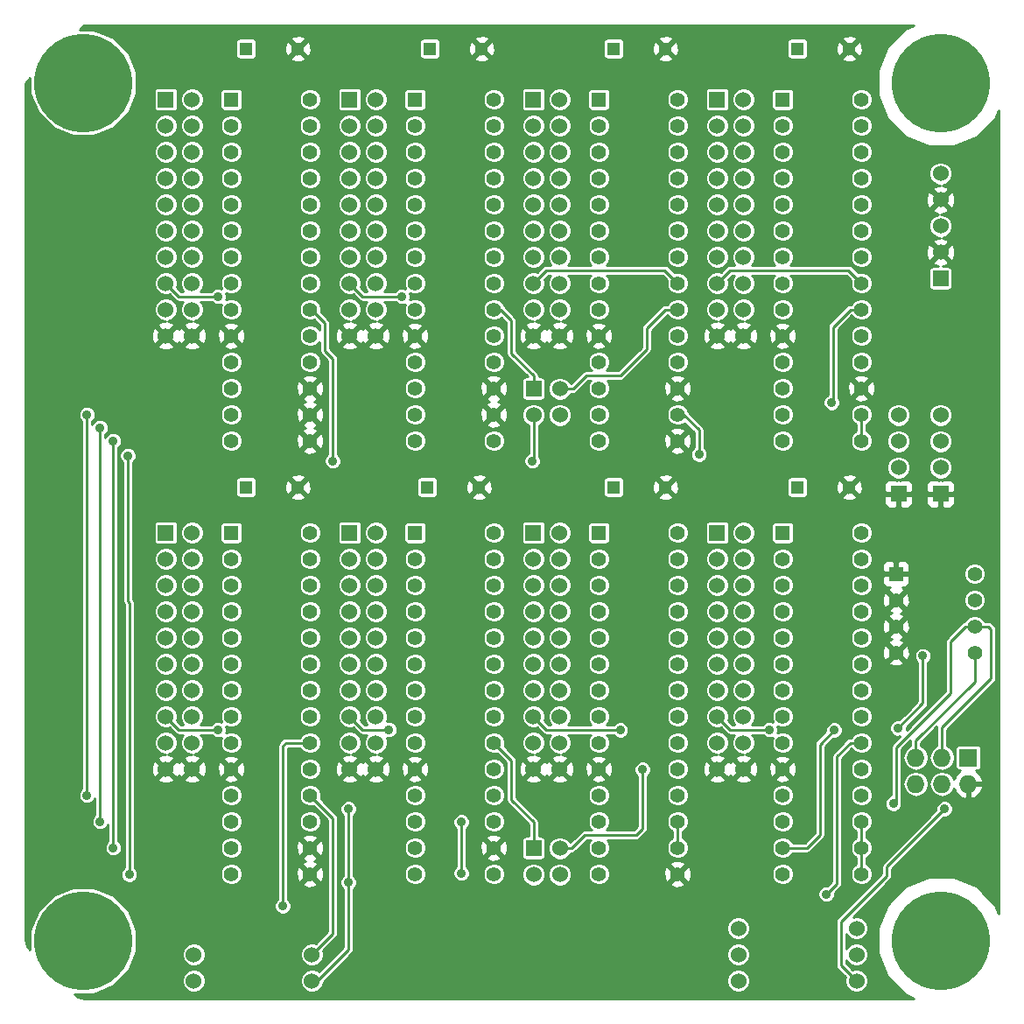
<source format=gbl>
G04 #@! TF.FileFunction,Copper,L2,Bot,Signal*
%FSLAX46Y46*%
G04 Gerber Fmt 4.6, Leading zero omitted, Abs format (unit mm)*
G04 Created by KiCad (PCBNEW (after 2015-mar-04 BZR unknown)-product) date 6/26/2015 7:37:56 AM*
%MOMM*%
G01*
G04 APERTURE LIST*
%ADD10C,0.150000*%
%ADD11R,1.524000X1.524000*%
%ADD12C,1.524000*%
%ADD13C,9.525000*%
%ADD14C,1.397000*%
%ADD15R,1.397000X1.397000*%
%ADD16R,1.300000X1.300000*%
%ADD17C,1.300000*%
%ADD18R,1.727200X1.727200*%
%ADD19O,1.727200X1.727200*%
%ADD20C,0.889000*%
%ADD21C,0.254000*%
G04 APERTURE END LIST*
D10*
D11*
X139869000Y-95753000D03*
D12*
X139869000Y-93213000D03*
X139869000Y-90673000D03*
X139869000Y-88133000D03*
D13*
X61000000Y-56000000D03*
X144000000Y-56000000D03*
X61000000Y-139000000D03*
X144000000Y-139000000D03*
D11*
X122310000Y-57620000D03*
D12*
X124850000Y-57620000D03*
X122310000Y-60160000D03*
X124850000Y-60160000D03*
X122310000Y-62700000D03*
X124850000Y-62700000D03*
X122310000Y-65240000D03*
X124850000Y-65240000D03*
X122310000Y-67780000D03*
X124850000Y-67780000D03*
X122310000Y-70320000D03*
X124850000Y-70320000D03*
X122310000Y-72860000D03*
X124850000Y-72860000D03*
X122310000Y-75400000D03*
X124850000Y-75400000D03*
X122310000Y-77940000D03*
X124850000Y-77940000D03*
X122310000Y-80480000D03*
X124850000Y-80480000D03*
D11*
X104530000Y-57620000D03*
D12*
X107070000Y-57620000D03*
X104530000Y-60160000D03*
X107070000Y-60160000D03*
X104530000Y-62700000D03*
X107070000Y-62700000D03*
X104530000Y-65240000D03*
X107070000Y-65240000D03*
X104530000Y-67780000D03*
X107070000Y-67780000D03*
X104530000Y-70320000D03*
X107070000Y-70320000D03*
X104530000Y-72860000D03*
X107070000Y-72860000D03*
X104530000Y-75400000D03*
X107070000Y-75400000D03*
X104530000Y-77940000D03*
X107070000Y-77940000D03*
X104530000Y-80480000D03*
X107070000Y-80480000D03*
D11*
X86750000Y-57620000D03*
D12*
X89290000Y-57620000D03*
X86750000Y-60160000D03*
X89290000Y-60160000D03*
X86750000Y-62700000D03*
X89290000Y-62700000D03*
X86750000Y-65240000D03*
X89290000Y-65240000D03*
X86750000Y-67780000D03*
X89290000Y-67780000D03*
X86750000Y-70320000D03*
X89290000Y-70320000D03*
X86750000Y-72860000D03*
X89290000Y-72860000D03*
X86750000Y-75400000D03*
X89290000Y-75400000D03*
X86750000Y-77940000D03*
X89290000Y-77940000D03*
X86750000Y-80480000D03*
X89290000Y-80480000D03*
D11*
X68970000Y-57620000D03*
D12*
X71510000Y-57620000D03*
X68970000Y-60160000D03*
X71510000Y-60160000D03*
X68970000Y-62700000D03*
X71510000Y-62700000D03*
X68970000Y-65240000D03*
X71510000Y-65240000D03*
X68970000Y-67780000D03*
X71510000Y-67780000D03*
X68970000Y-70320000D03*
X71510000Y-70320000D03*
X68970000Y-72860000D03*
X71510000Y-72860000D03*
X68970000Y-75400000D03*
X71510000Y-75400000D03*
X68970000Y-77940000D03*
X71510000Y-77940000D03*
X68970000Y-80480000D03*
X71510000Y-80480000D03*
D11*
X143933000Y-95753000D03*
D12*
X143933000Y-93213000D03*
X143933000Y-90673000D03*
X143933000Y-88133000D03*
D11*
X86750000Y-99530000D03*
D12*
X89290000Y-99530000D03*
X86750000Y-102070000D03*
X89290000Y-102070000D03*
X86750000Y-104610000D03*
X89290000Y-104610000D03*
X86750000Y-107150000D03*
X89290000Y-107150000D03*
X86750000Y-109690000D03*
X89290000Y-109690000D03*
X86750000Y-112230000D03*
X89290000Y-112230000D03*
X86750000Y-114770000D03*
X89290000Y-114770000D03*
X86750000Y-117310000D03*
X89290000Y-117310000D03*
X86750000Y-119850000D03*
X89290000Y-119850000D03*
X86750000Y-122390000D03*
X89290000Y-122390000D03*
D11*
X104530000Y-99530000D03*
D12*
X107070000Y-99530000D03*
X104530000Y-102070000D03*
X107070000Y-102070000D03*
X104530000Y-104610000D03*
X107070000Y-104610000D03*
X104530000Y-107150000D03*
X107070000Y-107150000D03*
X104530000Y-109690000D03*
X107070000Y-109690000D03*
X104530000Y-112230000D03*
X107070000Y-112230000D03*
X104530000Y-114770000D03*
X107070000Y-114770000D03*
X104530000Y-117310000D03*
X107070000Y-117310000D03*
X104530000Y-119850000D03*
X107070000Y-119850000D03*
X104530000Y-122390000D03*
X107070000Y-122390000D03*
D11*
X122310000Y-99530000D03*
D12*
X124850000Y-99530000D03*
X122310000Y-102070000D03*
X124850000Y-102070000D03*
X122310000Y-104610000D03*
X124850000Y-104610000D03*
X122310000Y-107150000D03*
X124850000Y-107150000D03*
X122310000Y-109690000D03*
X124850000Y-109690000D03*
X122310000Y-112230000D03*
X124850000Y-112230000D03*
X122310000Y-114770000D03*
X124850000Y-114770000D03*
X122310000Y-117310000D03*
X124850000Y-117310000D03*
X122310000Y-119850000D03*
X124850000Y-119850000D03*
X122310000Y-122390000D03*
X124850000Y-122390000D03*
D11*
X104563000Y-130043000D03*
D12*
X107103000Y-130043000D03*
X104563000Y-132583000D03*
X107103000Y-132583000D03*
D11*
X104563000Y-85593000D03*
D12*
X107103000Y-85593000D03*
X104563000Y-88133000D03*
X107103000Y-88133000D03*
D11*
X68970000Y-99530000D03*
D12*
X71510000Y-99530000D03*
X68970000Y-102070000D03*
X71510000Y-102070000D03*
X68970000Y-104610000D03*
X71510000Y-104610000D03*
X68970000Y-107150000D03*
X71510000Y-107150000D03*
X68970000Y-109690000D03*
X71510000Y-109690000D03*
X68970000Y-112230000D03*
X71510000Y-112230000D03*
X68970000Y-114770000D03*
X71510000Y-114770000D03*
X68970000Y-117310000D03*
X71510000Y-117310000D03*
X68970000Y-119850000D03*
X71510000Y-119850000D03*
X68970000Y-122390000D03*
X71510000Y-122390000D03*
D11*
X143933000Y-74925000D03*
D12*
X143933000Y-72385000D03*
X143933000Y-69845000D03*
X143933000Y-67305000D03*
X143933000Y-64765000D03*
X71670000Y-140330000D03*
X83100000Y-140330000D03*
X71670000Y-142870000D03*
X83100000Y-142870000D03*
X135805000Y-140330000D03*
X124375000Y-140330000D03*
X135805000Y-137790000D03*
X124375000Y-137790000D03*
D14*
X75320000Y-60160000D03*
X75320000Y-62700000D03*
X75320000Y-65240000D03*
X75320000Y-67780000D03*
X75320000Y-70320000D03*
X75320000Y-72860000D03*
X75320000Y-75400000D03*
X75320000Y-77940000D03*
X75320000Y-80480000D03*
X75320000Y-83020000D03*
X75320000Y-85560000D03*
X75320000Y-88100000D03*
X75320000Y-90640000D03*
D15*
X75320000Y-57620000D03*
D14*
X82940000Y-90640000D03*
X82940000Y-88100000D03*
X82940000Y-85560000D03*
X82940000Y-83020000D03*
X82940000Y-80480000D03*
X82940000Y-77940000D03*
X82940000Y-75400000D03*
X82940000Y-72860000D03*
X82940000Y-70320000D03*
X82940000Y-67780000D03*
X82940000Y-65240000D03*
X82940000Y-62700000D03*
X82940000Y-60160000D03*
X82940000Y-57620000D03*
X93100000Y-60160000D03*
X93100000Y-62700000D03*
X93100000Y-65240000D03*
X93100000Y-67780000D03*
X93100000Y-70320000D03*
X93100000Y-72860000D03*
X93100000Y-75400000D03*
X93100000Y-77940000D03*
X93100000Y-80480000D03*
X93100000Y-83020000D03*
X93100000Y-85560000D03*
X93100000Y-88100000D03*
X93100000Y-90640000D03*
D15*
X93100000Y-57620000D03*
D14*
X100720000Y-90640000D03*
X100720000Y-88100000D03*
X100720000Y-85560000D03*
X100720000Y-83020000D03*
X100720000Y-80480000D03*
X100720000Y-77940000D03*
X100720000Y-75400000D03*
X100720000Y-72860000D03*
X100720000Y-70320000D03*
X100720000Y-67780000D03*
X100720000Y-65240000D03*
X100720000Y-62700000D03*
X100720000Y-60160000D03*
X100720000Y-57620000D03*
X110880000Y-60160000D03*
X110880000Y-62700000D03*
X110880000Y-65240000D03*
X110880000Y-67780000D03*
X110880000Y-70320000D03*
X110880000Y-72860000D03*
X110880000Y-75400000D03*
X110880000Y-77940000D03*
X110880000Y-80480000D03*
X110880000Y-83020000D03*
X110880000Y-85560000D03*
X110880000Y-88100000D03*
X110880000Y-90640000D03*
D15*
X110880000Y-57620000D03*
D14*
X118500000Y-90640000D03*
X118500000Y-88100000D03*
X118500000Y-85560000D03*
X118500000Y-83020000D03*
X118500000Y-80480000D03*
X118500000Y-77940000D03*
X118500000Y-75400000D03*
X118500000Y-72860000D03*
X118500000Y-70320000D03*
X118500000Y-67780000D03*
X118500000Y-65240000D03*
X118500000Y-62700000D03*
X118500000Y-60160000D03*
X118500000Y-57620000D03*
X128660000Y-60160000D03*
X128660000Y-62700000D03*
X128660000Y-65240000D03*
X128660000Y-67780000D03*
X128660000Y-70320000D03*
X128660000Y-72860000D03*
X128660000Y-75400000D03*
X128660000Y-77940000D03*
X128660000Y-80480000D03*
X128660000Y-83020000D03*
X128660000Y-85560000D03*
X128660000Y-88100000D03*
X128660000Y-90640000D03*
D15*
X128660000Y-57620000D03*
D14*
X136280000Y-90640000D03*
X136280000Y-88100000D03*
X136280000Y-85560000D03*
X136280000Y-83020000D03*
X136280000Y-80480000D03*
X136280000Y-77940000D03*
X136280000Y-75400000D03*
X136280000Y-72860000D03*
X136280000Y-70320000D03*
X136280000Y-67780000D03*
X136280000Y-65240000D03*
X136280000Y-62700000D03*
X136280000Y-60160000D03*
X136280000Y-57620000D03*
X75320000Y-102070000D03*
X75320000Y-104610000D03*
X75320000Y-107150000D03*
X75320000Y-109690000D03*
X75320000Y-112230000D03*
X75320000Y-114770000D03*
X75320000Y-117310000D03*
X75320000Y-119850000D03*
X75320000Y-122390000D03*
X75320000Y-124930000D03*
X75320000Y-127470000D03*
X75320000Y-130010000D03*
X75320000Y-132550000D03*
D15*
X75320000Y-99530000D03*
D14*
X82940000Y-132550000D03*
X82940000Y-130010000D03*
X82940000Y-127470000D03*
X82940000Y-124930000D03*
X82940000Y-122390000D03*
X82940000Y-119850000D03*
X82940000Y-117310000D03*
X82940000Y-114770000D03*
X82940000Y-112230000D03*
X82940000Y-109690000D03*
X82940000Y-107150000D03*
X82940000Y-104610000D03*
X82940000Y-102070000D03*
X82940000Y-99530000D03*
X93100000Y-102070000D03*
X93100000Y-104610000D03*
X93100000Y-107150000D03*
X93100000Y-109690000D03*
X93100000Y-112230000D03*
X93100000Y-114770000D03*
X93100000Y-117310000D03*
X93100000Y-119850000D03*
X93100000Y-122390000D03*
X93100000Y-124930000D03*
X93100000Y-127470000D03*
X93100000Y-130010000D03*
X93100000Y-132550000D03*
D15*
X93100000Y-99530000D03*
D14*
X100720000Y-132550000D03*
X100720000Y-130010000D03*
X100720000Y-127470000D03*
X100720000Y-124930000D03*
X100720000Y-122390000D03*
X100720000Y-119850000D03*
X100720000Y-117310000D03*
X100720000Y-114770000D03*
X100720000Y-112230000D03*
X100720000Y-109690000D03*
X100720000Y-107150000D03*
X100720000Y-104610000D03*
X100720000Y-102070000D03*
X100720000Y-99530000D03*
X110880000Y-102070000D03*
X110880000Y-104610000D03*
X110880000Y-107150000D03*
X110880000Y-109690000D03*
X110880000Y-112230000D03*
X110880000Y-114770000D03*
X110880000Y-117310000D03*
X110880000Y-119850000D03*
X110880000Y-122390000D03*
X110880000Y-124930000D03*
X110880000Y-127470000D03*
X110880000Y-130010000D03*
X110880000Y-132550000D03*
D15*
X110880000Y-99530000D03*
D14*
X118500000Y-132550000D03*
X118500000Y-130010000D03*
X118500000Y-127470000D03*
X118500000Y-124930000D03*
X118500000Y-122390000D03*
X118500000Y-119850000D03*
X118500000Y-117310000D03*
X118500000Y-114770000D03*
X118500000Y-112230000D03*
X118500000Y-109690000D03*
X118500000Y-107150000D03*
X118500000Y-104610000D03*
X118500000Y-102070000D03*
X118500000Y-99530000D03*
X128660000Y-102070000D03*
X128660000Y-104610000D03*
X128660000Y-107150000D03*
X128660000Y-109690000D03*
X128660000Y-112230000D03*
X128660000Y-114770000D03*
X128660000Y-117310000D03*
X128660000Y-119850000D03*
X128660000Y-122390000D03*
X128660000Y-124930000D03*
X128660000Y-127470000D03*
X128660000Y-130010000D03*
X128660000Y-132550000D03*
D15*
X128660000Y-99530000D03*
D14*
X136280000Y-132550000D03*
X136280000Y-130010000D03*
X136280000Y-127470000D03*
X136280000Y-124930000D03*
X136280000Y-122390000D03*
X136280000Y-119850000D03*
X136280000Y-117310000D03*
X136280000Y-114770000D03*
X136280000Y-112230000D03*
X136280000Y-109690000D03*
X136280000Y-107150000D03*
X136280000Y-104610000D03*
X136280000Y-102070000D03*
X136280000Y-99530000D03*
D15*
X139615000Y-103500000D03*
D14*
X139615000Y-106040000D03*
X139615000Y-108580000D03*
X139615000Y-111120000D03*
X147235000Y-111120000D03*
X147235000Y-108580000D03*
X147235000Y-106040000D03*
X147235000Y-103500000D03*
D16*
X76750000Y-52700000D03*
D17*
X81750000Y-52700000D03*
D16*
X94530000Y-52700000D03*
D17*
X99530000Y-52700000D03*
D16*
X112310000Y-52700000D03*
D17*
X117310000Y-52700000D03*
D16*
X130090000Y-52700000D03*
D17*
X135090000Y-52700000D03*
D16*
X76750000Y-95118000D03*
D17*
X81750000Y-95118000D03*
D16*
X94276000Y-95118000D03*
D17*
X99276000Y-95118000D03*
D16*
X112310000Y-95118000D03*
D17*
X117310000Y-95118000D03*
D16*
X130090000Y-95118000D03*
D17*
X135090000Y-95118000D03*
D18*
X146600000Y-121280000D03*
D19*
X146600000Y-123820000D03*
X144060000Y-121280000D03*
X144060000Y-123820000D03*
X141520000Y-121280000D03*
X141520000Y-123820000D03*
D12*
X124375000Y-142870000D03*
X135805000Y-142870000D03*
D20*
X74050000Y-76670000D03*
X104436000Y-92578000D03*
X85132000Y-92578000D03*
X61350000Y-88100000D03*
X61350000Y-124930000D03*
X62620000Y-89370000D03*
X62620000Y-127470000D03*
X139361000Y-125725000D03*
X133646000Y-118613000D03*
X63890000Y-90640000D03*
X63890000Y-130010000D03*
X139805500Y-118422500D03*
X142218500Y-111437500D03*
X97578000Y-132456000D03*
X97578000Y-127503000D03*
X86656000Y-126233000D03*
X86656000Y-133345000D03*
X65447000Y-132583000D03*
X65320000Y-92070000D03*
X120565000Y-91943000D03*
X91830000Y-76670000D03*
X133392000Y-86926500D03*
X74050000Y-118580000D03*
X80306000Y-135631000D03*
X90560000Y-118580000D03*
X112945000Y-118613000D03*
X115104000Y-122423000D03*
X127390000Y-118580000D03*
X132884000Y-134488000D03*
X144314000Y-126233000D03*
D21*
X70240000Y-76670000D02*
X74050000Y-76670000D01*
X68970000Y-75400000D02*
X70240000Y-76670000D01*
X104563000Y-92451000D02*
X104563000Y-88133000D01*
X104436000Y-92578000D02*
X104563000Y-92451000D01*
X82940000Y-77940000D02*
X83067000Y-77940000D01*
X83067000Y-77940000D02*
X84370000Y-79243000D01*
X85132000Y-82672000D02*
X85132000Y-92578000D01*
X84370000Y-81910000D02*
X85132000Y-82672000D01*
X84370000Y-79243000D02*
X84370000Y-81910000D01*
X61350000Y-88100000D02*
X61350000Y-124930000D01*
X85132000Y-127122000D02*
X82940000Y-124930000D01*
X85132000Y-134551500D02*
X85132000Y-127122000D01*
X85132000Y-138298000D02*
X83100000Y-140330000D01*
X85132000Y-134551500D02*
X85132000Y-138298000D01*
X62620000Y-89370000D02*
X62620000Y-127470000D01*
X139361000Y-125725000D02*
X139678500Y-125407500D01*
X139678500Y-125407500D02*
X139678500Y-120264000D01*
X139678500Y-120264000D02*
X144885500Y-115057000D01*
X144885500Y-115057000D02*
X144885500Y-110040500D01*
X144885500Y-110040500D02*
X146346000Y-108580000D01*
X146346000Y-108580000D02*
X147235000Y-108580000D01*
X144060000Y-118359000D02*
X148822500Y-113596500D01*
X148822500Y-113596500D02*
X148822500Y-108897500D01*
X148822500Y-108897500D02*
X148505000Y-108580000D01*
X148505000Y-108580000D02*
X147235000Y-108580000D01*
X144060000Y-121280000D02*
X144060000Y-118359000D01*
X132249000Y-120010000D02*
X132249000Y-121407000D01*
X133646000Y-118613000D02*
X132249000Y-120010000D01*
X63890000Y-90640000D02*
X63890000Y-130010000D01*
X131012000Y-130010000D02*
X132249000Y-128773000D01*
X128660000Y-130010000D02*
X131012000Y-130010000D01*
X132249000Y-128773000D02*
X132249000Y-121407000D01*
X139805500Y-118422500D02*
X142218500Y-116009500D01*
X142218500Y-116009500D02*
X142218500Y-111437500D01*
X147235000Y-113914000D02*
X141520000Y-119629000D01*
X141520000Y-119629000D02*
X141520000Y-121280000D01*
X147235000Y-111120000D02*
X147235000Y-113914000D01*
X136280000Y-88100000D02*
X136280000Y-90640000D01*
X118500000Y-130010000D02*
X118500000Y-127470000D01*
X136280000Y-127470000D02*
X136280000Y-130010000D01*
X136280000Y-132550000D02*
X136280000Y-130010000D01*
X97578000Y-132456000D02*
X97578000Y-127503000D01*
X86656000Y-133345000D02*
X86656000Y-128011000D01*
X86656000Y-128011000D02*
X86656000Y-126233000D01*
X86656000Y-139822000D02*
X86656000Y-133345000D01*
X83608000Y-142870000D02*
X86656000Y-139822000D01*
X83100000Y-142870000D02*
X83608000Y-142870000D01*
X65447000Y-106294000D02*
X65447000Y-132583000D01*
X65320000Y-106167000D02*
X65447000Y-106294000D01*
X65320000Y-92070000D02*
X65320000Y-106167000D01*
X120565000Y-89593500D02*
X120565000Y-91943000D01*
X119071500Y-88100000D02*
X120565000Y-89593500D01*
X118500000Y-88100000D02*
X119071500Y-88100000D01*
X88020000Y-76670000D02*
X91830000Y-76670000D01*
X86750000Y-75400000D02*
X88020000Y-76670000D01*
X102404000Y-78989000D02*
X102404000Y-82164000D01*
X101355000Y-77940000D02*
X102404000Y-78989000D01*
X100720000Y-77940000D02*
X101355000Y-77940000D01*
X104563000Y-84323000D02*
X102404000Y-82164000D01*
X104563000Y-85593000D02*
X104563000Y-84323000D01*
X105800000Y-74130000D02*
X117230000Y-74130000D01*
X117230000Y-74130000D02*
X118500000Y-75400000D01*
X104530000Y-75400000D02*
X105800000Y-74130000D01*
X108373000Y-85593000D02*
X109643000Y-84323000D01*
X109643000Y-84323000D02*
X112945000Y-84323000D01*
X112945000Y-84323000D02*
X115485000Y-81783000D01*
X115485000Y-81783000D02*
X115485000Y-79751000D01*
X115485000Y-79751000D02*
X117296000Y-77940000D01*
X117296000Y-77940000D02*
X118500000Y-77940000D01*
X107103000Y-85593000D02*
X108373000Y-85593000D01*
X123580000Y-74130000D02*
X135010000Y-74130000D01*
X135010000Y-74130000D02*
X136280000Y-75400000D01*
X122310000Y-75400000D02*
X123580000Y-74130000D01*
X133392000Y-86926500D02*
X133519000Y-86799500D01*
X133519000Y-86799500D02*
X133519000Y-79624000D01*
X133519000Y-79624000D02*
X135203000Y-77940000D01*
X135203000Y-77940000D02*
X136280000Y-77940000D01*
X70240000Y-118580000D02*
X74050000Y-118580000D01*
X68970000Y-117310000D02*
X70240000Y-118580000D01*
X104563000Y-132583000D02*
X103928000Y-132583000D01*
X80593000Y-119850000D02*
X80306000Y-120137000D01*
X80306000Y-120137000D02*
X80306000Y-135631000D01*
X82940000Y-119850000D02*
X80593000Y-119850000D01*
X88020000Y-118580000D02*
X90560000Y-118580000D01*
X86750000Y-117310000D02*
X88020000Y-118580000D01*
X104563000Y-127503000D02*
X102404000Y-125344000D01*
X102404000Y-125344000D02*
X102404000Y-121534000D01*
X102404000Y-121534000D02*
X100720000Y-119850000D01*
X104563000Y-130043000D02*
X104563000Y-127503000D01*
X112912000Y-118580000D02*
X112945000Y-118613000D01*
X105800000Y-118580000D02*
X112912000Y-118580000D01*
X104530000Y-117310000D02*
X105800000Y-118580000D01*
X108246000Y-130043000D02*
X109516000Y-128773000D01*
X115104000Y-128138000D02*
X115104000Y-122423000D01*
X114469000Y-128773000D02*
X115104000Y-128138000D01*
X109516000Y-128773000D02*
X114469000Y-128773000D01*
X108246000Y-130043000D02*
X109516000Y-128773000D01*
X107103000Y-130043000D02*
X108246000Y-130043000D01*
X123580000Y-118580000D02*
X127390000Y-118580000D01*
X122310000Y-117310000D02*
X123580000Y-118580000D01*
X136280000Y-119850000D02*
X135203000Y-119850000D01*
X133900000Y-133472000D02*
X132884000Y-134488000D01*
X133900000Y-121153000D02*
X133900000Y-133472000D01*
X135203000Y-119850000D02*
X133900000Y-121153000D01*
X144314000Y-126233000D02*
X138726000Y-131821000D01*
X138726000Y-131821000D02*
X138726000Y-132710000D01*
X138726000Y-132710000D02*
X134281000Y-137155000D01*
X134281000Y-137155000D02*
X134281000Y-141346000D01*
X134281000Y-141346000D02*
X135805000Y-142870000D01*
G36*
X149569000Y-136348473D02*
X149330500Y-135771259D01*
X149330500Y-113596500D01*
X149330500Y-108897500D01*
X149291831Y-108703097D01*
X149181710Y-108538290D01*
X148864210Y-108220790D01*
X148699403Y-108110669D01*
X148505000Y-108072000D01*
X148314687Y-108072000D01*
X148314687Y-105826216D01*
X148314687Y-103286216D01*
X148150689Y-102889311D01*
X147847286Y-102585378D01*
X147450668Y-102420687D01*
X147021216Y-102420313D01*
X146624311Y-102584311D01*
X146320378Y-102887714D01*
X146155687Y-103284332D01*
X146155313Y-103713784D01*
X146319311Y-104110689D01*
X146622714Y-104414622D01*
X147019332Y-104579313D01*
X147448784Y-104579687D01*
X147845689Y-104415689D01*
X148149622Y-104112286D01*
X148314313Y-103715668D01*
X148314687Y-103286216D01*
X148314687Y-105826216D01*
X148150689Y-105429311D01*
X147847286Y-105125378D01*
X147450668Y-104960687D01*
X147021216Y-104960313D01*
X146624311Y-105124311D01*
X146320378Y-105427714D01*
X146155687Y-105824332D01*
X146155313Y-106253784D01*
X146319311Y-106650689D01*
X146622714Y-106954622D01*
X147019332Y-107119313D01*
X147448784Y-107119687D01*
X147845689Y-106955689D01*
X148149622Y-106652286D01*
X148314313Y-106255668D01*
X148314687Y-105826216D01*
X148314687Y-108072000D01*
X148193119Y-108072000D01*
X148150689Y-107969311D01*
X147847286Y-107665378D01*
X147450668Y-107500687D01*
X147021216Y-107500313D01*
X146624311Y-107664311D01*
X146320378Y-107967714D01*
X146270868Y-108086944D01*
X146151597Y-108110669D01*
X145986790Y-108220790D01*
X145342144Y-108865436D01*
X145342144Y-72592698D01*
X145342144Y-67512698D01*
X145314362Y-66957632D01*
X145155397Y-66573857D01*
X145076198Y-66551140D01*
X145076198Y-64538641D01*
X144902554Y-64118388D01*
X144581303Y-63796577D01*
X144161354Y-63622199D01*
X143706641Y-63621802D01*
X143286388Y-63795446D01*
X142964577Y-64116697D01*
X142790199Y-64536646D01*
X142789802Y-64991359D01*
X142963446Y-65411612D01*
X143284697Y-65733423D01*
X143704646Y-65907801D01*
X143898660Y-65907970D01*
X143585632Y-65923638D01*
X143201857Y-66082603D01*
X143132392Y-66324787D01*
X143933000Y-67125395D01*
X144733608Y-66324787D01*
X144664143Y-66082603D01*
X144166741Y-65905147D01*
X144579612Y-65734554D01*
X144901423Y-65413303D01*
X145075801Y-64993354D01*
X145076198Y-64538641D01*
X145076198Y-66551140D01*
X144913213Y-66504392D01*
X144112605Y-67305000D01*
X144913213Y-68105608D01*
X145155397Y-68036143D01*
X145342144Y-67512698D01*
X145342144Y-72592698D01*
X145314362Y-72037632D01*
X145155397Y-71653857D01*
X145076198Y-71631140D01*
X145076198Y-69618641D01*
X144902554Y-69198388D01*
X144581303Y-68876577D01*
X144161354Y-68702199D01*
X143967339Y-68702029D01*
X144280368Y-68686362D01*
X144664143Y-68527397D01*
X144733608Y-68285213D01*
X143933000Y-67484605D01*
X143753395Y-67664210D01*
X143753395Y-67305000D01*
X142952787Y-66504392D01*
X142710603Y-66573857D01*
X142523856Y-67097302D01*
X142551638Y-67652368D01*
X142710603Y-68036143D01*
X142952787Y-68105608D01*
X143753395Y-67305000D01*
X143753395Y-67664210D01*
X143132392Y-68285213D01*
X143201857Y-68527397D01*
X143699258Y-68704852D01*
X143286388Y-68875446D01*
X142964577Y-69196697D01*
X142790199Y-69616646D01*
X142789802Y-70071359D01*
X142963446Y-70491612D01*
X143284697Y-70813423D01*
X143704646Y-70987801D01*
X143898660Y-70987970D01*
X143585632Y-71003638D01*
X143201857Y-71162603D01*
X143132392Y-71404787D01*
X143933000Y-72205395D01*
X144733608Y-71404787D01*
X144664143Y-71162603D01*
X144166741Y-70985147D01*
X144579612Y-70814554D01*
X144901423Y-70493303D01*
X145075801Y-70073354D01*
X145076198Y-69618641D01*
X145076198Y-71631140D01*
X144913213Y-71584392D01*
X144112605Y-72385000D01*
X144913213Y-73185608D01*
X145155397Y-73116143D01*
X145342144Y-72592698D01*
X145342144Y-108865436D01*
X145330000Y-108877580D01*
X145330000Y-96641310D01*
X145330000Y-96388691D01*
X145330000Y-96038750D01*
X145330000Y-95467250D01*
X145330000Y-95117309D01*
X145330000Y-94864690D01*
X145233327Y-94631301D01*
X145083464Y-94481438D01*
X145083464Y-75687000D01*
X145083464Y-74163000D01*
X145055278Y-74017726D01*
X144971404Y-73890044D01*
X144844784Y-73804574D01*
X144695000Y-73774536D01*
X144117056Y-73774536D01*
X144280368Y-73766362D01*
X144664143Y-73607397D01*
X144733608Y-73365213D01*
X143933000Y-72564605D01*
X143753395Y-72744210D01*
X143753395Y-72385000D01*
X142952787Y-71584392D01*
X142710603Y-71653857D01*
X142523856Y-72177302D01*
X142551638Y-72732368D01*
X142710603Y-73116143D01*
X142952787Y-73185608D01*
X143753395Y-72385000D01*
X143753395Y-72744210D01*
X143132392Y-73365213D01*
X143201857Y-73607397D01*
X143670341Y-73774536D01*
X143171000Y-73774536D01*
X143025726Y-73802722D01*
X142898044Y-73886596D01*
X142812574Y-74013216D01*
X142782536Y-74163000D01*
X142782536Y-75687000D01*
X142810722Y-75832274D01*
X142894596Y-75959956D01*
X143021216Y-76045426D01*
X143171000Y-76075464D01*
X144695000Y-76075464D01*
X144840274Y-76047278D01*
X144967956Y-75963404D01*
X145053426Y-75836784D01*
X145083464Y-75687000D01*
X145083464Y-94481438D01*
X145076198Y-94474172D01*
X145054698Y-94452673D01*
X144821309Y-94356000D01*
X144218750Y-94356000D01*
X144060002Y-94514748D01*
X144060002Y-94356111D01*
X144159359Y-94356198D01*
X144579612Y-94182554D01*
X144901423Y-93861303D01*
X145075801Y-93441354D01*
X145076198Y-92986641D01*
X145076198Y-90446641D01*
X145076198Y-87906641D01*
X144902554Y-87486388D01*
X144581303Y-87164577D01*
X144161354Y-86990199D01*
X143706641Y-86989802D01*
X143286388Y-87163446D01*
X142964577Y-87484697D01*
X142790199Y-87904646D01*
X142789802Y-88359359D01*
X142963446Y-88779612D01*
X143284697Y-89101423D01*
X143704646Y-89275801D01*
X144159359Y-89276198D01*
X144579612Y-89102554D01*
X144901423Y-88781303D01*
X145075801Y-88361354D01*
X145076198Y-87906641D01*
X145076198Y-90446641D01*
X144902554Y-90026388D01*
X144581303Y-89704577D01*
X144161354Y-89530199D01*
X143706641Y-89529802D01*
X143286388Y-89703446D01*
X142964577Y-90024697D01*
X142790199Y-90444646D01*
X142789802Y-90899359D01*
X142963446Y-91319612D01*
X143284697Y-91641423D01*
X143704646Y-91815801D01*
X144159359Y-91816198D01*
X144579612Y-91642554D01*
X144901423Y-91321303D01*
X145075801Y-90901354D01*
X145076198Y-90446641D01*
X145076198Y-92986641D01*
X144902554Y-92566388D01*
X144581303Y-92244577D01*
X144161354Y-92070199D01*
X143706641Y-92069802D01*
X143286388Y-92243446D01*
X142964577Y-92564697D01*
X142790199Y-92984646D01*
X142789802Y-93439359D01*
X142963446Y-93859612D01*
X143284697Y-94181423D01*
X143704646Y-94355801D01*
X143932575Y-94356000D01*
X143805998Y-94356000D01*
X143805998Y-94514748D01*
X143647250Y-94356000D01*
X143044691Y-94356000D01*
X142811302Y-94452673D01*
X142632673Y-94631301D01*
X142536000Y-94864690D01*
X142536000Y-95117309D01*
X142536000Y-95467250D01*
X142694750Y-95626000D01*
X143806000Y-95626000D01*
X143806000Y-95606000D01*
X144060000Y-95606000D01*
X144060000Y-95626000D01*
X145171250Y-95626000D01*
X145330000Y-95467250D01*
X145330000Y-96038750D01*
X145171250Y-95880000D01*
X144060000Y-95880000D01*
X144060000Y-96991250D01*
X144218750Y-97150000D01*
X144821309Y-97150000D01*
X145054698Y-97053327D01*
X145233327Y-96874699D01*
X145330000Y-96641310D01*
X145330000Y-108877580D01*
X144526290Y-109681290D01*
X144416169Y-109846097D01*
X144377500Y-110040500D01*
X144377500Y-114846580D01*
X143806000Y-115418079D01*
X143806000Y-96991250D01*
X143806000Y-95880000D01*
X142694750Y-95880000D01*
X142536000Y-96038750D01*
X142536000Y-96388691D01*
X142536000Y-96641310D01*
X142632673Y-96874699D01*
X142811302Y-97053327D01*
X143044691Y-97150000D01*
X143647250Y-97150000D01*
X143806000Y-96991250D01*
X143806000Y-115418079D01*
X140626738Y-118597341D01*
X140630857Y-118587423D01*
X140631093Y-118315326D01*
X142577710Y-116368710D01*
X142687831Y-116203904D01*
X142687831Y-116203903D01*
X142694246Y-116171650D01*
X142726499Y-116009500D01*
X142726500Y-116009500D01*
X142726500Y-112096802D01*
X142917917Y-111905719D01*
X143043857Y-111602423D01*
X143044143Y-111274018D01*
X142918733Y-110970502D01*
X142686719Y-110738083D01*
X142383423Y-110612143D01*
X142055018Y-110611857D01*
X141751502Y-110737267D01*
X141519083Y-110969281D01*
X141393143Y-111272577D01*
X141392857Y-111600982D01*
X141518267Y-111904498D01*
X141710500Y-112097066D01*
X141710500Y-115799080D01*
X141266000Y-116243579D01*
X141266000Y-96641310D01*
X141266000Y-96388691D01*
X141266000Y-96038750D01*
X141266000Y-95467250D01*
X141266000Y-95117309D01*
X141266000Y-94864690D01*
X141169327Y-94631301D01*
X141012198Y-94474172D01*
X140990698Y-94452673D01*
X140757309Y-94356000D01*
X140154750Y-94356000D01*
X139996002Y-94514748D01*
X139996002Y-94356111D01*
X140095359Y-94356198D01*
X140515612Y-94182554D01*
X140837423Y-93861303D01*
X141011801Y-93441354D01*
X141012198Y-92986641D01*
X141012198Y-90446641D01*
X141012198Y-87906641D01*
X140838554Y-87486388D01*
X140517303Y-87164577D01*
X140097354Y-86990199D01*
X139642641Y-86989802D01*
X139222388Y-87163446D01*
X138900577Y-87484697D01*
X138726199Y-87904646D01*
X138725802Y-88359359D01*
X138899446Y-88779612D01*
X139220697Y-89101423D01*
X139640646Y-89275801D01*
X140095359Y-89276198D01*
X140515612Y-89102554D01*
X140837423Y-88781303D01*
X141011801Y-88361354D01*
X141012198Y-87906641D01*
X141012198Y-90446641D01*
X140838554Y-90026388D01*
X140517303Y-89704577D01*
X140097354Y-89530199D01*
X139642641Y-89529802D01*
X139222388Y-89703446D01*
X138900577Y-90024697D01*
X138726199Y-90444646D01*
X138725802Y-90899359D01*
X138899446Y-91319612D01*
X139220697Y-91641423D01*
X139640646Y-91815801D01*
X140095359Y-91816198D01*
X140515612Y-91642554D01*
X140837423Y-91321303D01*
X141011801Y-90901354D01*
X141012198Y-90446641D01*
X141012198Y-92986641D01*
X140838554Y-92566388D01*
X140517303Y-92244577D01*
X140097354Y-92070199D01*
X139642641Y-92069802D01*
X139222388Y-92243446D01*
X138900577Y-92564697D01*
X138726199Y-92984646D01*
X138725802Y-93439359D01*
X138899446Y-93859612D01*
X139220697Y-94181423D01*
X139640646Y-94355801D01*
X139868575Y-94356000D01*
X139741998Y-94356000D01*
X139741998Y-94514748D01*
X139583250Y-94356000D01*
X138980691Y-94356000D01*
X138747302Y-94452673D01*
X138568673Y-94631301D01*
X138472000Y-94864690D01*
X138472000Y-95117309D01*
X138472000Y-95467250D01*
X138630750Y-95626000D01*
X139742000Y-95626000D01*
X139742000Y-95606000D01*
X139996000Y-95606000D01*
X139996000Y-95626000D01*
X141107250Y-95626000D01*
X141266000Y-95467250D01*
X141266000Y-96038750D01*
X141107250Y-95880000D01*
X139996000Y-95880000D01*
X139996000Y-96991250D01*
X140154750Y-97150000D01*
X140757309Y-97150000D01*
X140990698Y-97053327D01*
X141169327Y-96874699D01*
X141266000Y-96641310D01*
X141266000Y-116243579D01*
X140960927Y-116548652D01*
X140960927Y-111312520D01*
X140960927Y-108772520D01*
X140960927Y-106232520D01*
X140948500Y-106003783D01*
X140948500Y-104324809D01*
X140948500Y-103785750D01*
X140948500Y-103214250D01*
X140948500Y-102675191D01*
X140851827Y-102441802D01*
X140673199Y-102263173D01*
X140439810Y-102166500D01*
X140187191Y-102166500D01*
X139900750Y-102166500D01*
X139742000Y-102325250D01*
X139742000Y-96991250D01*
X139742000Y-95880000D01*
X138630750Y-95880000D01*
X138472000Y-96038750D01*
X138472000Y-96388691D01*
X138472000Y-96641310D01*
X138568673Y-96874699D01*
X138747302Y-97053327D01*
X138980691Y-97150000D01*
X139583250Y-97150000D01*
X139742000Y-96991250D01*
X139742000Y-102325250D01*
X139742000Y-103373000D01*
X140789750Y-103373000D01*
X140948500Y-103214250D01*
X140948500Y-103785750D01*
X140789750Y-103627000D01*
X139742000Y-103627000D01*
X139742000Y-103647000D01*
X139488000Y-103647000D01*
X139488000Y-103627000D01*
X139488000Y-103373000D01*
X139488000Y-102325250D01*
X139329250Y-102166500D01*
X139042809Y-102166500D01*
X138790190Y-102166500D01*
X138556801Y-102263173D01*
X138378173Y-102441802D01*
X138281500Y-102675191D01*
X138281500Y-103214250D01*
X138440250Y-103373000D01*
X139488000Y-103373000D01*
X139488000Y-103627000D01*
X138440250Y-103627000D01*
X138281500Y-103785750D01*
X138281500Y-104324809D01*
X138378173Y-104558198D01*
X138556801Y-104736827D01*
X138790190Y-104833500D01*
X139010672Y-104833500D01*
X138922071Y-104870200D01*
X138860417Y-105105812D01*
X139615000Y-105860395D01*
X140369583Y-105105812D01*
X140307929Y-104870200D01*
X140203657Y-104833500D01*
X140439810Y-104833500D01*
X140673199Y-104736827D01*
X140851827Y-104558198D01*
X140948500Y-104324809D01*
X140948500Y-106003783D01*
X140932148Y-105702801D01*
X140784800Y-105347071D01*
X140549188Y-105285417D01*
X139794605Y-106040000D01*
X140549188Y-106794583D01*
X140784800Y-106732929D01*
X140960927Y-106232520D01*
X140960927Y-108772520D01*
X140932148Y-108242801D01*
X140784800Y-107887071D01*
X140549188Y-107825417D01*
X140369583Y-108005022D01*
X140369583Y-107645812D01*
X140307929Y-107410200D01*
X140046371Y-107318140D01*
X140307929Y-107209800D01*
X140369583Y-106974188D01*
X139615000Y-106219605D01*
X139435395Y-106399210D01*
X139435395Y-106040000D01*
X138680812Y-105285417D01*
X138445200Y-105347071D01*
X138269073Y-105847480D01*
X138297852Y-106377199D01*
X138445200Y-106732929D01*
X138680812Y-106794583D01*
X139435395Y-106040000D01*
X139435395Y-106399210D01*
X138860417Y-106974188D01*
X138922071Y-107209800D01*
X139183628Y-107301859D01*
X138922071Y-107410200D01*
X138860417Y-107645812D01*
X139615000Y-108400395D01*
X140369583Y-107645812D01*
X140369583Y-108005022D01*
X139794605Y-108580000D01*
X140549188Y-109334583D01*
X140784800Y-109272929D01*
X140960927Y-108772520D01*
X140960927Y-111312520D01*
X140932148Y-110782801D01*
X140784800Y-110427071D01*
X140549188Y-110365417D01*
X140369583Y-110545022D01*
X140369583Y-110185812D01*
X140307929Y-109950200D01*
X140046371Y-109858140D01*
X140307929Y-109749800D01*
X140369583Y-109514188D01*
X139615000Y-108759605D01*
X139435395Y-108939210D01*
X139435395Y-108580000D01*
X138680812Y-107825417D01*
X138445200Y-107887071D01*
X138269073Y-108387480D01*
X138297852Y-108917199D01*
X138445200Y-109272929D01*
X138680812Y-109334583D01*
X139435395Y-108580000D01*
X139435395Y-108939210D01*
X138860417Y-109514188D01*
X138922071Y-109749800D01*
X139183628Y-109841859D01*
X138922071Y-109950200D01*
X138860417Y-110185812D01*
X139615000Y-110940395D01*
X140369583Y-110185812D01*
X140369583Y-110545022D01*
X139794605Y-111120000D01*
X140549188Y-111874583D01*
X140784800Y-111812929D01*
X140960927Y-111312520D01*
X140960927Y-116548652D01*
X140369583Y-117139996D01*
X140369583Y-112054188D01*
X139615000Y-111299605D01*
X139435395Y-111479210D01*
X139435395Y-111120000D01*
X138680812Y-110365417D01*
X138445200Y-110427071D01*
X138269073Y-110927480D01*
X138297852Y-111457199D01*
X138445200Y-111812929D01*
X138680812Y-111874583D01*
X139435395Y-111120000D01*
X139435395Y-111479210D01*
X138860417Y-112054188D01*
X138922071Y-112289800D01*
X139422480Y-112465927D01*
X139952199Y-112437148D01*
X140307929Y-112289800D01*
X140369583Y-112054188D01*
X140369583Y-117139996D01*
X139912487Y-117597092D01*
X139642018Y-117596857D01*
X139338502Y-117722267D01*
X139106083Y-117954281D01*
X138980143Y-118257577D01*
X138979857Y-118585982D01*
X139105267Y-118889498D01*
X139337281Y-119121917D01*
X139640577Y-119247857D01*
X139968982Y-119248143D01*
X139980834Y-119243245D01*
X139319290Y-119904790D01*
X139209169Y-120069597D01*
X139170500Y-120264000D01*
X139170500Y-124910520D01*
X138894002Y-125024767D01*
X138661583Y-125256781D01*
X138535643Y-125560077D01*
X138535357Y-125888482D01*
X138660767Y-126191998D01*
X138892781Y-126424417D01*
X139196077Y-126550357D01*
X139524482Y-126550643D01*
X139827998Y-126425233D01*
X140060417Y-126193219D01*
X140186357Y-125889923D01*
X140186643Y-125561518D01*
X140165866Y-125511233D01*
X140186500Y-125407500D01*
X140186500Y-120474420D01*
X141012000Y-119648920D01*
X141012000Y-120126946D01*
X140639935Y-120375552D01*
X140370140Y-120779329D01*
X140275400Y-121255617D01*
X140275400Y-121304383D01*
X140370140Y-121780671D01*
X140639935Y-122184448D01*
X141043712Y-122454243D01*
X141520000Y-122548983D01*
X141996288Y-122454243D01*
X142400065Y-122184448D01*
X142669860Y-121780671D01*
X142764600Y-121304383D01*
X142764600Y-121255617D01*
X142669860Y-120779329D01*
X142400065Y-120375552D01*
X142028000Y-120126946D01*
X142028000Y-119839420D01*
X143562820Y-118304599D01*
X143552000Y-118359000D01*
X143552000Y-120126946D01*
X143179935Y-120375552D01*
X142910140Y-120779329D01*
X142815400Y-121255617D01*
X142815400Y-121304383D01*
X142910140Y-121780671D01*
X143179935Y-122184448D01*
X143583712Y-122454243D01*
X144060000Y-122548983D01*
X144536288Y-122454243D01*
X144940065Y-122184448D01*
X145209860Y-121780671D01*
X145304600Y-121304383D01*
X145304600Y-121255617D01*
X145209860Y-120779329D01*
X144940065Y-120375552D01*
X144568000Y-120126946D01*
X144568000Y-118569420D01*
X149181710Y-113955710D01*
X149291831Y-113790904D01*
X149291831Y-113790903D01*
X149330500Y-113596500D01*
X149330500Y-135771259D01*
X149224815Y-135515482D01*
X148054968Y-134343591D01*
X148054968Y-124179027D01*
X148054968Y-123460973D01*
X147806821Y-122931510D01*
X147374947Y-122537312D01*
X147362276Y-122532064D01*
X147463600Y-122532064D01*
X147608874Y-122503878D01*
X147736556Y-122420004D01*
X147822026Y-122293384D01*
X147852064Y-122143600D01*
X147852064Y-120416400D01*
X147823878Y-120271126D01*
X147740004Y-120143444D01*
X147613384Y-120057974D01*
X147463600Y-120027936D01*
X145736400Y-120027936D01*
X145591126Y-120056122D01*
X145463444Y-120139996D01*
X145377974Y-120266616D01*
X145347936Y-120416400D01*
X145347936Y-122143600D01*
X145376122Y-122288874D01*
X145459996Y-122416556D01*
X145586616Y-122502026D01*
X145736400Y-122532064D01*
X145837723Y-122532064D01*
X145825053Y-122537312D01*
X145393179Y-122931510D01*
X145210323Y-123321661D01*
X145209860Y-123319329D01*
X144940065Y-122915552D01*
X144536288Y-122645757D01*
X144060000Y-122551017D01*
X143583712Y-122645757D01*
X143179935Y-122915552D01*
X142910140Y-123319329D01*
X142815400Y-123795617D01*
X142815400Y-123844383D01*
X142910140Y-124320671D01*
X143179935Y-124724448D01*
X143583712Y-124994243D01*
X144060000Y-125088983D01*
X144536288Y-124994243D01*
X144940065Y-124724448D01*
X145209860Y-124320671D01*
X145210323Y-124318338D01*
X145393179Y-124708490D01*
X145825053Y-125102688D01*
X146240974Y-125274958D01*
X146473000Y-125153817D01*
X146473000Y-123947000D01*
X146453000Y-123947000D01*
X146453000Y-123693000D01*
X146473000Y-123693000D01*
X146473000Y-123673000D01*
X146727000Y-123673000D01*
X146727000Y-123693000D01*
X147934469Y-123693000D01*
X148054968Y-123460973D01*
X148054968Y-124179027D01*
X147934469Y-123947000D01*
X146727000Y-123947000D01*
X146727000Y-125153817D01*
X146959026Y-125274958D01*
X147374947Y-125102688D01*
X147806821Y-124708490D01*
X148054968Y-124179027D01*
X148054968Y-134343591D01*
X147493632Y-133781275D01*
X145230575Y-132841571D01*
X145139643Y-132841491D01*
X145139643Y-126069518D01*
X145014233Y-125766002D01*
X144782219Y-125533583D01*
X144478923Y-125407643D01*
X144150518Y-125407357D01*
X143847002Y-125532767D01*
X143614583Y-125764781D01*
X143488643Y-126068077D01*
X143488406Y-126340173D01*
X142764600Y-127063979D01*
X142764600Y-123844383D01*
X142764600Y-123795617D01*
X142669860Y-123319329D01*
X142400065Y-122915552D01*
X141996288Y-122645757D01*
X141520000Y-122551017D01*
X141043712Y-122645757D01*
X140639935Y-122915552D01*
X140370140Y-123319329D01*
X140275400Y-123795617D01*
X140275400Y-123844383D01*
X140370140Y-124320671D01*
X140639935Y-124724448D01*
X141043712Y-124994243D01*
X141520000Y-125088983D01*
X141996288Y-124994243D01*
X142400065Y-124724448D01*
X142669860Y-124320671D01*
X142764600Y-123844383D01*
X142764600Y-127063979D01*
X138366790Y-131461790D01*
X138256669Y-131626597D01*
X138218000Y-131821000D01*
X138218000Y-132499580D01*
X137625927Y-133091653D01*
X137625927Y-85752520D01*
X137597148Y-85222801D01*
X137449800Y-84867071D01*
X137359687Y-84843490D01*
X137359687Y-82806216D01*
X137359687Y-80266216D01*
X137359687Y-77726216D01*
X137359687Y-75186216D01*
X137359687Y-72646216D01*
X137359687Y-70106216D01*
X137359687Y-67566216D01*
X137359687Y-65026216D01*
X137359687Y-62486216D01*
X137359687Y-59946216D01*
X137359687Y-57406216D01*
X137195689Y-57009311D01*
X136892286Y-56705378D01*
X136495668Y-56540687D01*
X136387622Y-56540592D01*
X136387622Y-52880922D01*
X136358083Y-52370572D01*
X136219611Y-52036271D01*
X135989016Y-51980590D01*
X135809410Y-52160195D01*
X135809410Y-51800984D01*
X135753729Y-51570389D01*
X135270922Y-51402378D01*
X134760572Y-51431917D01*
X134426271Y-51570389D01*
X134370590Y-51800984D01*
X135090000Y-52520395D01*
X135809410Y-51800984D01*
X135809410Y-52160195D01*
X135269605Y-52700000D01*
X135989016Y-53419410D01*
X136219611Y-53363729D01*
X136387622Y-52880922D01*
X136387622Y-56540592D01*
X136066216Y-56540313D01*
X135809410Y-56646423D01*
X135809410Y-53599016D01*
X135090000Y-52879605D01*
X134910395Y-53059210D01*
X134910395Y-52700000D01*
X134190984Y-51980590D01*
X133960389Y-52036271D01*
X133792378Y-52519078D01*
X133821917Y-53029428D01*
X133960389Y-53363729D01*
X134190984Y-53419410D01*
X134910395Y-52700000D01*
X134910395Y-53059210D01*
X134370590Y-53599016D01*
X134426271Y-53829611D01*
X134909078Y-53997622D01*
X135419428Y-53968083D01*
X135753729Y-53829611D01*
X135809410Y-53599016D01*
X135809410Y-56646423D01*
X135669311Y-56704311D01*
X135365378Y-57007714D01*
X135200687Y-57404332D01*
X135200313Y-57833784D01*
X135364311Y-58230689D01*
X135667714Y-58534622D01*
X136064332Y-58699313D01*
X136493784Y-58699687D01*
X136890689Y-58535689D01*
X137194622Y-58232286D01*
X137359313Y-57835668D01*
X137359687Y-57406216D01*
X137359687Y-59946216D01*
X137195689Y-59549311D01*
X136892286Y-59245378D01*
X136495668Y-59080687D01*
X136066216Y-59080313D01*
X135669311Y-59244311D01*
X135365378Y-59547714D01*
X135200687Y-59944332D01*
X135200313Y-60373784D01*
X135364311Y-60770689D01*
X135667714Y-61074622D01*
X136064332Y-61239313D01*
X136493784Y-61239687D01*
X136890689Y-61075689D01*
X137194622Y-60772286D01*
X137359313Y-60375668D01*
X137359687Y-59946216D01*
X137359687Y-62486216D01*
X137195689Y-62089311D01*
X136892286Y-61785378D01*
X136495668Y-61620687D01*
X136066216Y-61620313D01*
X135669311Y-61784311D01*
X135365378Y-62087714D01*
X135200687Y-62484332D01*
X135200313Y-62913784D01*
X135364311Y-63310689D01*
X135667714Y-63614622D01*
X136064332Y-63779313D01*
X136493784Y-63779687D01*
X136890689Y-63615689D01*
X137194622Y-63312286D01*
X137359313Y-62915668D01*
X137359687Y-62486216D01*
X137359687Y-65026216D01*
X137195689Y-64629311D01*
X136892286Y-64325378D01*
X136495668Y-64160687D01*
X136066216Y-64160313D01*
X135669311Y-64324311D01*
X135365378Y-64627714D01*
X135200687Y-65024332D01*
X135200313Y-65453784D01*
X135364311Y-65850689D01*
X135667714Y-66154622D01*
X136064332Y-66319313D01*
X136493784Y-66319687D01*
X136890689Y-66155689D01*
X137194622Y-65852286D01*
X137359313Y-65455668D01*
X137359687Y-65026216D01*
X137359687Y-67566216D01*
X137195689Y-67169311D01*
X136892286Y-66865378D01*
X136495668Y-66700687D01*
X136066216Y-66700313D01*
X135669311Y-66864311D01*
X135365378Y-67167714D01*
X135200687Y-67564332D01*
X135200313Y-67993784D01*
X135364311Y-68390689D01*
X135667714Y-68694622D01*
X136064332Y-68859313D01*
X136493784Y-68859687D01*
X136890689Y-68695689D01*
X137194622Y-68392286D01*
X137359313Y-67995668D01*
X137359687Y-67566216D01*
X137359687Y-70106216D01*
X137195689Y-69709311D01*
X136892286Y-69405378D01*
X136495668Y-69240687D01*
X136066216Y-69240313D01*
X135669311Y-69404311D01*
X135365378Y-69707714D01*
X135200687Y-70104332D01*
X135200313Y-70533784D01*
X135364311Y-70930689D01*
X135667714Y-71234622D01*
X136064332Y-71399313D01*
X136493784Y-71399687D01*
X136890689Y-71235689D01*
X137194622Y-70932286D01*
X137359313Y-70535668D01*
X137359687Y-70106216D01*
X137359687Y-72646216D01*
X137195689Y-72249311D01*
X136892286Y-71945378D01*
X136495668Y-71780687D01*
X136066216Y-71780313D01*
X135669311Y-71944311D01*
X135365378Y-72247714D01*
X135200687Y-72644332D01*
X135200313Y-73073784D01*
X135364311Y-73470689D01*
X135667714Y-73774622D01*
X136064332Y-73939313D01*
X136493784Y-73939687D01*
X136890689Y-73775689D01*
X137194622Y-73472286D01*
X137359313Y-73075668D01*
X137359687Y-72646216D01*
X137359687Y-75186216D01*
X137195689Y-74789311D01*
X136892286Y-74485378D01*
X136495668Y-74320687D01*
X136066216Y-74320313D01*
X135961854Y-74363434D01*
X135369210Y-73770790D01*
X135204403Y-73660669D01*
X135010000Y-73622000D01*
X131128464Y-73622000D01*
X131128464Y-53350000D01*
X131128464Y-52050000D01*
X131100278Y-51904726D01*
X131016404Y-51777044D01*
X130889784Y-51691574D01*
X130740000Y-51661536D01*
X129440000Y-51661536D01*
X129294726Y-51689722D01*
X129167044Y-51773596D01*
X129081574Y-51900216D01*
X129051536Y-52050000D01*
X129051536Y-53350000D01*
X129079722Y-53495274D01*
X129163596Y-53622956D01*
X129290216Y-53708426D01*
X129440000Y-53738464D01*
X130740000Y-53738464D01*
X130885274Y-53710278D01*
X131012956Y-53626404D01*
X131098426Y-53499784D01*
X131128464Y-53350000D01*
X131128464Y-73622000D01*
X129746964Y-73622000D01*
X129746964Y-58318500D01*
X129746964Y-56921500D01*
X129718778Y-56776226D01*
X129634904Y-56648544D01*
X129508284Y-56563074D01*
X129358500Y-56533036D01*
X127961500Y-56533036D01*
X127816226Y-56561222D01*
X127688544Y-56645096D01*
X127603074Y-56771716D01*
X127573036Y-56921500D01*
X127573036Y-58318500D01*
X127601222Y-58463774D01*
X127685096Y-58591456D01*
X127811716Y-58676926D01*
X127961500Y-58706964D01*
X129358500Y-58706964D01*
X129503774Y-58678778D01*
X129631456Y-58594904D01*
X129716926Y-58468284D01*
X129746964Y-58318500D01*
X129746964Y-73622000D01*
X129424646Y-73622000D01*
X129574622Y-73472286D01*
X129739313Y-73075668D01*
X129739687Y-72646216D01*
X129739687Y-70106216D01*
X129739687Y-67566216D01*
X129739687Y-65026216D01*
X129739687Y-62486216D01*
X129739687Y-59946216D01*
X129575689Y-59549311D01*
X129272286Y-59245378D01*
X128875668Y-59080687D01*
X128446216Y-59080313D01*
X128049311Y-59244311D01*
X127745378Y-59547714D01*
X127580687Y-59944332D01*
X127580313Y-60373784D01*
X127744311Y-60770689D01*
X128047714Y-61074622D01*
X128444332Y-61239313D01*
X128873784Y-61239687D01*
X129270689Y-61075689D01*
X129574622Y-60772286D01*
X129739313Y-60375668D01*
X129739687Y-59946216D01*
X129739687Y-62486216D01*
X129575689Y-62089311D01*
X129272286Y-61785378D01*
X128875668Y-61620687D01*
X128446216Y-61620313D01*
X128049311Y-61784311D01*
X127745378Y-62087714D01*
X127580687Y-62484332D01*
X127580313Y-62913784D01*
X127744311Y-63310689D01*
X128047714Y-63614622D01*
X128444332Y-63779313D01*
X128873784Y-63779687D01*
X129270689Y-63615689D01*
X129574622Y-63312286D01*
X129739313Y-62915668D01*
X129739687Y-62486216D01*
X129739687Y-65026216D01*
X129575689Y-64629311D01*
X129272286Y-64325378D01*
X128875668Y-64160687D01*
X128446216Y-64160313D01*
X128049311Y-64324311D01*
X127745378Y-64627714D01*
X127580687Y-65024332D01*
X127580313Y-65453784D01*
X127744311Y-65850689D01*
X128047714Y-66154622D01*
X128444332Y-66319313D01*
X128873784Y-66319687D01*
X129270689Y-66155689D01*
X129574622Y-65852286D01*
X129739313Y-65455668D01*
X129739687Y-65026216D01*
X129739687Y-67566216D01*
X129575689Y-67169311D01*
X129272286Y-66865378D01*
X128875668Y-66700687D01*
X128446216Y-66700313D01*
X128049311Y-66864311D01*
X127745378Y-67167714D01*
X127580687Y-67564332D01*
X127580313Y-67993784D01*
X127744311Y-68390689D01*
X128047714Y-68694622D01*
X128444332Y-68859313D01*
X128873784Y-68859687D01*
X129270689Y-68695689D01*
X129574622Y-68392286D01*
X129739313Y-67995668D01*
X129739687Y-67566216D01*
X129739687Y-70106216D01*
X129575689Y-69709311D01*
X129272286Y-69405378D01*
X128875668Y-69240687D01*
X128446216Y-69240313D01*
X128049311Y-69404311D01*
X127745378Y-69707714D01*
X127580687Y-70104332D01*
X127580313Y-70533784D01*
X127744311Y-70930689D01*
X128047714Y-71234622D01*
X128444332Y-71399313D01*
X128873784Y-71399687D01*
X129270689Y-71235689D01*
X129574622Y-70932286D01*
X129739313Y-70535668D01*
X129739687Y-70106216D01*
X129739687Y-72646216D01*
X129575689Y-72249311D01*
X129272286Y-71945378D01*
X128875668Y-71780687D01*
X128446216Y-71780313D01*
X128049311Y-71944311D01*
X127745378Y-72247714D01*
X127580687Y-72644332D01*
X127580313Y-73073784D01*
X127744311Y-73470689D01*
X127895358Y-73622000D01*
X125704527Y-73622000D01*
X125818423Y-73508303D01*
X125992801Y-73088354D01*
X125993198Y-72633641D01*
X125993198Y-70093641D01*
X125993198Y-67553641D01*
X125993198Y-65013641D01*
X125993198Y-62473641D01*
X125993198Y-59933641D01*
X125993198Y-57393641D01*
X125819554Y-56973388D01*
X125498303Y-56651577D01*
X125078354Y-56477199D01*
X124623641Y-56476802D01*
X124203388Y-56650446D01*
X123881577Y-56971697D01*
X123707199Y-57391646D01*
X123706802Y-57846359D01*
X123880446Y-58266612D01*
X124201697Y-58588423D01*
X124621646Y-58762801D01*
X125076359Y-58763198D01*
X125496612Y-58589554D01*
X125818423Y-58268303D01*
X125992801Y-57848354D01*
X125993198Y-57393641D01*
X125993198Y-59933641D01*
X125819554Y-59513388D01*
X125498303Y-59191577D01*
X125078354Y-59017199D01*
X124623641Y-59016802D01*
X124203388Y-59190446D01*
X123881577Y-59511697D01*
X123707199Y-59931646D01*
X123706802Y-60386359D01*
X123880446Y-60806612D01*
X124201697Y-61128423D01*
X124621646Y-61302801D01*
X125076359Y-61303198D01*
X125496612Y-61129554D01*
X125818423Y-60808303D01*
X125992801Y-60388354D01*
X125993198Y-59933641D01*
X125993198Y-62473641D01*
X125819554Y-62053388D01*
X125498303Y-61731577D01*
X125078354Y-61557199D01*
X124623641Y-61556802D01*
X124203388Y-61730446D01*
X123881577Y-62051697D01*
X123707199Y-62471646D01*
X123706802Y-62926359D01*
X123880446Y-63346612D01*
X124201697Y-63668423D01*
X124621646Y-63842801D01*
X125076359Y-63843198D01*
X125496612Y-63669554D01*
X125818423Y-63348303D01*
X125992801Y-62928354D01*
X125993198Y-62473641D01*
X125993198Y-65013641D01*
X125819554Y-64593388D01*
X125498303Y-64271577D01*
X125078354Y-64097199D01*
X124623641Y-64096802D01*
X124203388Y-64270446D01*
X123881577Y-64591697D01*
X123707199Y-65011646D01*
X123706802Y-65466359D01*
X123880446Y-65886612D01*
X124201697Y-66208423D01*
X124621646Y-66382801D01*
X125076359Y-66383198D01*
X125496612Y-66209554D01*
X125818423Y-65888303D01*
X125992801Y-65468354D01*
X125993198Y-65013641D01*
X125993198Y-67553641D01*
X125819554Y-67133388D01*
X125498303Y-66811577D01*
X125078354Y-66637199D01*
X124623641Y-66636802D01*
X124203388Y-66810446D01*
X123881577Y-67131697D01*
X123707199Y-67551646D01*
X123706802Y-68006359D01*
X123880446Y-68426612D01*
X124201697Y-68748423D01*
X124621646Y-68922801D01*
X125076359Y-68923198D01*
X125496612Y-68749554D01*
X125818423Y-68428303D01*
X125992801Y-68008354D01*
X125993198Y-67553641D01*
X125993198Y-70093641D01*
X125819554Y-69673388D01*
X125498303Y-69351577D01*
X125078354Y-69177199D01*
X124623641Y-69176802D01*
X124203388Y-69350446D01*
X123881577Y-69671697D01*
X123707199Y-70091646D01*
X123706802Y-70546359D01*
X123880446Y-70966612D01*
X124201697Y-71288423D01*
X124621646Y-71462801D01*
X125076359Y-71463198D01*
X125496612Y-71289554D01*
X125818423Y-70968303D01*
X125992801Y-70548354D01*
X125993198Y-70093641D01*
X125993198Y-72633641D01*
X125819554Y-72213388D01*
X125498303Y-71891577D01*
X125078354Y-71717199D01*
X124623641Y-71716802D01*
X124203388Y-71890446D01*
X123881577Y-72211697D01*
X123707199Y-72631646D01*
X123706802Y-73086359D01*
X123880446Y-73506612D01*
X123995633Y-73622000D01*
X123580000Y-73622000D01*
X123460464Y-73645776D01*
X123460464Y-58382000D01*
X123460464Y-56858000D01*
X123432278Y-56712726D01*
X123348404Y-56585044D01*
X123221784Y-56499574D01*
X123072000Y-56469536D01*
X121548000Y-56469536D01*
X121402726Y-56497722D01*
X121275044Y-56581596D01*
X121189574Y-56708216D01*
X121159536Y-56858000D01*
X121159536Y-58382000D01*
X121187722Y-58527274D01*
X121271596Y-58654956D01*
X121398216Y-58740426D01*
X121548000Y-58770464D01*
X123072000Y-58770464D01*
X123217274Y-58742278D01*
X123344956Y-58658404D01*
X123430426Y-58531784D01*
X123460464Y-58382000D01*
X123460464Y-73645776D01*
X123453198Y-73647221D01*
X123453198Y-72633641D01*
X123453198Y-70093641D01*
X123453198Y-67553641D01*
X123453198Y-65013641D01*
X123453198Y-62473641D01*
X123453198Y-59933641D01*
X123279554Y-59513388D01*
X122958303Y-59191577D01*
X122538354Y-59017199D01*
X122083641Y-59016802D01*
X121663388Y-59190446D01*
X121341577Y-59511697D01*
X121167199Y-59931646D01*
X121166802Y-60386359D01*
X121340446Y-60806612D01*
X121661697Y-61128423D01*
X122081646Y-61302801D01*
X122536359Y-61303198D01*
X122956612Y-61129554D01*
X123278423Y-60808303D01*
X123452801Y-60388354D01*
X123453198Y-59933641D01*
X123453198Y-62473641D01*
X123279554Y-62053388D01*
X122958303Y-61731577D01*
X122538354Y-61557199D01*
X122083641Y-61556802D01*
X121663388Y-61730446D01*
X121341577Y-62051697D01*
X121167199Y-62471646D01*
X121166802Y-62926359D01*
X121340446Y-63346612D01*
X121661697Y-63668423D01*
X122081646Y-63842801D01*
X122536359Y-63843198D01*
X122956612Y-63669554D01*
X123278423Y-63348303D01*
X123452801Y-62928354D01*
X123453198Y-62473641D01*
X123453198Y-65013641D01*
X123279554Y-64593388D01*
X122958303Y-64271577D01*
X122538354Y-64097199D01*
X122083641Y-64096802D01*
X121663388Y-64270446D01*
X121341577Y-64591697D01*
X121167199Y-65011646D01*
X121166802Y-65466359D01*
X121340446Y-65886612D01*
X121661697Y-66208423D01*
X122081646Y-66382801D01*
X122536359Y-66383198D01*
X122956612Y-66209554D01*
X123278423Y-65888303D01*
X123452801Y-65468354D01*
X123453198Y-65013641D01*
X123453198Y-67553641D01*
X123279554Y-67133388D01*
X122958303Y-66811577D01*
X122538354Y-66637199D01*
X122083641Y-66636802D01*
X121663388Y-66810446D01*
X121341577Y-67131697D01*
X121167199Y-67551646D01*
X121166802Y-68006359D01*
X121340446Y-68426612D01*
X121661697Y-68748423D01*
X122081646Y-68922801D01*
X122536359Y-68923198D01*
X122956612Y-68749554D01*
X123278423Y-68428303D01*
X123452801Y-68008354D01*
X123453198Y-67553641D01*
X123453198Y-70093641D01*
X123279554Y-69673388D01*
X122958303Y-69351577D01*
X122538354Y-69177199D01*
X122083641Y-69176802D01*
X121663388Y-69350446D01*
X121341577Y-69671697D01*
X121167199Y-70091646D01*
X121166802Y-70546359D01*
X121340446Y-70966612D01*
X121661697Y-71288423D01*
X122081646Y-71462801D01*
X122536359Y-71463198D01*
X122956612Y-71289554D01*
X123278423Y-70968303D01*
X123452801Y-70548354D01*
X123453198Y-70093641D01*
X123453198Y-72633641D01*
X123279554Y-72213388D01*
X122958303Y-71891577D01*
X122538354Y-71717199D01*
X122083641Y-71716802D01*
X121663388Y-71890446D01*
X121341577Y-72211697D01*
X121167199Y-72631646D01*
X121166802Y-73086359D01*
X121340446Y-73506612D01*
X121661697Y-73828423D01*
X122081646Y-74002801D01*
X122536359Y-74003198D01*
X122956612Y-73829554D01*
X123278423Y-73508303D01*
X123452801Y-73088354D01*
X123453198Y-72633641D01*
X123453198Y-73647221D01*
X123417849Y-73654253D01*
X123385596Y-73660669D01*
X123220790Y-73770790D01*
X122676865Y-74314714D01*
X122538354Y-74257199D01*
X122083641Y-74256802D01*
X121663388Y-74430446D01*
X121341577Y-74751697D01*
X121167199Y-75171646D01*
X121166802Y-75626359D01*
X121340446Y-76046612D01*
X121661697Y-76368423D01*
X122081646Y-76542801D01*
X122536359Y-76543198D01*
X122956612Y-76369554D01*
X123278423Y-76048303D01*
X123452801Y-75628354D01*
X123453198Y-75173641D01*
X123395184Y-75033235D01*
X123790420Y-74638000D01*
X123995472Y-74638000D01*
X123881577Y-74751697D01*
X123707199Y-75171646D01*
X123706802Y-75626359D01*
X123880446Y-76046612D01*
X124201697Y-76368423D01*
X124621646Y-76542801D01*
X125076359Y-76543198D01*
X125496612Y-76369554D01*
X125818423Y-76048303D01*
X125992801Y-75628354D01*
X125993198Y-75173641D01*
X125819554Y-74753388D01*
X125704366Y-74638000D01*
X127895353Y-74638000D01*
X127745378Y-74787714D01*
X127580687Y-75184332D01*
X127580313Y-75613784D01*
X127744311Y-76010689D01*
X128047714Y-76314622D01*
X128444332Y-76479313D01*
X128873784Y-76479687D01*
X129270689Y-76315689D01*
X129574622Y-76012286D01*
X129739313Y-75615668D01*
X129739687Y-75186216D01*
X129575689Y-74789311D01*
X129424641Y-74638000D01*
X134799580Y-74638000D01*
X135243296Y-75081716D01*
X135200687Y-75184332D01*
X135200313Y-75613784D01*
X135364311Y-76010689D01*
X135667714Y-76314622D01*
X136064332Y-76479313D01*
X136493784Y-76479687D01*
X136890689Y-76315689D01*
X137194622Y-76012286D01*
X137359313Y-75615668D01*
X137359687Y-75186216D01*
X137359687Y-77726216D01*
X137195689Y-77329311D01*
X136892286Y-77025378D01*
X136495668Y-76860687D01*
X136066216Y-76860313D01*
X135669311Y-77024311D01*
X135365378Y-77327714D01*
X135322074Y-77432000D01*
X135203000Y-77432000D01*
X135008597Y-77470669D01*
X134843790Y-77580789D01*
X133159790Y-79264790D01*
X133049669Y-79429597D01*
X133011000Y-79624000D01*
X133011000Y-86190733D01*
X132925002Y-86226267D01*
X132692583Y-86458281D01*
X132566643Y-86761577D01*
X132566357Y-87089982D01*
X132691767Y-87393498D01*
X132923781Y-87625917D01*
X133227077Y-87751857D01*
X133555482Y-87752143D01*
X133858998Y-87626733D01*
X134091417Y-87394719D01*
X134217357Y-87091423D01*
X134217643Y-86763018D01*
X134092233Y-86459502D01*
X134027000Y-86394155D01*
X134027000Y-79834420D01*
X135348645Y-78512775D01*
X135364311Y-78550689D01*
X135667714Y-78854622D01*
X136064332Y-79019313D01*
X136493784Y-79019687D01*
X136890689Y-78855689D01*
X137194622Y-78552286D01*
X137359313Y-78155668D01*
X137359687Y-77726216D01*
X137359687Y-80266216D01*
X137195689Y-79869311D01*
X136892286Y-79565378D01*
X136495668Y-79400687D01*
X136066216Y-79400313D01*
X135669311Y-79564311D01*
X135365378Y-79867714D01*
X135200687Y-80264332D01*
X135200313Y-80693784D01*
X135364311Y-81090689D01*
X135667714Y-81394622D01*
X136064332Y-81559313D01*
X136493784Y-81559687D01*
X136890689Y-81395689D01*
X137194622Y-81092286D01*
X137359313Y-80695668D01*
X137359687Y-80266216D01*
X137359687Y-82806216D01*
X137195689Y-82409311D01*
X136892286Y-82105378D01*
X136495668Y-81940687D01*
X136066216Y-81940313D01*
X135669311Y-82104311D01*
X135365378Y-82407714D01*
X135200687Y-82804332D01*
X135200313Y-83233784D01*
X135364311Y-83630689D01*
X135667714Y-83934622D01*
X136064332Y-84099313D01*
X136493784Y-84099687D01*
X136890689Y-83935689D01*
X137194622Y-83632286D01*
X137359313Y-83235668D01*
X137359687Y-82806216D01*
X137359687Y-84843490D01*
X137214188Y-84805417D01*
X137034583Y-84985022D01*
X137034583Y-84625812D01*
X136972929Y-84390200D01*
X136472520Y-84214073D01*
X135942801Y-84242852D01*
X135587071Y-84390200D01*
X135525417Y-84625812D01*
X136280000Y-85380395D01*
X137034583Y-84625812D01*
X137034583Y-84985022D01*
X136459605Y-85560000D01*
X137214188Y-86314583D01*
X137449800Y-86252929D01*
X137625927Y-85752520D01*
X137625927Y-133091653D01*
X137359687Y-133357893D01*
X137359687Y-132336216D01*
X137195689Y-131939311D01*
X136892286Y-131635378D01*
X136788000Y-131592074D01*
X136788000Y-130968119D01*
X136890689Y-130925689D01*
X137194622Y-130622286D01*
X137359313Y-130225668D01*
X137359687Y-129796216D01*
X137195689Y-129399311D01*
X136892286Y-129095378D01*
X136788000Y-129052074D01*
X136788000Y-128428119D01*
X136890689Y-128385689D01*
X137194622Y-128082286D01*
X137359313Y-127685668D01*
X137359687Y-127256216D01*
X137359687Y-124716216D01*
X137359687Y-122176216D01*
X137359687Y-119636216D01*
X137359687Y-117096216D01*
X137359687Y-114556216D01*
X137359687Y-112016216D01*
X137359687Y-109476216D01*
X137359687Y-106936216D01*
X137359687Y-104396216D01*
X137359687Y-101856216D01*
X137359687Y-99316216D01*
X137359687Y-90426216D01*
X137195689Y-90029311D01*
X136892286Y-89725378D01*
X136788000Y-89682074D01*
X136788000Y-89058119D01*
X136890689Y-89015689D01*
X137194622Y-88712286D01*
X137359313Y-88315668D01*
X137359687Y-87886216D01*
X137195689Y-87489311D01*
X137034583Y-87327923D01*
X137034583Y-86494188D01*
X136280000Y-85739605D01*
X136100395Y-85919210D01*
X136100395Y-85560000D01*
X135345812Y-84805417D01*
X135110200Y-84867071D01*
X134934073Y-85367480D01*
X134962852Y-85897199D01*
X135110200Y-86252929D01*
X135345812Y-86314583D01*
X136100395Y-85560000D01*
X136100395Y-85919210D01*
X135525417Y-86494188D01*
X135587071Y-86729800D01*
X136087480Y-86905927D01*
X136617199Y-86877148D01*
X136972929Y-86729800D01*
X137034583Y-86494188D01*
X137034583Y-87327923D01*
X136892286Y-87185378D01*
X136495668Y-87020687D01*
X136066216Y-87020313D01*
X135669311Y-87184311D01*
X135365378Y-87487714D01*
X135200687Y-87884332D01*
X135200313Y-88313784D01*
X135364311Y-88710689D01*
X135667714Y-89014622D01*
X135772000Y-89057925D01*
X135772000Y-89681880D01*
X135669311Y-89724311D01*
X135365378Y-90027714D01*
X135200687Y-90424332D01*
X135200313Y-90853784D01*
X135364311Y-91250689D01*
X135667714Y-91554622D01*
X136064332Y-91719313D01*
X136493784Y-91719687D01*
X136890689Y-91555689D01*
X137194622Y-91252286D01*
X137359313Y-90855668D01*
X137359687Y-90426216D01*
X137359687Y-99316216D01*
X137195689Y-98919311D01*
X136892286Y-98615378D01*
X136495668Y-98450687D01*
X136387622Y-98450592D01*
X136387622Y-95298922D01*
X136358083Y-94788572D01*
X136219611Y-94454271D01*
X135989016Y-94398590D01*
X135809410Y-94578195D01*
X135809410Y-94218984D01*
X135753729Y-93988389D01*
X135270922Y-93820378D01*
X134760572Y-93849917D01*
X134426271Y-93988389D01*
X134370590Y-94218984D01*
X135090000Y-94938395D01*
X135809410Y-94218984D01*
X135809410Y-94578195D01*
X135269605Y-95118000D01*
X135989016Y-95837410D01*
X136219611Y-95781729D01*
X136387622Y-95298922D01*
X136387622Y-98450592D01*
X136066216Y-98450313D01*
X135809410Y-98556423D01*
X135809410Y-96017016D01*
X135090000Y-95297605D01*
X134910395Y-95477210D01*
X134910395Y-95118000D01*
X134190984Y-94398590D01*
X133960389Y-94454271D01*
X133792378Y-94937078D01*
X133821917Y-95447428D01*
X133960389Y-95781729D01*
X134190984Y-95837410D01*
X134910395Y-95118000D01*
X134910395Y-95477210D01*
X134370590Y-96017016D01*
X134426271Y-96247611D01*
X134909078Y-96415622D01*
X135419428Y-96386083D01*
X135753729Y-96247611D01*
X135809410Y-96017016D01*
X135809410Y-98556423D01*
X135669311Y-98614311D01*
X135365378Y-98917714D01*
X135200687Y-99314332D01*
X135200313Y-99743784D01*
X135364311Y-100140689D01*
X135667714Y-100444622D01*
X136064332Y-100609313D01*
X136493784Y-100609687D01*
X136890689Y-100445689D01*
X137194622Y-100142286D01*
X137359313Y-99745668D01*
X137359687Y-99316216D01*
X137359687Y-101856216D01*
X137195689Y-101459311D01*
X136892286Y-101155378D01*
X136495668Y-100990687D01*
X136066216Y-100990313D01*
X135669311Y-101154311D01*
X135365378Y-101457714D01*
X135200687Y-101854332D01*
X135200313Y-102283784D01*
X135364311Y-102680689D01*
X135667714Y-102984622D01*
X136064332Y-103149313D01*
X136493784Y-103149687D01*
X136890689Y-102985689D01*
X137194622Y-102682286D01*
X137359313Y-102285668D01*
X137359687Y-101856216D01*
X137359687Y-104396216D01*
X137195689Y-103999311D01*
X136892286Y-103695378D01*
X136495668Y-103530687D01*
X136066216Y-103530313D01*
X135669311Y-103694311D01*
X135365378Y-103997714D01*
X135200687Y-104394332D01*
X135200313Y-104823784D01*
X135364311Y-105220689D01*
X135667714Y-105524622D01*
X136064332Y-105689313D01*
X136493784Y-105689687D01*
X136890689Y-105525689D01*
X137194622Y-105222286D01*
X137359313Y-104825668D01*
X137359687Y-104396216D01*
X137359687Y-106936216D01*
X137195689Y-106539311D01*
X136892286Y-106235378D01*
X136495668Y-106070687D01*
X136066216Y-106070313D01*
X135669311Y-106234311D01*
X135365378Y-106537714D01*
X135200687Y-106934332D01*
X135200313Y-107363784D01*
X135364311Y-107760689D01*
X135667714Y-108064622D01*
X136064332Y-108229313D01*
X136493784Y-108229687D01*
X136890689Y-108065689D01*
X137194622Y-107762286D01*
X137359313Y-107365668D01*
X137359687Y-106936216D01*
X137359687Y-109476216D01*
X137195689Y-109079311D01*
X136892286Y-108775378D01*
X136495668Y-108610687D01*
X136066216Y-108610313D01*
X135669311Y-108774311D01*
X135365378Y-109077714D01*
X135200687Y-109474332D01*
X135200313Y-109903784D01*
X135364311Y-110300689D01*
X135667714Y-110604622D01*
X136064332Y-110769313D01*
X136493784Y-110769687D01*
X136890689Y-110605689D01*
X137194622Y-110302286D01*
X137359313Y-109905668D01*
X137359687Y-109476216D01*
X137359687Y-112016216D01*
X137195689Y-111619311D01*
X136892286Y-111315378D01*
X136495668Y-111150687D01*
X136066216Y-111150313D01*
X135669311Y-111314311D01*
X135365378Y-111617714D01*
X135200687Y-112014332D01*
X135200313Y-112443784D01*
X135364311Y-112840689D01*
X135667714Y-113144622D01*
X136064332Y-113309313D01*
X136493784Y-113309687D01*
X136890689Y-113145689D01*
X137194622Y-112842286D01*
X137359313Y-112445668D01*
X137359687Y-112016216D01*
X137359687Y-114556216D01*
X137195689Y-114159311D01*
X136892286Y-113855378D01*
X136495668Y-113690687D01*
X136066216Y-113690313D01*
X135669311Y-113854311D01*
X135365378Y-114157714D01*
X135200687Y-114554332D01*
X135200313Y-114983784D01*
X135364311Y-115380689D01*
X135667714Y-115684622D01*
X136064332Y-115849313D01*
X136493784Y-115849687D01*
X136890689Y-115685689D01*
X137194622Y-115382286D01*
X137359313Y-114985668D01*
X137359687Y-114556216D01*
X137359687Y-117096216D01*
X137195689Y-116699311D01*
X136892286Y-116395378D01*
X136495668Y-116230687D01*
X136066216Y-116230313D01*
X135669311Y-116394311D01*
X135365378Y-116697714D01*
X135200687Y-117094332D01*
X135200313Y-117523784D01*
X135364311Y-117920689D01*
X135667714Y-118224622D01*
X136064332Y-118389313D01*
X136493784Y-118389687D01*
X136890689Y-118225689D01*
X137194622Y-117922286D01*
X137359313Y-117525668D01*
X137359687Y-117096216D01*
X137359687Y-119636216D01*
X137195689Y-119239311D01*
X136892286Y-118935378D01*
X136495668Y-118770687D01*
X136066216Y-118770313D01*
X135669311Y-118934311D01*
X135365378Y-119237714D01*
X135322074Y-119342000D01*
X135203000Y-119342000D01*
X135040849Y-119374253D01*
X135008596Y-119380669D01*
X134843790Y-119490790D01*
X134471643Y-119862937D01*
X134471643Y-118449518D01*
X134346233Y-118146002D01*
X134114219Y-117913583D01*
X133810923Y-117787643D01*
X133482518Y-117787357D01*
X133179002Y-117912767D01*
X132946583Y-118144781D01*
X132820643Y-118448077D01*
X132820406Y-118720173D01*
X131889790Y-119650790D01*
X131779669Y-119815597D01*
X131741000Y-120010000D01*
X131741000Y-121407000D01*
X131741000Y-128562580D01*
X131128464Y-129175116D01*
X131128464Y-95768000D01*
X131128464Y-94468000D01*
X131100278Y-94322726D01*
X131016404Y-94195044D01*
X130889784Y-94109574D01*
X130740000Y-94079536D01*
X130005927Y-94079536D01*
X130005927Y-80672520D01*
X129977148Y-80142801D01*
X129829800Y-79787071D01*
X129739687Y-79763490D01*
X129739687Y-77726216D01*
X129575689Y-77329311D01*
X129272286Y-77025378D01*
X128875668Y-76860687D01*
X128446216Y-76860313D01*
X128049311Y-77024311D01*
X127745378Y-77327714D01*
X127580687Y-77724332D01*
X127580313Y-78153784D01*
X127744311Y-78550689D01*
X128047714Y-78854622D01*
X128444332Y-79019313D01*
X128873784Y-79019687D01*
X129270689Y-78855689D01*
X129574622Y-78552286D01*
X129739313Y-78155668D01*
X129739687Y-77726216D01*
X129739687Y-79763490D01*
X129594188Y-79725417D01*
X129414583Y-79905022D01*
X129414583Y-79545812D01*
X129352929Y-79310200D01*
X128852520Y-79134073D01*
X128322801Y-79162852D01*
X127967071Y-79310200D01*
X127905417Y-79545812D01*
X128660000Y-80300395D01*
X129414583Y-79545812D01*
X129414583Y-79905022D01*
X128839605Y-80480000D01*
X129594188Y-81234583D01*
X129829800Y-81172929D01*
X130005927Y-80672520D01*
X130005927Y-94079536D01*
X129739687Y-94079536D01*
X129739687Y-90426216D01*
X129739687Y-87886216D01*
X129739687Y-85346216D01*
X129739687Y-82806216D01*
X129575689Y-82409311D01*
X129414583Y-82247923D01*
X129414583Y-81414188D01*
X128660000Y-80659605D01*
X128480395Y-80839210D01*
X128480395Y-80480000D01*
X127725812Y-79725417D01*
X127490200Y-79787071D01*
X127314073Y-80287480D01*
X127342852Y-80817199D01*
X127490200Y-81172929D01*
X127725812Y-81234583D01*
X128480395Y-80480000D01*
X128480395Y-80839210D01*
X127905417Y-81414188D01*
X127967071Y-81649800D01*
X128467480Y-81825927D01*
X128997199Y-81797148D01*
X129352929Y-81649800D01*
X129414583Y-81414188D01*
X129414583Y-82247923D01*
X129272286Y-82105378D01*
X128875668Y-81940687D01*
X128446216Y-81940313D01*
X128049311Y-82104311D01*
X127745378Y-82407714D01*
X127580687Y-82804332D01*
X127580313Y-83233784D01*
X127744311Y-83630689D01*
X128047714Y-83934622D01*
X128444332Y-84099313D01*
X128873784Y-84099687D01*
X129270689Y-83935689D01*
X129574622Y-83632286D01*
X129739313Y-83235668D01*
X129739687Y-82806216D01*
X129739687Y-85346216D01*
X129575689Y-84949311D01*
X129272286Y-84645378D01*
X128875668Y-84480687D01*
X128446216Y-84480313D01*
X128049311Y-84644311D01*
X127745378Y-84947714D01*
X127580687Y-85344332D01*
X127580313Y-85773784D01*
X127744311Y-86170689D01*
X128047714Y-86474622D01*
X128444332Y-86639313D01*
X128873784Y-86639687D01*
X129270689Y-86475689D01*
X129574622Y-86172286D01*
X129739313Y-85775668D01*
X129739687Y-85346216D01*
X129739687Y-87886216D01*
X129575689Y-87489311D01*
X129272286Y-87185378D01*
X128875668Y-87020687D01*
X128446216Y-87020313D01*
X128049311Y-87184311D01*
X127745378Y-87487714D01*
X127580687Y-87884332D01*
X127580313Y-88313784D01*
X127744311Y-88710689D01*
X128047714Y-89014622D01*
X128444332Y-89179313D01*
X128873784Y-89179687D01*
X129270689Y-89015689D01*
X129574622Y-88712286D01*
X129739313Y-88315668D01*
X129739687Y-87886216D01*
X129739687Y-90426216D01*
X129575689Y-90029311D01*
X129272286Y-89725378D01*
X128875668Y-89560687D01*
X128446216Y-89560313D01*
X128049311Y-89724311D01*
X127745378Y-90027714D01*
X127580687Y-90424332D01*
X127580313Y-90853784D01*
X127744311Y-91250689D01*
X128047714Y-91554622D01*
X128444332Y-91719313D01*
X128873784Y-91719687D01*
X129270689Y-91555689D01*
X129574622Y-91252286D01*
X129739313Y-90855668D01*
X129739687Y-90426216D01*
X129739687Y-94079536D01*
X129440000Y-94079536D01*
X129294726Y-94107722D01*
X129167044Y-94191596D01*
X129081574Y-94318216D01*
X129051536Y-94468000D01*
X129051536Y-95768000D01*
X129079722Y-95913274D01*
X129163596Y-96040956D01*
X129290216Y-96126426D01*
X129440000Y-96156464D01*
X130740000Y-96156464D01*
X130885274Y-96128278D01*
X131012956Y-96044404D01*
X131098426Y-95917784D01*
X131128464Y-95768000D01*
X131128464Y-129175116D01*
X130801580Y-129502000D01*
X130005927Y-129502000D01*
X130005927Y-122582520D01*
X129977148Y-122052801D01*
X129829800Y-121697071D01*
X129746964Y-121675394D01*
X129746964Y-100228500D01*
X129746964Y-98831500D01*
X129718778Y-98686226D01*
X129634904Y-98558544D01*
X129508284Y-98473074D01*
X129358500Y-98443036D01*
X127961500Y-98443036D01*
X127816226Y-98471222D01*
X127688544Y-98555096D01*
X127603074Y-98681716D01*
X127573036Y-98831500D01*
X127573036Y-100228500D01*
X127601222Y-100373774D01*
X127685096Y-100501456D01*
X127811716Y-100586926D01*
X127961500Y-100616964D01*
X129358500Y-100616964D01*
X129503774Y-100588778D01*
X129631456Y-100504904D01*
X129716926Y-100378284D01*
X129746964Y-100228500D01*
X129746964Y-121675394D01*
X129739687Y-121673490D01*
X129739687Y-119636216D01*
X129575689Y-119239311D01*
X129272286Y-118935378D01*
X128875668Y-118770687D01*
X128446216Y-118770313D01*
X128154818Y-118890716D01*
X128215357Y-118744923D01*
X128215643Y-118416518D01*
X128154711Y-118269051D01*
X128444332Y-118389313D01*
X128873784Y-118389687D01*
X129270689Y-118225689D01*
X129574622Y-117922286D01*
X129739313Y-117525668D01*
X129739687Y-117096216D01*
X129739687Y-114556216D01*
X129739687Y-112016216D01*
X129739687Y-109476216D01*
X129739687Y-106936216D01*
X129739687Y-104396216D01*
X129739687Y-101856216D01*
X129575689Y-101459311D01*
X129272286Y-101155378D01*
X128875668Y-100990687D01*
X128446216Y-100990313D01*
X128049311Y-101154311D01*
X127745378Y-101457714D01*
X127580687Y-101854332D01*
X127580313Y-102283784D01*
X127744311Y-102680689D01*
X128047714Y-102984622D01*
X128444332Y-103149313D01*
X128873784Y-103149687D01*
X129270689Y-102985689D01*
X129574622Y-102682286D01*
X129739313Y-102285668D01*
X129739687Y-101856216D01*
X129739687Y-104396216D01*
X129575689Y-103999311D01*
X129272286Y-103695378D01*
X128875668Y-103530687D01*
X128446216Y-103530313D01*
X128049311Y-103694311D01*
X127745378Y-103997714D01*
X127580687Y-104394332D01*
X127580313Y-104823784D01*
X127744311Y-105220689D01*
X128047714Y-105524622D01*
X128444332Y-105689313D01*
X128873784Y-105689687D01*
X129270689Y-105525689D01*
X129574622Y-105222286D01*
X129739313Y-104825668D01*
X129739687Y-104396216D01*
X129739687Y-106936216D01*
X129575689Y-106539311D01*
X129272286Y-106235378D01*
X128875668Y-106070687D01*
X128446216Y-106070313D01*
X128049311Y-106234311D01*
X127745378Y-106537714D01*
X127580687Y-106934332D01*
X127580313Y-107363784D01*
X127744311Y-107760689D01*
X128047714Y-108064622D01*
X128444332Y-108229313D01*
X128873784Y-108229687D01*
X129270689Y-108065689D01*
X129574622Y-107762286D01*
X129739313Y-107365668D01*
X129739687Y-106936216D01*
X129739687Y-109476216D01*
X129575689Y-109079311D01*
X129272286Y-108775378D01*
X128875668Y-108610687D01*
X128446216Y-108610313D01*
X128049311Y-108774311D01*
X127745378Y-109077714D01*
X127580687Y-109474332D01*
X127580313Y-109903784D01*
X127744311Y-110300689D01*
X128047714Y-110604622D01*
X128444332Y-110769313D01*
X128873784Y-110769687D01*
X129270689Y-110605689D01*
X129574622Y-110302286D01*
X129739313Y-109905668D01*
X129739687Y-109476216D01*
X129739687Y-112016216D01*
X129575689Y-111619311D01*
X129272286Y-111315378D01*
X128875668Y-111150687D01*
X128446216Y-111150313D01*
X128049311Y-111314311D01*
X127745378Y-111617714D01*
X127580687Y-112014332D01*
X127580313Y-112443784D01*
X127744311Y-112840689D01*
X128047714Y-113144622D01*
X128444332Y-113309313D01*
X128873784Y-113309687D01*
X129270689Y-113145689D01*
X129574622Y-112842286D01*
X129739313Y-112445668D01*
X129739687Y-112016216D01*
X129739687Y-114556216D01*
X129575689Y-114159311D01*
X129272286Y-113855378D01*
X128875668Y-113690687D01*
X128446216Y-113690313D01*
X128049311Y-113854311D01*
X127745378Y-114157714D01*
X127580687Y-114554332D01*
X127580313Y-114983784D01*
X127744311Y-115380689D01*
X128047714Y-115684622D01*
X128444332Y-115849313D01*
X128873784Y-115849687D01*
X129270689Y-115685689D01*
X129574622Y-115382286D01*
X129739313Y-114985668D01*
X129739687Y-114556216D01*
X129739687Y-117096216D01*
X129575689Y-116699311D01*
X129272286Y-116395378D01*
X128875668Y-116230687D01*
X128446216Y-116230313D01*
X128049311Y-116394311D01*
X127745378Y-116697714D01*
X127580687Y-117094332D01*
X127580313Y-117523784D01*
X127700716Y-117815181D01*
X127554923Y-117754643D01*
X127226518Y-117754357D01*
X126923002Y-117879767D01*
X126730433Y-118072000D01*
X126259144Y-118072000D01*
X126259144Y-80687698D01*
X126231362Y-80132632D01*
X126072397Y-79748857D01*
X125993198Y-79726140D01*
X125993198Y-77713641D01*
X125819554Y-77293388D01*
X125498303Y-76971577D01*
X125078354Y-76797199D01*
X124623641Y-76796802D01*
X124203388Y-76970446D01*
X123881577Y-77291697D01*
X123707199Y-77711646D01*
X123706802Y-78166359D01*
X123880446Y-78586612D01*
X124201697Y-78908423D01*
X124621646Y-79082801D01*
X124815660Y-79082970D01*
X124502632Y-79098638D01*
X124118857Y-79257603D01*
X124049392Y-79499787D01*
X124850000Y-80300395D01*
X125650608Y-79499787D01*
X125581143Y-79257603D01*
X125083741Y-79080147D01*
X125496612Y-78909554D01*
X125818423Y-78588303D01*
X125992801Y-78168354D01*
X125993198Y-77713641D01*
X125993198Y-79726140D01*
X125830213Y-79679392D01*
X125029605Y-80480000D01*
X125830213Y-81280608D01*
X126072397Y-81211143D01*
X126259144Y-80687698D01*
X126259144Y-118072000D01*
X125704527Y-118072000D01*
X125818423Y-117958303D01*
X125992801Y-117538354D01*
X125993198Y-117083641D01*
X125993198Y-114543641D01*
X125993198Y-112003641D01*
X125993198Y-109463641D01*
X125993198Y-106923641D01*
X125993198Y-104383641D01*
X125993198Y-101843641D01*
X125993198Y-99303641D01*
X125819554Y-98883388D01*
X125650608Y-98714147D01*
X125650608Y-81460213D01*
X124850000Y-80659605D01*
X124670395Y-80839210D01*
X124670395Y-80480000D01*
X123869787Y-79679392D01*
X123627603Y-79748857D01*
X123583547Y-79872344D01*
X123532397Y-79748857D01*
X123453198Y-79726140D01*
X123453198Y-77713641D01*
X123279554Y-77293388D01*
X122958303Y-76971577D01*
X122538354Y-76797199D01*
X122083641Y-76796802D01*
X121663388Y-76970446D01*
X121341577Y-77291697D01*
X121167199Y-77711646D01*
X121166802Y-78166359D01*
X121340446Y-78586612D01*
X121661697Y-78908423D01*
X122081646Y-79082801D01*
X122275660Y-79082970D01*
X121962632Y-79098638D01*
X121578857Y-79257603D01*
X121509392Y-79499787D01*
X122310000Y-80300395D01*
X123110608Y-79499787D01*
X123041143Y-79257603D01*
X122543741Y-79080147D01*
X122956612Y-78909554D01*
X123278423Y-78588303D01*
X123452801Y-78168354D01*
X123453198Y-77713641D01*
X123453198Y-79726140D01*
X123290213Y-79679392D01*
X122489605Y-80480000D01*
X123290213Y-81280608D01*
X123532397Y-81211143D01*
X123576452Y-81087655D01*
X123627603Y-81211143D01*
X123869787Y-81280608D01*
X124670395Y-80480000D01*
X124670395Y-80839210D01*
X124049392Y-81460213D01*
X124118857Y-81702397D01*
X124642302Y-81889144D01*
X125197368Y-81861362D01*
X125581143Y-81702397D01*
X125650608Y-81460213D01*
X125650608Y-98714147D01*
X125498303Y-98561577D01*
X125078354Y-98387199D01*
X124623641Y-98386802D01*
X124203388Y-98560446D01*
X123881577Y-98881697D01*
X123707199Y-99301646D01*
X123706802Y-99756359D01*
X123880446Y-100176612D01*
X124201697Y-100498423D01*
X124621646Y-100672801D01*
X125076359Y-100673198D01*
X125496612Y-100499554D01*
X125818423Y-100178303D01*
X125992801Y-99758354D01*
X125993198Y-99303641D01*
X125993198Y-101843641D01*
X125819554Y-101423388D01*
X125498303Y-101101577D01*
X125078354Y-100927199D01*
X124623641Y-100926802D01*
X124203388Y-101100446D01*
X123881577Y-101421697D01*
X123707199Y-101841646D01*
X123706802Y-102296359D01*
X123880446Y-102716612D01*
X124201697Y-103038423D01*
X124621646Y-103212801D01*
X125076359Y-103213198D01*
X125496612Y-103039554D01*
X125818423Y-102718303D01*
X125992801Y-102298354D01*
X125993198Y-101843641D01*
X125993198Y-104383641D01*
X125819554Y-103963388D01*
X125498303Y-103641577D01*
X125078354Y-103467199D01*
X124623641Y-103466802D01*
X124203388Y-103640446D01*
X123881577Y-103961697D01*
X123707199Y-104381646D01*
X123706802Y-104836359D01*
X123880446Y-105256612D01*
X124201697Y-105578423D01*
X124621646Y-105752801D01*
X125076359Y-105753198D01*
X125496612Y-105579554D01*
X125818423Y-105258303D01*
X125992801Y-104838354D01*
X125993198Y-104383641D01*
X125993198Y-106923641D01*
X125819554Y-106503388D01*
X125498303Y-106181577D01*
X125078354Y-106007199D01*
X124623641Y-106006802D01*
X124203388Y-106180446D01*
X123881577Y-106501697D01*
X123707199Y-106921646D01*
X123706802Y-107376359D01*
X123880446Y-107796612D01*
X124201697Y-108118423D01*
X124621646Y-108292801D01*
X125076359Y-108293198D01*
X125496612Y-108119554D01*
X125818423Y-107798303D01*
X125992801Y-107378354D01*
X125993198Y-106923641D01*
X125993198Y-109463641D01*
X125819554Y-109043388D01*
X125498303Y-108721577D01*
X125078354Y-108547199D01*
X124623641Y-108546802D01*
X124203388Y-108720446D01*
X123881577Y-109041697D01*
X123707199Y-109461646D01*
X123706802Y-109916359D01*
X123880446Y-110336612D01*
X124201697Y-110658423D01*
X124621646Y-110832801D01*
X125076359Y-110833198D01*
X125496612Y-110659554D01*
X125818423Y-110338303D01*
X125992801Y-109918354D01*
X125993198Y-109463641D01*
X125993198Y-112003641D01*
X125819554Y-111583388D01*
X125498303Y-111261577D01*
X125078354Y-111087199D01*
X124623641Y-111086802D01*
X124203388Y-111260446D01*
X123881577Y-111581697D01*
X123707199Y-112001646D01*
X123706802Y-112456359D01*
X123880446Y-112876612D01*
X124201697Y-113198423D01*
X124621646Y-113372801D01*
X125076359Y-113373198D01*
X125496612Y-113199554D01*
X125818423Y-112878303D01*
X125992801Y-112458354D01*
X125993198Y-112003641D01*
X125993198Y-114543641D01*
X125819554Y-114123388D01*
X125498303Y-113801577D01*
X125078354Y-113627199D01*
X124623641Y-113626802D01*
X124203388Y-113800446D01*
X123881577Y-114121697D01*
X123707199Y-114541646D01*
X123706802Y-114996359D01*
X123880446Y-115416612D01*
X124201697Y-115738423D01*
X124621646Y-115912801D01*
X125076359Y-115913198D01*
X125496612Y-115739554D01*
X125818423Y-115418303D01*
X125992801Y-114998354D01*
X125993198Y-114543641D01*
X125993198Y-117083641D01*
X125819554Y-116663388D01*
X125498303Y-116341577D01*
X125078354Y-116167199D01*
X124623641Y-116166802D01*
X124203388Y-116340446D01*
X123881577Y-116661697D01*
X123707199Y-117081646D01*
X123706802Y-117536359D01*
X123880446Y-117956612D01*
X123995633Y-118072000D01*
X123790420Y-118072000D01*
X123460464Y-117742044D01*
X123460464Y-100292000D01*
X123460464Y-98768000D01*
X123432278Y-98622726D01*
X123348404Y-98495044D01*
X123221784Y-98409574D01*
X123110608Y-98387278D01*
X123110608Y-81460213D01*
X122310000Y-80659605D01*
X122130395Y-80839210D01*
X122130395Y-80480000D01*
X121329787Y-79679392D01*
X121087603Y-79748857D01*
X120900856Y-80272302D01*
X120928638Y-80827368D01*
X121087603Y-81211143D01*
X121329787Y-81280608D01*
X122130395Y-80480000D01*
X122130395Y-80839210D01*
X121509392Y-81460213D01*
X121578857Y-81702397D01*
X122102302Y-81889144D01*
X122657368Y-81861362D01*
X123041143Y-81702397D01*
X123110608Y-81460213D01*
X123110608Y-98387278D01*
X123072000Y-98379536D01*
X121548000Y-98379536D01*
X121402726Y-98407722D01*
X121390643Y-98415659D01*
X121390643Y-91779518D01*
X121265233Y-91476002D01*
X121073000Y-91283433D01*
X121073000Y-89593500D01*
X121034331Y-89399097D01*
X120924210Y-89234290D01*
X119845927Y-88156007D01*
X119845927Y-85752520D01*
X119817148Y-85222801D01*
X119669800Y-84867071D01*
X119579687Y-84843490D01*
X119579687Y-82806216D01*
X119579687Y-80266216D01*
X119579687Y-77726216D01*
X119579687Y-75186216D01*
X119579687Y-72646216D01*
X119579687Y-70106216D01*
X119579687Y-67566216D01*
X119579687Y-65026216D01*
X119579687Y-62486216D01*
X119579687Y-59946216D01*
X119579687Y-57406216D01*
X119415689Y-57009311D01*
X119112286Y-56705378D01*
X118715668Y-56540687D01*
X118607622Y-56540592D01*
X118607622Y-52880922D01*
X118578083Y-52370572D01*
X118439611Y-52036271D01*
X118209016Y-51980590D01*
X118029410Y-52160195D01*
X118029410Y-51800984D01*
X117973729Y-51570389D01*
X117490922Y-51402378D01*
X116980572Y-51431917D01*
X116646271Y-51570389D01*
X116590590Y-51800984D01*
X117310000Y-52520395D01*
X118029410Y-51800984D01*
X118029410Y-52160195D01*
X117489605Y-52700000D01*
X118209016Y-53419410D01*
X118439611Y-53363729D01*
X118607622Y-52880922D01*
X118607622Y-56540592D01*
X118286216Y-56540313D01*
X118029410Y-56646423D01*
X118029410Y-53599016D01*
X117310000Y-52879605D01*
X117130395Y-53059210D01*
X117130395Y-52700000D01*
X116410984Y-51980590D01*
X116180389Y-52036271D01*
X116012378Y-52519078D01*
X116041917Y-53029428D01*
X116180389Y-53363729D01*
X116410984Y-53419410D01*
X117130395Y-52700000D01*
X117130395Y-53059210D01*
X116590590Y-53599016D01*
X116646271Y-53829611D01*
X117129078Y-53997622D01*
X117639428Y-53968083D01*
X117973729Y-53829611D01*
X118029410Y-53599016D01*
X118029410Y-56646423D01*
X117889311Y-56704311D01*
X117585378Y-57007714D01*
X117420687Y-57404332D01*
X117420313Y-57833784D01*
X117584311Y-58230689D01*
X117887714Y-58534622D01*
X118284332Y-58699313D01*
X118713784Y-58699687D01*
X119110689Y-58535689D01*
X119414622Y-58232286D01*
X119579313Y-57835668D01*
X119579687Y-57406216D01*
X119579687Y-59946216D01*
X119415689Y-59549311D01*
X119112286Y-59245378D01*
X118715668Y-59080687D01*
X118286216Y-59080313D01*
X117889311Y-59244311D01*
X117585378Y-59547714D01*
X117420687Y-59944332D01*
X117420313Y-60373784D01*
X117584311Y-60770689D01*
X117887714Y-61074622D01*
X118284332Y-61239313D01*
X118713784Y-61239687D01*
X119110689Y-61075689D01*
X119414622Y-60772286D01*
X119579313Y-60375668D01*
X119579687Y-59946216D01*
X119579687Y-62486216D01*
X119415689Y-62089311D01*
X119112286Y-61785378D01*
X118715668Y-61620687D01*
X118286216Y-61620313D01*
X117889311Y-61784311D01*
X117585378Y-62087714D01*
X117420687Y-62484332D01*
X117420313Y-62913784D01*
X117584311Y-63310689D01*
X117887714Y-63614622D01*
X118284332Y-63779313D01*
X118713784Y-63779687D01*
X119110689Y-63615689D01*
X119414622Y-63312286D01*
X119579313Y-62915668D01*
X119579687Y-62486216D01*
X119579687Y-65026216D01*
X119415689Y-64629311D01*
X119112286Y-64325378D01*
X118715668Y-64160687D01*
X118286216Y-64160313D01*
X117889311Y-64324311D01*
X117585378Y-64627714D01*
X117420687Y-65024332D01*
X117420313Y-65453784D01*
X117584311Y-65850689D01*
X117887714Y-66154622D01*
X118284332Y-66319313D01*
X118713784Y-66319687D01*
X119110689Y-66155689D01*
X119414622Y-65852286D01*
X119579313Y-65455668D01*
X119579687Y-65026216D01*
X119579687Y-67566216D01*
X119415689Y-67169311D01*
X119112286Y-66865378D01*
X118715668Y-66700687D01*
X118286216Y-66700313D01*
X117889311Y-66864311D01*
X117585378Y-67167714D01*
X117420687Y-67564332D01*
X117420313Y-67993784D01*
X117584311Y-68390689D01*
X117887714Y-68694622D01*
X118284332Y-68859313D01*
X118713784Y-68859687D01*
X119110689Y-68695689D01*
X119414622Y-68392286D01*
X119579313Y-67995668D01*
X119579687Y-67566216D01*
X119579687Y-70106216D01*
X119415689Y-69709311D01*
X119112286Y-69405378D01*
X118715668Y-69240687D01*
X118286216Y-69240313D01*
X117889311Y-69404311D01*
X117585378Y-69707714D01*
X117420687Y-70104332D01*
X117420313Y-70533784D01*
X117584311Y-70930689D01*
X117887714Y-71234622D01*
X118284332Y-71399313D01*
X118713784Y-71399687D01*
X119110689Y-71235689D01*
X119414622Y-70932286D01*
X119579313Y-70535668D01*
X119579687Y-70106216D01*
X119579687Y-72646216D01*
X119415689Y-72249311D01*
X119112286Y-71945378D01*
X118715668Y-71780687D01*
X118286216Y-71780313D01*
X117889311Y-71944311D01*
X117585378Y-72247714D01*
X117420687Y-72644332D01*
X117420313Y-73073784D01*
X117584311Y-73470689D01*
X117887714Y-73774622D01*
X118284332Y-73939313D01*
X118713784Y-73939687D01*
X119110689Y-73775689D01*
X119414622Y-73472286D01*
X119579313Y-73075668D01*
X119579687Y-72646216D01*
X119579687Y-75186216D01*
X119415689Y-74789311D01*
X119112286Y-74485378D01*
X118715668Y-74320687D01*
X118286216Y-74320313D01*
X118181854Y-74363434D01*
X117589210Y-73770790D01*
X117424403Y-73660669D01*
X117230000Y-73622000D01*
X113348464Y-73622000D01*
X113348464Y-53350000D01*
X113348464Y-52050000D01*
X113320278Y-51904726D01*
X113236404Y-51777044D01*
X113109784Y-51691574D01*
X112960000Y-51661536D01*
X111660000Y-51661536D01*
X111514726Y-51689722D01*
X111387044Y-51773596D01*
X111301574Y-51900216D01*
X111271536Y-52050000D01*
X111271536Y-53350000D01*
X111299722Y-53495274D01*
X111383596Y-53622956D01*
X111510216Y-53708426D01*
X111660000Y-53738464D01*
X112960000Y-53738464D01*
X113105274Y-53710278D01*
X113232956Y-53626404D01*
X113318426Y-53499784D01*
X113348464Y-53350000D01*
X113348464Y-73622000D01*
X111966964Y-73622000D01*
X111966964Y-58318500D01*
X111966964Y-56921500D01*
X111938778Y-56776226D01*
X111854904Y-56648544D01*
X111728284Y-56563074D01*
X111578500Y-56533036D01*
X110181500Y-56533036D01*
X110036226Y-56561222D01*
X109908544Y-56645096D01*
X109823074Y-56771716D01*
X109793036Y-56921500D01*
X109793036Y-58318500D01*
X109821222Y-58463774D01*
X109905096Y-58591456D01*
X110031716Y-58676926D01*
X110181500Y-58706964D01*
X111578500Y-58706964D01*
X111723774Y-58678778D01*
X111851456Y-58594904D01*
X111936926Y-58468284D01*
X111966964Y-58318500D01*
X111966964Y-73622000D01*
X111644646Y-73622000D01*
X111794622Y-73472286D01*
X111959313Y-73075668D01*
X111959687Y-72646216D01*
X111959687Y-70106216D01*
X111959687Y-67566216D01*
X111959687Y-65026216D01*
X111959687Y-62486216D01*
X111959687Y-59946216D01*
X111795689Y-59549311D01*
X111492286Y-59245378D01*
X111095668Y-59080687D01*
X110666216Y-59080313D01*
X110269311Y-59244311D01*
X109965378Y-59547714D01*
X109800687Y-59944332D01*
X109800313Y-60373784D01*
X109964311Y-60770689D01*
X110267714Y-61074622D01*
X110664332Y-61239313D01*
X111093784Y-61239687D01*
X111490689Y-61075689D01*
X111794622Y-60772286D01*
X111959313Y-60375668D01*
X111959687Y-59946216D01*
X111959687Y-62486216D01*
X111795689Y-62089311D01*
X111492286Y-61785378D01*
X111095668Y-61620687D01*
X110666216Y-61620313D01*
X110269311Y-61784311D01*
X109965378Y-62087714D01*
X109800687Y-62484332D01*
X109800313Y-62913784D01*
X109964311Y-63310689D01*
X110267714Y-63614622D01*
X110664332Y-63779313D01*
X111093784Y-63779687D01*
X111490689Y-63615689D01*
X111794622Y-63312286D01*
X111959313Y-62915668D01*
X111959687Y-62486216D01*
X111959687Y-65026216D01*
X111795689Y-64629311D01*
X111492286Y-64325378D01*
X111095668Y-64160687D01*
X110666216Y-64160313D01*
X110269311Y-64324311D01*
X109965378Y-64627714D01*
X109800687Y-65024332D01*
X109800313Y-65453784D01*
X109964311Y-65850689D01*
X110267714Y-66154622D01*
X110664332Y-66319313D01*
X111093784Y-66319687D01*
X111490689Y-66155689D01*
X111794622Y-65852286D01*
X111959313Y-65455668D01*
X111959687Y-65026216D01*
X111959687Y-67566216D01*
X111795689Y-67169311D01*
X111492286Y-66865378D01*
X111095668Y-66700687D01*
X110666216Y-66700313D01*
X110269311Y-66864311D01*
X109965378Y-67167714D01*
X109800687Y-67564332D01*
X109800313Y-67993784D01*
X109964311Y-68390689D01*
X110267714Y-68694622D01*
X110664332Y-68859313D01*
X111093784Y-68859687D01*
X111490689Y-68695689D01*
X111794622Y-68392286D01*
X111959313Y-67995668D01*
X111959687Y-67566216D01*
X111959687Y-70106216D01*
X111795689Y-69709311D01*
X111492286Y-69405378D01*
X111095668Y-69240687D01*
X110666216Y-69240313D01*
X110269311Y-69404311D01*
X109965378Y-69707714D01*
X109800687Y-70104332D01*
X109800313Y-70533784D01*
X109964311Y-70930689D01*
X110267714Y-71234622D01*
X110664332Y-71399313D01*
X111093784Y-71399687D01*
X111490689Y-71235689D01*
X111794622Y-70932286D01*
X111959313Y-70535668D01*
X111959687Y-70106216D01*
X111959687Y-72646216D01*
X111795689Y-72249311D01*
X111492286Y-71945378D01*
X111095668Y-71780687D01*
X110666216Y-71780313D01*
X110269311Y-71944311D01*
X109965378Y-72247714D01*
X109800687Y-72644332D01*
X109800313Y-73073784D01*
X109964311Y-73470689D01*
X110115358Y-73622000D01*
X107924527Y-73622000D01*
X108038423Y-73508303D01*
X108212801Y-73088354D01*
X108213198Y-72633641D01*
X108213198Y-70093641D01*
X108213198Y-67553641D01*
X108213198Y-65013641D01*
X108213198Y-62473641D01*
X108213198Y-59933641D01*
X108213198Y-57393641D01*
X108039554Y-56973388D01*
X107718303Y-56651577D01*
X107298354Y-56477199D01*
X106843641Y-56476802D01*
X106423388Y-56650446D01*
X106101577Y-56971697D01*
X105927199Y-57391646D01*
X105926802Y-57846359D01*
X106100446Y-58266612D01*
X106421697Y-58588423D01*
X106841646Y-58762801D01*
X107296359Y-58763198D01*
X107716612Y-58589554D01*
X108038423Y-58268303D01*
X108212801Y-57848354D01*
X108213198Y-57393641D01*
X108213198Y-59933641D01*
X108039554Y-59513388D01*
X107718303Y-59191577D01*
X107298354Y-59017199D01*
X106843641Y-59016802D01*
X106423388Y-59190446D01*
X106101577Y-59511697D01*
X105927199Y-59931646D01*
X105926802Y-60386359D01*
X106100446Y-60806612D01*
X106421697Y-61128423D01*
X106841646Y-61302801D01*
X107296359Y-61303198D01*
X107716612Y-61129554D01*
X108038423Y-60808303D01*
X108212801Y-60388354D01*
X108213198Y-59933641D01*
X108213198Y-62473641D01*
X108039554Y-62053388D01*
X107718303Y-61731577D01*
X107298354Y-61557199D01*
X106843641Y-61556802D01*
X106423388Y-61730446D01*
X106101577Y-62051697D01*
X105927199Y-62471646D01*
X105926802Y-62926359D01*
X106100446Y-63346612D01*
X106421697Y-63668423D01*
X106841646Y-63842801D01*
X107296359Y-63843198D01*
X107716612Y-63669554D01*
X108038423Y-63348303D01*
X108212801Y-62928354D01*
X108213198Y-62473641D01*
X108213198Y-65013641D01*
X108039554Y-64593388D01*
X107718303Y-64271577D01*
X107298354Y-64097199D01*
X106843641Y-64096802D01*
X106423388Y-64270446D01*
X106101577Y-64591697D01*
X105927199Y-65011646D01*
X105926802Y-65466359D01*
X106100446Y-65886612D01*
X106421697Y-66208423D01*
X106841646Y-66382801D01*
X107296359Y-66383198D01*
X107716612Y-66209554D01*
X108038423Y-65888303D01*
X108212801Y-65468354D01*
X108213198Y-65013641D01*
X108213198Y-67553641D01*
X108039554Y-67133388D01*
X107718303Y-66811577D01*
X107298354Y-66637199D01*
X106843641Y-66636802D01*
X106423388Y-66810446D01*
X106101577Y-67131697D01*
X105927199Y-67551646D01*
X105926802Y-68006359D01*
X106100446Y-68426612D01*
X106421697Y-68748423D01*
X106841646Y-68922801D01*
X107296359Y-68923198D01*
X107716612Y-68749554D01*
X108038423Y-68428303D01*
X108212801Y-68008354D01*
X108213198Y-67553641D01*
X108213198Y-70093641D01*
X108039554Y-69673388D01*
X107718303Y-69351577D01*
X107298354Y-69177199D01*
X106843641Y-69176802D01*
X106423388Y-69350446D01*
X106101577Y-69671697D01*
X105927199Y-70091646D01*
X105926802Y-70546359D01*
X106100446Y-70966612D01*
X106421697Y-71288423D01*
X106841646Y-71462801D01*
X107296359Y-71463198D01*
X107716612Y-71289554D01*
X108038423Y-70968303D01*
X108212801Y-70548354D01*
X108213198Y-70093641D01*
X108213198Y-72633641D01*
X108039554Y-72213388D01*
X107718303Y-71891577D01*
X107298354Y-71717199D01*
X106843641Y-71716802D01*
X106423388Y-71890446D01*
X106101577Y-72211697D01*
X105927199Y-72631646D01*
X105926802Y-73086359D01*
X106100446Y-73506612D01*
X106215633Y-73622000D01*
X105800000Y-73622000D01*
X105680464Y-73645776D01*
X105680464Y-58382000D01*
X105680464Y-56858000D01*
X105652278Y-56712726D01*
X105568404Y-56585044D01*
X105441784Y-56499574D01*
X105292000Y-56469536D01*
X103768000Y-56469536D01*
X103622726Y-56497722D01*
X103495044Y-56581596D01*
X103409574Y-56708216D01*
X103379536Y-56858000D01*
X103379536Y-58382000D01*
X103407722Y-58527274D01*
X103491596Y-58654956D01*
X103618216Y-58740426D01*
X103768000Y-58770464D01*
X105292000Y-58770464D01*
X105437274Y-58742278D01*
X105564956Y-58658404D01*
X105650426Y-58531784D01*
X105680464Y-58382000D01*
X105680464Y-73645776D01*
X105673198Y-73647221D01*
X105673198Y-72633641D01*
X105673198Y-70093641D01*
X105673198Y-67553641D01*
X105673198Y-65013641D01*
X105673198Y-62473641D01*
X105673198Y-59933641D01*
X105499554Y-59513388D01*
X105178303Y-59191577D01*
X104758354Y-59017199D01*
X104303641Y-59016802D01*
X103883388Y-59190446D01*
X103561577Y-59511697D01*
X103387199Y-59931646D01*
X103386802Y-60386359D01*
X103560446Y-60806612D01*
X103881697Y-61128423D01*
X104301646Y-61302801D01*
X104756359Y-61303198D01*
X105176612Y-61129554D01*
X105498423Y-60808303D01*
X105672801Y-60388354D01*
X105673198Y-59933641D01*
X105673198Y-62473641D01*
X105499554Y-62053388D01*
X105178303Y-61731577D01*
X104758354Y-61557199D01*
X104303641Y-61556802D01*
X103883388Y-61730446D01*
X103561577Y-62051697D01*
X103387199Y-62471646D01*
X103386802Y-62926359D01*
X103560446Y-63346612D01*
X103881697Y-63668423D01*
X104301646Y-63842801D01*
X104756359Y-63843198D01*
X105176612Y-63669554D01*
X105498423Y-63348303D01*
X105672801Y-62928354D01*
X105673198Y-62473641D01*
X105673198Y-65013641D01*
X105499554Y-64593388D01*
X105178303Y-64271577D01*
X104758354Y-64097199D01*
X104303641Y-64096802D01*
X103883388Y-64270446D01*
X103561577Y-64591697D01*
X103387199Y-65011646D01*
X103386802Y-65466359D01*
X103560446Y-65886612D01*
X103881697Y-66208423D01*
X104301646Y-66382801D01*
X104756359Y-66383198D01*
X105176612Y-66209554D01*
X105498423Y-65888303D01*
X105672801Y-65468354D01*
X105673198Y-65013641D01*
X105673198Y-67553641D01*
X105499554Y-67133388D01*
X105178303Y-66811577D01*
X104758354Y-66637199D01*
X104303641Y-66636802D01*
X103883388Y-66810446D01*
X103561577Y-67131697D01*
X103387199Y-67551646D01*
X103386802Y-68006359D01*
X103560446Y-68426612D01*
X103881697Y-68748423D01*
X104301646Y-68922801D01*
X104756359Y-68923198D01*
X105176612Y-68749554D01*
X105498423Y-68428303D01*
X105672801Y-68008354D01*
X105673198Y-67553641D01*
X105673198Y-70093641D01*
X105499554Y-69673388D01*
X105178303Y-69351577D01*
X104758354Y-69177199D01*
X104303641Y-69176802D01*
X103883388Y-69350446D01*
X103561577Y-69671697D01*
X103387199Y-70091646D01*
X103386802Y-70546359D01*
X103560446Y-70966612D01*
X103881697Y-71288423D01*
X104301646Y-71462801D01*
X104756359Y-71463198D01*
X105176612Y-71289554D01*
X105498423Y-70968303D01*
X105672801Y-70548354D01*
X105673198Y-70093641D01*
X105673198Y-72633641D01*
X105499554Y-72213388D01*
X105178303Y-71891577D01*
X104758354Y-71717199D01*
X104303641Y-71716802D01*
X103883388Y-71890446D01*
X103561577Y-72211697D01*
X103387199Y-72631646D01*
X103386802Y-73086359D01*
X103560446Y-73506612D01*
X103881697Y-73828423D01*
X104301646Y-74002801D01*
X104756359Y-74003198D01*
X105176612Y-73829554D01*
X105498423Y-73508303D01*
X105672801Y-73088354D01*
X105673198Y-72633641D01*
X105673198Y-73647221D01*
X105637849Y-73654253D01*
X105605596Y-73660669D01*
X105440790Y-73770790D01*
X104896865Y-74314714D01*
X104758354Y-74257199D01*
X104303641Y-74256802D01*
X103883388Y-74430446D01*
X103561577Y-74751697D01*
X103387199Y-75171646D01*
X103386802Y-75626359D01*
X103560446Y-76046612D01*
X103881697Y-76368423D01*
X104301646Y-76542801D01*
X104756359Y-76543198D01*
X105176612Y-76369554D01*
X105498423Y-76048303D01*
X105672801Y-75628354D01*
X105673198Y-75173641D01*
X105615184Y-75033235D01*
X106010420Y-74638000D01*
X106215472Y-74638000D01*
X106101577Y-74751697D01*
X105927199Y-75171646D01*
X105926802Y-75626359D01*
X106100446Y-76046612D01*
X106421697Y-76368423D01*
X106841646Y-76542801D01*
X107296359Y-76543198D01*
X107716612Y-76369554D01*
X108038423Y-76048303D01*
X108212801Y-75628354D01*
X108213198Y-75173641D01*
X108039554Y-74753388D01*
X107924366Y-74638000D01*
X110115353Y-74638000D01*
X109965378Y-74787714D01*
X109800687Y-75184332D01*
X109800313Y-75613784D01*
X109964311Y-76010689D01*
X110267714Y-76314622D01*
X110664332Y-76479313D01*
X111093784Y-76479687D01*
X111490689Y-76315689D01*
X111794622Y-76012286D01*
X111959313Y-75615668D01*
X111959687Y-75186216D01*
X111795689Y-74789311D01*
X111644641Y-74638000D01*
X117019580Y-74638000D01*
X117463296Y-75081716D01*
X117420687Y-75184332D01*
X117420313Y-75613784D01*
X117584311Y-76010689D01*
X117887714Y-76314622D01*
X118284332Y-76479313D01*
X118713784Y-76479687D01*
X119110689Y-76315689D01*
X119414622Y-76012286D01*
X119579313Y-75615668D01*
X119579687Y-75186216D01*
X119579687Y-77726216D01*
X119415689Y-77329311D01*
X119112286Y-77025378D01*
X118715668Y-76860687D01*
X118286216Y-76860313D01*
X117889311Y-77024311D01*
X117585378Y-77327714D01*
X117542074Y-77432000D01*
X117296000Y-77432000D01*
X117101597Y-77470669D01*
X116936790Y-77580790D01*
X115125790Y-79391790D01*
X115015669Y-79556597D01*
X114977000Y-79751000D01*
X114977000Y-81572579D01*
X112734579Y-83815000D01*
X112225927Y-83815000D01*
X112225927Y-80672520D01*
X112197148Y-80142801D01*
X112049800Y-79787071D01*
X111959687Y-79763490D01*
X111959687Y-77726216D01*
X111795689Y-77329311D01*
X111492286Y-77025378D01*
X111095668Y-76860687D01*
X110666216Y-76860313D01*
X110269311Y-77024311D01*
X109965378Y-77327714D01*
X109800687Y-77724332D01*
X109800313Y-78153784D01*
X109964311Y-78550689D01*
X110267714Y-78854622D01*
X110664332Y-79019313D01*
X111093784Y-79019687D01*
X111490689Y-78855689D01*
X111794622Y-78552286D01*
X111959313Y-78155668D01*
X111959687Y-77726216D01*
X111959687Y-79763490D01*
X111814188Y-79725417D01*
X111634583Y-79905022D01*
X111634583Y-79545812D01*
X111572929Y-79310200D01*
X111072520Y-79134073D01*
X110542801Y-79162852D01*
X110187071Y-79310200D01*
X110125417Y-79545812D01*
X110880000Y-80300395D01*
X111634583Y-79545812D01*
X111634583Y-79905022D01*
X111059605Y-80480000D01*
X111814188Y-81234583D01*
X112049800Y-81172929D01*
X112225927Y-80672520D01*
X112225927Y-83815000D01*
X111611588Y-83815000D01*
X111794622Y-83632286D01*
X111959313Y-83235668D01*
X111959687Y-82806216D01*
X111795689Y-82409311D01*
X111634583Y-82247923D01*
X111634583Y-81414188D01*
X110880000Y-80659605D01*
X110700395Y-80839210D01*
X110700395Y-80480000D01*
X109945812Y-79725417D01*
X109710200Y-79787071D01*
X109534073Y-80287480D01*
X109562852Y-80817199D01*
X109710200Y-81172929D01*
X109945812Y-81234583D01*
X110700395Y-80480000D01*
X110700395Y-80839210D01*
X110125417Y-81414188D01*
X110187071Y-81649800D01*
X110687480Y-81825927D01*
X111217199Y-81797148D01*
X111572929Y-81649800D01*
X111634583Y-81414188D01*
X111634583Y-82247923D01*
X111492286Y-82105378D01*
X111095668Y-81940687D01*
X110666216Y-81940313D01*
X110269311Y-82104311D01*
X109965378Y-82407714D01*
X109800687Y-82804332D01*
X109800313Y-83233784D01*
X109964311Y-83630689D01*
X110148300Y-83815000D01*
X109643000Y-83815000D01*
X109480849Y-83847253D01*
X109448596Y-83853669D01*
X109283790Y-83963790D01*
X108479144Y-84768436D01*
X108479144Y-80687698D01*
X108451362Y-80132632D01*
X108292397Y-79748857D01*
X108213198Y-79726140D01*
X108213198Y-77713641D01*
X108039554Y-77293388D01*
X107718303Y-76971577D01*
X107298354Y-76797199D01*
X106843641Y-76796802D01*
X106423388Y-76970446D01*
X106101577Y-77291697D01*
X105927199Y-77711646D01*
X105926802Y-78166359D01*
X106100446Y-78586612D01*
X106421697Y-78908423D01*
X106841646Y-79082801D01*
X107035660Y-79082970D01*
X106722632Y-79098638D01*
X106338857Y-79257603D01*
X106269392Y-79499787D01*
X107070000Y-80300395D01*
X107870608Y-79499787D01*
X107801143Y-79257603D01*
X107303741Y-79080147D01*
X107716612Y-78909554D01*
X108038423Y-78588303D01*
X108212801Y-78168354D01*
X108213198Y-77713641D01*
X108213198Y-79726140D01*
X108050213Y-79679392D01*
X107249605Y-80480000D01*
X108050213Y-81280608D01*
X108292397Y-81211143D01*
X108479144Y-80687698D01*
X108479144Y-84768436D01*
X108162580Y-85085000D01*
X108129826Y-85085000D01*
X108072554Y-84946388D01*
X107870608Y-84744089D01*
X107870608Y-81460213D01*
X107070000Y-80659605D01*
X106890395Y-80839210D01*
X106890395Y-80480000D01*
X106089787Y-79679392D01*
X105847603Y-79748857D01*
X105803547Y-79872344D01*
X105752397Y-79748857D01*
X105673198Y-79726140D01*
X105673198Y-77713641D01*
X105499554Y-77293388D01*
X105178303Y-76971577D01*
X104758354Y-76797199D01*
X104303641Y-76796802D01*
X103883388Y-76970446D01*
X103561577Y-77291697D01*
X103387199Y-77711646D01*
X103386802Y-78166359D01*
X103560446Y-78586612D01*
X103881697Y-78908423D01*
X104301646Y-79082801D01*
X104495660Y-79082970D01*
X104182632Y-79098638D01*
X103798857Y-79257603D01*
X103729392Y-79499787D01*
X104530000Y-80300395D01*
X105330608Y-79499787D01*
X105261143Y-79257603D01*
X104763741Y-79080147D01*
X105176612Y-78909554D01*
X105498423Y-78588303D01*
X105672801Y-78168354D01*
X105673198Y-77713641D01*
X105673198Y-79726140D01*
X105510213Y-79679392D01*
X104709605Y-80480000D01*
X105510213Y-81280608D01*
X105752397Y-81211143D01*
X105796452Y-81087655D01*
X105847603Y-81211143D01*
X106089787Y-81280608D01*
X106890395Y-80480000D01*
X106890395Y-80839210D01*
X106269392Y-81460213D01*
X106338857Y-81702397D01*
X106862302Y-81889144D01*
X107417368Y-81861362D01*
X107801143Y-81702397D01*
X107870608Y-81460213D01*
X107870608Y-84744089D01*
X107751303Y-84624577D01*
X107331354Y-84450199D01*
X106876641Y-84449802D01*
X106456388Y-84623446D01*
X106134577Y-84944697D01*
X105960199Y-85364646D01*
X105959802Y-85819359D01*
X106133446Y-86239612D01*
X106454697Y-86561423D01*
X106874646Y-86735801D01*
X107329359Y-86736198D01*
X107749612Y-86562554D01*
X108071423Y-86241303D01*
X108129681Y-86101000D01*
X108373000Y-86101000D01*
X108567403Y-86062331D01*
X108732210Y-85952210D01*
X109853420Y-84831000D01*
X110082295Y-84831000D01*
X109965378Y-84947714D01*
X109800687Y-85344332D01*
X109800313Y-85773784D01*
X109964311Y-86170689D01*
X110267714Y-86474622D01*
X110664332Y-86639313D01*
X111093784Y-86639687D01*
X111490689Y-86475689D01*
X111794622Y-86172286D01*
X111959313Y-85775668D01*
X111959687Y-85346216D01*
X111795689Y-84949311D01*
X111677584Y-84831000D01*
X112945000Y-84831000D01*
X113139403Y-84792331D01*
X113304210Y-84682210D01*
X115844210Y-82142211D01*
X115844210Y-82142210D01*
X115917790Y-82032090D01*
X115954330Y-81977404D01*
X115954331Y-81977403D01*
X115992999Y-81783000D01*
X115993000Y-81783000D01*
X115993000Y-79961420D01*
X117506420Y-78448000D01*
X117541880Y-78448000D01*
X117584311Y-78550689D01*
X117887714Y-78854622D01*
X118284332Y-79019313D01*
X118713784Y-79019687D01*
X119110689Y-78855689D01*
X119414622Y-78552286D01*
X119579313Y-78155668D01*
X119579687Y-77726216D01*
X119579687Y-80266216D01*
X119415689Y-79869311D01*
X119112286Y-79565378D01*
X118715668Y-79400687D01*
X118286216Y-79400313D01*
X117889311Y-79564311D01*
X117585378Y-79867714D01*
X117420687Y-80264332D01*
X117420313Y-80693784D01*
X117584311Y-81090689D01*
X117887714Y-81394622D01*
X118284332Y-81559313D01*
X118713784Y-81559687D01*
X119110689Y-81395689D01*
X119414622Y-81092286D01*
X119579313Y-80695668D01*
X119579687Y-80266216D01*
X119579687Y-82806216D01*
X119415689Y-82409311D01*
X119112286Y-82105378D01*
X118715668Y-81940687D01*
X118286216Y-81940313D01*
X117889311Y-82104311D01*
X117585378Y-82407714D01*
X117420687Y-82804332D01*
X117420313Y-83233784D01*
X117584311Y-83630689D01*
X117887714Y-83934622D01*
X118284332Y-84099313D01*
X118713784Y-84099687D01*
X119110689Y-83935689D01*
X119414622Y-83632286D01*
X119579313Y-83235668D01*
X119579687Y-82806216D01*
X119579687Y-84843490D01*
X119434188Y-84805417D01*
X119254583Y-84985022D01*
X119254583Y-84625812D01*
X119192929Y-84390200D01*
X118692520Y-84214073D01*
X118162801Y-84242852D01*
X117807071Y-84390200D01*
X117745417Y-84625812D01*
X118500000Y-85380395D01*
X119254583Y-84625812D01*
X119254583Y-84985022D01*
X118679605Y-85560000D01*
X119434188Y-86314583D01*
X119669800Y-86252929D01*
X119845927Y-85752520D01*
X119845927Y-88156007D01*
X119579683Y-87889763D01*
X119579687Y-87886216D01*
X119415689Y-87489311D01*
X119254583Y-87327923D01*
X119254583Y-86494188D01*
X118500000Y-85739605D01*
X118320395Y-85919210D01*
X118320395Y-85560000D01*
X117565812Y-84805417D01*
X117330200Y-84867071D01*
X117154073Y-85367480D01*
X117182852Y-85897199D01*
X117330200Y-86252929D01*
X117565812Y-86314583D01*
X118320395Y-85560000D01*
X118320395Y-85919210D01*
X117745417Y-86494188D01*
X117807071Y-86729800D01*
X118307480Y-86905927D01*
X118837199Y-86877148D01*
X119192929Y-86729800D01*
X119254583Y-86494188D01*
X119254583Y-87327923D01*
X119112286Y-87185378D01*
X118715668Y-87020687D01*
X118286216Y-87020313D01*
X117889311Y-87184311D01*
X117585378Y-87487714D01*
X117420687Y-87884332D01*
X117420313Y-88313784D01*
X117584311Y-88710689D01*
X117887714Y-89014622D01*
X118284332Y-89179313D01*
X118713784Y-89179687D01*
X119110689Y-89015689D01*
X119189797Y-88936717D01*
X120057000Y-89803920D01*
X120057000Y-91283697D01*
X119865583Y-91474781D01*
X119845927Y-91522117D01*
X119845927Y-90832520D01*
X119817148Y-90302801D01*
X119669800Y-89947071D01*
X119434188Y-89885417D01*
X119254583Y-90065022D01*
X119254583Y-89705812D01*
X119192929Y-89470200D01*
X118692520Y-89294073D01*
X118162801Y-89322852D01*
X117807071Y-89470200D01*
X117745417Y-89705812D01*
X118500000Y-90460395D01*
X119254583Y-89705812D01*
X119254583Y-90065022D01*
X118679605Y-90640000D01*
X119434188Y-91394583D01*
X119669800Y-91332929D01*
X119845927Y-90832520D01*
X119845927Y-91522117D01*
X119739643Y-91778077D01*
X119739357Y-92106482D01*
X119864767Y-92409998D01*
X120096781Y-92642417D01*
X120400077Y-92768357D01*
X120728482Y-92768643D01*
X121031998Y-92643233D01*
X121264417Y-92411219D01*
X121390357Y-92107923D01*
X121390643Y-91779518D01*
X121390643Y-98415659D01*
X121275044Y-98491596D01*
X121189574Y-98618216D01*
X121159536Y-98768000D01*
X121159536Y-100292000D01*
X121187722Y-100437274D01*
X121271596Y-100564956D01*
X121398216Y-100650426D01*
X121548000Y-100680464D01*
X123072000Y-100680464D01*
X123217274Y-100652278D01*
X123344956Y-100568404D01*
X123430426Y-100441784D01*
X123460464Y-100292000D01*
X123460464Y-117742044D01*
X123395285Y-117676865D01*
X123452801Y-117538354D01*
X123453198Y-117083641D01*
X123453198Y-114543641D01*
X123453198Y-112003641D01*
X123453198Y-109463641D01*
X123453198Y-106923641D01*
X123453198Y-104383641D01*
X123453198Y-101843641D01*
X123279554Y-101423388D01*
X122958303Y-101101577D01*
X122538354Y-100927199D01*
X122083641Y-100926802D01*
X121663388Y-101100446D01*
X121341577Y-101421697D01*
X121167199Y-101841646D01*
X121166802Y-102296359D01*
X121340446Y-102716612D01*
X121661697Y-103038423D01*
X122081646Y-103212801D01*
X122536359Y-103213198D01*
X122956612Y-103039554D01*
X123278423Y-102718303D01*
X123452801Y-102298354D01*
X123453198Y-101843641D01*
X123453198Y-104383641D01*
X123279554Y-103963388D01*
X122958303Y-103641577D01*
X122538354Y-103467199D01*
X122083641Y-103466802D01*
X121663388Y-103640446D01*
X121341577Y-103961697D01*
X121167199Y-104381646D01*
X121166802Y-104836359D01*
X121340446Y-105256612D01*
X121661697Y-105578423D01*
X122081646Y-105752801D01*
X122536359Y-105753198D01*
X122956612Y-105579554D01*
X123278423Y-105258303D01*
X123452801Y-104838354D01*
X123453198Y-104383641D01*
X123453198Y-106923641D01*
X123279554Y-106503388D01*
X122958303Y-106181577D01*
X122538354Y-106007199D01*
X122083641Y-106006802D01*
X121663388Y-106180446D01*
X121341577Y-106501697D01*
X121167199Y-106921646D01*
X121166802Y-107376359D01*
X121340446Y-107796612D01*
X121661697Y-108118423D01*
X122081646Y-108292801D01*
X122536359Y-108293198D01*
X122956612Y-108119554D01*
X123278423Y-107798303D01*
X123452801Y-107378354D01*
X123453198Y-106923641D01*
X123453198Y-109463641D01*
X123279554Y-109043388D01*
X122958303Y-108721577D01*
X122538354Y-108547199D01*
X122083641Y-108546802D01*
X121663388Y-108720446D01*
X121341577Y-109041697D01*
X121167199Y-109461646D01*
X121166802Y-109916359D01*
X121340446Y-110336612D01*
X121661697Y-110658423D01*
X122081646Y-110832801D01*
X122536359Y-110833198D01*
X122956612Y-110659554D01*
X123278423Y-110338303D01*
X123452801Y-109918354D01*
X123453198Y-109463641D01*
X123453198Y-112003641D01*
X123279554Y-111583388D01*
X122958303Y-111261577D01*
X122538354Y-111087199D01*
X122083641Y-111086802D01*
X121663388Y-111260446D01*
X121341577Y-111581697D01*
X121167199Y-112001646D01*
X121166802Y-112456359D01*
X121340446Y-112876612D01*
X121661697Y-113198423D01*
X122081646Y-113372801D01*
X122536359Y-113373198D01*
X122956612Y-113199554D01*
X123278423Y-112878303D01*
X123452801Y-112458354D01*
X123453198Y-112003641D01*
X123453198Y-114543641D01*
X123279554Y-114123388D01*
X122958303Y-113801577D01*
X122538354Y-113627199D01*
X122083641Y-113626802D01*
X121663388Y-113800446D01*
X121341577Y-114121697D01*
X121167199Y-114541646D01*
X121166802Y-114996359D01*
X121340446Y-115416612D01*
X121661697Y-115738423D01*
X122081646Y-115912801D01*
X122536359Y-115913198D01*
X122956612Y-115739554D01*
X123278423Y-115418303D01*
X123452801Y-114998354D01*
X123453198Y-114543641D01*
X123453198Y-117083641D01*
X123279554Y-116663388D01*
X122958303Y-116341577D01*
X122538354Y-116167199D01*
X122083641Y-116166802D01*
X121663388Y-116340446D01*
X121341577Y-116661697D01*
X121167199Y-117081646D01*
X121166802Y-117536359D01*
X121340446Y-117956612D01*
X121661697Y-118278423D01*
X122081646Y-118452801D01*
X122536359Y-118453198D01*
X122676764Y-118395184D01*
X123220790Y-118939210D01*
X123385596Y-119049331D01*
X123385597Y-119049331D01*
X123417849Y-119055746D01*
X123580000Y-119088000D01*
X123995472Y-119088000D01*
X123881577Y-119201697D01*
X123707199Y-119621646D01*
X123706802Y-120076359D01*
X123880446Y-120496612D01*
X124201697Y-120818423D01*
X124621646Y-120992801D01*
X124815660Y-120992970D01*
X124502632Y-121008638D01*
X124118857Y-121167603D01*
X124049392Y-121409787D01*
X124850000Y-122210395D01*
X125650608Y-121409787D01*
X125581143Y-121167603D01*
X125083741Y-120990147D01*
X125496612Y-120819554D01*
X125818423Y-120498303D01*
X125992801Y-120078354D01*
X125993198Y-119623641D01*
X125819554Y-119203388D01*
X125704366Y-119088000D01*
X126730697Y-119088000D01*
X126921781Y-119279417D01*
X127225077Y-119405357D01*
X127553482Y-119405643D01*
X127700948Y-119344711D01*
X127580687Y-119634332D01*
X127580313Y-120063784D01*
X127744311Y-120460689D01*
X128047714Y-120764622D01*
X128444332Y-120929313D01*
X128873784Y-120929687D01*
X129270689Y-120765689D01*
X129574622Y-120462286D01*
X129739313Y-120065668D01*
X129739687Y-119636216D01*
X129739687Y-121673490D01*
X129594188Y-121635417D01*
X129414583Y-121815022D01*
X129414583Y-121455812D01*
X129352929Y-121220200D01*
X128852520Y-121044073D01*
X128322801Y-121072852D01*
X127967071Y-121220200D01*
X127905417Y-121455812D01*
X128660000Y-122210395D01*
X129414583Y-121455812D01*
X129414583Y-121815022D01*
X128839605Y-122390000D01*
X129594188Y-123144583D01*
X129829800Y-123082929D01*
X130005927Y-122582520D01*
X130005927Y-129502000D01*
X129739687Y-129502000D01*
X129739687Y-127256216D01*
X129739687Y-124716216D01*
X129575689Y-124319311D01*
X129414583Y-124157923D01*
X129414583Y-123324188D01*
X128660000Y-122569605D01*
X128480395Y-122749210D01*
X128480395Y-122390000D01*
X127725812Y-121635417D01*
X127490200Y-121697071D01*
X127314073Y-122197480D01*
X127342852Y-122727199D01*
X127490200Y-123082929D01*
X127725812Y-123144583D01*
X128480395Y-122390000D01*
X128480395Y-122749210D01*
X127905417Y-123324188D01*
X127967071Y-123559800D01*
X128467480Y-123735927D01*
X128997199Y-123707148D01*
X129352929Y-123559800D01*
X129414583Y-123324188D01*
X129414583Y-124157923D01*
X129272286Y-124015378D01*
X128875668Y-123850687D01*
X128446216Y-123850313D01*
X128049311Y-124014311D01*
X127745378Y-124317714D01*
X127580687Y-124714332D01*
X127580313Y-125143784D01*
X127744311Y-125540689D01*
X128047714Y-125844622D01*
X128444332Y-126009313D01*
X128873784Y-126009687D01*
X129270689Y-125845689D01*
X129574622Y-125542286D01*
X129739313Y-125145668D01*
X129739687Y-124716216D01*
X129739687Y-127256216D01*
X129575689Y-126859311D01*
X129272286Y-126555378D01*
X128875668Y-126390687D01*
X128446216Y-126390313D01*
X128049311Y-126554311D01*
X127745378Y-126857714D01*
X127580687Y-127254332D01*
X127580313Y-127683784D01*
X127744311Y-128080689D01*
X128047714Y-128384622D01*
X128444332Y-128549313D01*
X128873784Y-128549687D01*
X129270689Y-128385689D01*
X129574622Y-128082286D01*
X129739313Y-127685668D01*
X129739687Y-127256216D01*
X129739687Y-129502000D01*
X129618119Y-129502000D01*
X129575689Y-129399311D01*
X129272286Y-129095378D01*
X128875668Y-128930687D01*
X128446216Y-128930313D01*
X128049311Y-129094311D01*
X127745378Y-129397714D01*
X127580687Y-129794332D01*
X127580313Y-130223784D01*
X127744311Y-130620689D01*
X128047714Y-130924622D01*
X128444332Y-131089313D01*
X128873784Y-131089687D01*
X129270689Y-130925689D01*
X129574622Y-130622286D01*
X129617925Y-130518000D01*
X131012000Y-130518000D01*
X131206403Y-130479331D01*
X131371210Y-130369210D01*
X132608210Y-129132210D01*
X132718331Y-128967404D01*
X132718331Y-128967403D01*
X132757000Y-128773000D01*
X132757000Y-121407000D01*
X132757000Y-120220420D01*
X133539012Y-119438407D01*
X133809482Y-119438643D01*
X134112998Y-119313233D01*
X134345417Y-119081219D01*
X134471357Y-118777923D01*
X134471643Y-118449518D01*
X134471643Y-119862937D01*
X133540790Y-120793790D01*
X133430669Y-120958597D01*
X133392000Y-121153000D01*
X133392000Y-133261580D01*
X132990987Y-133662592D01*
X132720518Y-133662357D01*
X132417002Y-133787767D01*
X132184583Y-134019781D01*
X132058643Y-134323077D01*
X132058357Y-134651482D01*
X132183767Y-134954998D01*
X132415781Y-135187417D01*
X132719077Y-135313357D01*
X133047482Y-135313643D01*
X133350998Y-135188233D01*
X133583417Y-134956219D01*
X133709357Y-134652923D01*
X133709593Y-134380826D01*
X134259210Y-133831210D01*
X134369331Y-133666403D01*
X134408000Y-133472000D01*
X134408000Y-121363420D01*
X135348645Y-120422774D01*
X135364311Y-120460689D01*
X135667714Y-120764622D01*
X136064332Y-120929313D01*
X136493784Y-120929687D01*
X136890689Y-120765689D01*
X137194622Y-120462286D01*
X137359313Y-120065668D01*
X137359687Y-119636216D01*
X137359687Y-122176216D01*
X137195689Y-121779311D01*
X136892286Y-121475378D01*
X136495668Y-121310687D01*
X136066216Y-121310313D01*
X135669311Y-121474311D01*
X135365378Y-121777714D01*
X135200687Y-122174332D01*
X135200313Y-122603784D01*
X135364311Y-123000689D01*
X135667714Y-123304622D01*
X136064332Y-123469313D01*
X136493784Y-123469687D01*
X136890689Y-123305689D01*
X137194622Y-123002286D01*
X137359313Y-122605668D01*
X137359687Y-122176216D01*
X137359687Y-124716216D01*
X137195689Y-124319311D01*
X136892286Y-124015378D01*
X136495668Y-123850687D01*
X136066216Y-123850313D01*
X135669311Y-124014311D01*
X135365378Y-124317714D01*
X135200687Y-124714332D01*
X135200313Y-125143784D01*
X135364311Y-125540689D01*
X135667714Y-125844622D01*
X136064332Y-126009313D01*
X136493784Y-126009687D01*
X136890689Y-125845689D01*
X137194622Y-125542286D01*
X137359313Y-125145668D01*
X137359687Y-124716216D01*
X137359687Y-127256216D01*
X137195689Y-126859311D01*
X136892286Y-126555378D01*
X136495668Y-126390687D01*
X136066216Y-126390313D01*
X135669311Y-126554311D01*
X135365378Y-126857714D01*
X135200687Y-127254332D01*
X135200313Y-127683784D01*
X135364311Y-128080689D01*
X135667714Y-128384622D01*
X135772000Y-128427925D01*
X135772000Y-129051880D01*
X135669311Y-129094311D01*
X135365378Y-129397714D01*
X135200687Y-129794332D01*
X135200313Y-130223784D01*
X135364311Y-130620689D01*
X135667714Y-130924622D01*
X135772000Y-130967925D01*
X135772000Y-131591880D01*
X135669311Y-131634311D01*
X135365378Y-131937714D01*
X135200687Y-132334332D01*
X135200313Y-132763784D01*
X135364311Y-133160689D01*
X135667714Y-133464622D01*
X136064332Y-133629313D01*
X136493784Y-133629687D01*
X136890689Y-133465689D01*
X137194622Y-133162286D01*
X137359313Y-132765668D01*
X137359687Y-132336216D01*
X137359687Y-133357893D01*
X133921790Y-136795790D01*
X133811669Y-136960597D01*
X133773000Y-137155000D01*
X133773000Y-141346000D01*
X133811669Y-141540403D01*
X133921790Y-141705210D01*
X134719713Y-142503134D01*
X134662199Y-142641646D01*
X134661802Y-143096359D01*
X134835446Y-143516612D01*
X135156697Y-143838423D01*
X135576646Y-144012801D01*
X136031359Y-144013198D01*
X136451612Y-143839554D01*
X136773423Y-143518303D01*
X136947801Y-143098354D01*
X136948198Y-142643641D01*
X136774554Y-142223388D01*
X136453303Y-141901577D01*
X136033354Y-141727199D01*
X135578641Y-141726802D01*
X135438236Y-141784815D01*
X134789000Y-141135579D01*
X134789000Y-140864203D01*
X134835446Y-140976612D01*
X135156697Y-141298423D01*
X135576646Y-141472801D01*
X136031359Y-141473198D01*
X136451612Y-141299554D01*
X136773423Y-140978303D01*
X136947801Y-140558354D01*
X136948198Y-140103641D01*
X136774554Y-139683388D01*
X136453303Y-139361577D01*
X136033354Y-139187199D01*
X135578641Y-139186802D01*
X135158388Y-139360446D01*
X134836577Y-139681697D01*
X134789000Y-139796275D01*
X134789000Y-138324203D01*
X134835446Y-138436612D01*
X135156697Y-138758423D01*
X135576646Y-138932801D01*
X136031359Y-138933198D01*
X136451612Y-138759554D01*
X136773423Y-138438303D01*
X136947801Y-138018354D01*
X136948198Y-137563641D01*
X136774554Y-137143388D01*
X136453303Y-136821577D01*
X136033354Y-136647199D01*
X135578641Y-136646802D01*
X135457608Y-136696811D01*
X139085210Y-133069210D01*
X139195331Y-132904404D01*
X139195331Y-132904403D01*
X139201746Y-132872150D01*
X139233999Y-132710000D01*
X139234000Y-132710000D01*
X139234000Y-132031420D01*
X144207013Y-127058407D01*
X144477482Y-127058643D01*
X144780998Y-126933233D01*
X145013417Y-126701219D01*
X145139357Y-126397923D01*
X145139643Y-126069518D01*
X145139643Y-132841491D01*
X142780175Y-132839433D01*
X140515482Y-133775185D01*
X138781275Y-135506368D01*
X137841571Y-137769425D01*
X137839433Y-140219825D01*
X138775185Y-142484518D01*
X140506368Y-144218725D01*
X141349923Y-144569000D01*
X129739687Y-144569000D01*
X129739687Y-132336216D01*
X129575689Y-131939311D01*
X129272286Y-131635378D01*
X128875668Y-131470687D01*
X128446216Y-131470313D01*
X128049311Y-131634311D01*
X127745378Y-131937714D01*
X127580687Y-132334332D01*
X127580313Y-132763784D01*
X127744311Y-133160689D01*
X128047714Y-133464622D01*
X128444332Y-133629313D01*
X128873784Y-133629687D01*
X129270689Y-133465689D01*
X129574622Y-133162286D01*
X129739313Y-132765668D01*
X129739687Y-132336216D01*
X129739687Y-144569000D01*
X126259144Y-144569000D01*
X126259144Y-122597698D01*
X126231362Y-122042632D01*
X126072397Y-121658857D01*
X125830213Y-121589392D01*
X125029605Y-122390000D01*
X125830213Y-123190608D01*
X126072397Y-123121143D01*
X126259144Y-122597698D01*
X126259144Y-144569000D01*
X125650608Y-144569000D01*
X125650608Y-123370213D01*
X124850000Y-122569605D01*
X124670395Y-122749210D01*
X124670395Y-122390000D01*
X123869787Y-121589392D01*
X123627603Y-121658857D01*
X123583547Y-121782344D01*
X123532397Y-121658857D01*
X123453198Y-121636140D01*
X123453198Y-119623641D01*
X123279554Y-119203388D01*
X122958303Y-118881577D01*
X122538354Y-118707199D01*
X122083641Y-118706802D01*
X121663388Y-118880446D01*
X121341577Y-119201697D01*
X121167199Y-119621646D01*
X121166802Y-120076359D01*
X121340446Y-120496612D01*
X121661697Y-120818423D01*
X122081646Y-120992801D01*
X122275660Y-120992970D01*
X121962632Y-121008638D01*
X121578857Y-121167603D01*
X121509392Y-121409787D01*
X122310000Y-122210395D01*
X123110608Y-121409787D01*
X123041143Y-121167603D01*
X122543741Y-120990147D01*
X122956612Y-120819554D01*
X123278423Y-120498303D01*
X123452801Y-120078354D01*
X123453198Y-119623641D01*
X123453198Y-121636140D01*
X123290213Y-121589392D01*
X122489605Y-122390000D01*
X123290213Y-123190608D01*
X123532397Y-123121143D01*
X123576452Y-122997655D01*
X123627603Y-123121143D01*
X123869787Y-123190608D01*
X124670395Y-122390000D01*
X124670395Y-122749210D01*
X124049392Y-123370213D01*
X124118857Y-123612397D01*
X124642302Y-123799144D01*
X125197368Y-123771362D01*
X125581143Y-123612397D01*
X125650608Y-123370213D01*
X125650608Y-144569000D01*
X125518198Y-144569000D01*
X125518198Y-142643641D01*
X125518198Y-140103641D01*
X125518198Y-137563641D01*
X125344554Y-137143388D01*
X125023303Y-136821577D01*
X124603354Y-136647199D01*
X124148641Y-136646802D01*
X123728388Y-136820446D01*
X123406577Y-137141697D01*
X123232199Y-137561646D01*
X123231802Y-138016359D01*
X123405446Y-138436612D01*
X123726697Y-138758423D01*
X124146646Y-138932801D01*
X124601359Y-138933198D01*
X125021612Y-138759554D01*
X125343423Y-138438303D01*
X125517801Y-138018354D01*
X125518198Y-137563641D01*
X125518198Y-140103641D01*
X125344554Y-139683388D01*
X125023303Y-139361577D01*
X124603354Y-139187199D01*
X124148641Y-139186802D01*
X123728388Y-139360446D01*
X123406577Y-139681697D01*
X123232199Y-140101646D01*
X123231802Y-140556359D01*
X123405446Y-140976612D01*
X123726697Y-141298423D01*
X124146646Y-141472801D01*
X124601359Y-141473198D01*
X125021612Y-141299554D01*
X125343423Y-140978303D01*
X125517801Y-140558354D01*
X125518198Y-140103641D01*
X125518198Y-142643641D01*
X125344554Y-142223388D01*
X125023303Y-141901577D01*
X124603354Y-141727199D01*
X124148641Y-141726802D01*
X123728388Y-141900446D01*
X123406577Y-142221697D01*
X123232199Y-142641646D01*
X123231802Y-143096359D01*
X123405446Y-143516612D01*
X123726697Y-143838423D01*
X124146646Y-144012801D01*
X124601359Y-144013198D01*
X125021612Y-143839554D01*
X125343423Y-143518303D01*
X125517801Y-143098354D01*
X125518198Y-142643641D01*
X125518198Y-144569000D01*
X123110608Y-144569000D01*
X123110608Y-123370213D01*
X122310000Y-122569605D01*
X122130395Y-122749210D01*
X122130395Y-122390000D01*
X121329787Y-121589392D01*
X121087603Y-121658857D01*
X120900856Y-122182302D01*
X120928638Y-122737368D01*
X121087603Y-123121143D01*
X121329787Y-123190608D01*
X122130395Y-122390000D01*
X122130395Y-122749210D01*
X121509392Y-123370213D01*
X121578857Y-123612397D01*
X122102302Y-123799144D01*
X122657368Y-123771362D01*
X123041143Y-123612397D01*
X123110608Y-123370213D01*
X123110608Y-144569000D01*
X119845927Y-144569000D01*
X119845927Y-132742520D01*
X119817148Y-132212801D01*
X119669800Y-131857071D01*
X119579687Y-131833490D01*
X119579687Y-129796216D01*
X119415689Y-129399311D01*
X119112286Y-129095378D01*
X119008000Y-129052074D01*
X119008000Y-128428119D01*
X119110689Y-128385689D01*
X119414622Y-128082286D01*
X119579313Y-127685668D01*
X119579687Y-127256216D01*
X119579687Y-124716216D01*
X119579687Y-122176216D01*
X119579687Y-119636216D01*
X119579687Y-117096216D01*
X119579687Y-114556216D01*
X119579687Y-112016216D01*
X119579687Y-109476216D01*
X119579687Y-106936216D01*
X119579687Y-104396216D01*
X119579687Y-101856216D01*
X119579687Y-99316216D01*
X119415689Y-98919311D01*
X119254583Y-98757923D01*
X119254583Y-91574188D01*
X118500000Y-90819605D01*
X118320395Y-90999210D01*
X118320395Y-90640000D01*
X117565812Y-89885417D01*
X117330200Y-89947071D01*
X117154073Y-90447480D01*
X117182852Y-90977199D01*
X117330200Y-91332929D01*
X117565812Y-91394583D01*
X118320395Y-90640000D01*
X118320395Y-90999210D01*
X117745417Y-91574188D01*
X117807071Y-91809800D01*
X118307480Y-91985927D01*
X118837199Y-91957148D01*
X119192929Y-91809800D01*
X119254583Y-91574188D01*
X119254583Y-98757923D01*
X119112286Y-98615378D01*
X118715668Y-98450687D01*
X118607622Y-98450592D01*
X118607622Y-95298922D01*
X118578083Y-94788572D01*
X118439611Y-94454271D01*
X118209016Y-94398590D01*
X118029410Y-94578195D01*
X118029410Y-94218984D01*
X117973729Y-93988389D01*
X117490922Y-93820378D01*
X116980572Y-93849917D01*
X116646271Y-93988389D01*
X116590590Y-94218984D01*
X117310000Y-94938395D01*
X118029410Y-94218984D01*
X118029410Y-94578195D01*
X117489605Y-95118000D01*
X118209016Y-95837410D01*
X118439611Y-95781729D01*
X118607622Y-95298922D01*
X118607622Y-98450592D01*
X118286216Y-98450313D01*
X118029410Y-98556423D01*
X118029410Y-96017016D01*
X117310000Y-95297605D01*
X117130395Y-95477210D01*
X117130395Y-95118000D01*
X116410984Y-94398590D01*
X116180389Y-94454271D01*
X116012378Y-94937078D01*
X116041917Y-95447428D01*
X116180389Y-95781729D01*
X116410984Y-95837410D01*
X117130395Y-95118000D01*
X117130395Y-95477210D01*
X116590590Y-96017016D01*
X116646271Y-96247611D01*
X117129078Y-96415622D01*
X117639428Y-96386083D01*
X117973729Y-96247611D01*
X118029410Y-96017016D01*
X118029410Y-98556423D01*
X117889311Y-98614311D01*
X117585378Y-98917714D01*
X117420687Y-99314332D01*
X117420313Y-99743784D01*
X117584311Y-100140689D01*
X117887714Y-100444622D01*
X118284332Y-100609313D01*
X118713784Y-100609687D01*
X119110689Y-100445689D01*
X119414622Y-100142286D01*
X119579313Y-99745668D01*
X119579687Y-99316216D01*
X119579687Y-101856216D01*
X119415689Y-101459311D01*
X119112286Y-101155378D01*
X118715668Y-100990687D01*
X118286216Y-100990313D01*
X117889311Y-101154311D01*
X117585378Y-101457714D01*
X117420687Y-101854332D01*
X117420313Y-102283784D01*
X117584311Y-102680689D01*
X117887714Y-102984622D01*
X118284332Y-103149313D01*
X118713784Y-103149687D01*
X119110689Y-102985689D01*
X119414622Y-102682286D01*
X119579313Y-102285668D01*
X119579687Y-101856216D01*
X119579687Y-104396216D01*
X119415689Y-103999311D01*
X119112286Y-103695378D01*
X118715668Y-103530687D01*
X118286216Y-103530313D01*
X117889311Y-103694311D01*
X117585378Y-103997714D01*
X117420687Y-104394332D01*
X117420313Y-104823784D01*
X117584311Y-105220689D01*
X117887714Y-105524622D01*
X118284332Y-105689313D01*
X118713784Y-105689687D01*
X119110689Y-105525689D01*
X119414622Y-105222286D01*
X119579313Y-104825668D01*
X119579687Y-104396216D01*
X119579687Y-106936216D01*
X119415689Y-106539311D01*
X119112286Y-106235378D01*
X118715668Y-106070687D01*
X118286216Y-106070313D01*
X117889311Y-106234311D01*
X117585378Y-106537714D01*
X117420687Y-106934332D01*
X117420313Y-107363784D01*
X117584311Y-107760689D01*
X117887714Y-108064622D01*
X118284332Y-108229313D01*
X118713784Y-108229687D01*
X119110689Y-108065689D01*
X119414622Y-107762286D01*
X119579313Y-107365668D01*
X119579687Y-106936216D01*
X119579687Y-109476216D01*
X119415689Y-109079311D01*
X119112286Y-108775378D01*
X118715668Y-108610687D01*
X118286216Y-108610313D01*
X117889311Y-108774311D01*
X117585378Y-109077714D01*
X117420687Y-109474332D01*
X117420313Y-109903784D01*
X117584311Y-110300689D01*
X117887714Y-110604622D01*
X118284332Y-110769313D01*
X118713784Y-110769687D01*
X119110689Y-110605689D01*
X119414622Y-110302286D01*
X119579313Y-109905668D01*
X119579687Y-109476216D01*
X119579687Y-112016216D01*
X119415689Y-111619311D01*
X119112286Y-111315378D01*
X118715668Y-111150687D01*
X118286216Y-111150313D01*
X117889311Y-111314311D01*
X117585378Y-111617714D01*
X117420687Y-112014332D01*
X117420313Y-112443784D01*
X117584311Y-112840689D01*
X117887714Y-113144622D01*
X118284332Y-113309313D01*
X118713784Y-113309687D01*
X119110689Y-113145689D01*
X119414622Y-112842286D01*
X119579313Y-112445668D01*
X119579687Y-112016216D01*
X119579687Y-114556216D01*
X119415689Y-114159311D01*
X119112286Y-113855378D01*
X118715668Y-113690687D01*
X118286216Y-113690313D01*
X117889311Y-113854311D01*
X117585378Y-114157714D01*
X117420687Y-114554332D01*
X117420313Y-114983784D01*
X117584311Y-115380689D01*
X117887714Y-115684622D01*
X118284332Y-115849313D01*
X118713784Y-115849687D01*
X119110689Y-115685689D01*
X119414622Y-115382286D01*
X119579313Y-114985668D01*
X119579687Y-114556216D01*
X119579687Y-117096216D01*
X119415689Y-116699311D01*
X119112286Y-116395378D01*
X118715668Y-116230687D01*
X118286216Y-116230313D01*
X117889311Y-116394311D01*
X117585378Y-116697714D01*
X117420687Y-117094332D01*
X117420313Y-117523784D01*
X117584311Y-117920689D01*
X117887714Y-118224622D01*
X118284332Y-118389313D01*
X118713784Y-118389687D01*
X119110689Y-118225689D01*
X119414622Y-117922286D01*
X119579313Y-117525668D01*
X119579687Y-117096216D01*
X119579687Y-119636216D01*
X119415689Y-119239311D01*
X119112286Y-118935378D01*
X118715668Y-118770687D01*
X118286216Y-118770313D01*
X117889311Y-118934311D01*
X117585378Y-119237714D01*
X117420687Y-119634332D01*
X117420313Y-120063784D01*
X117584311Y-120460689D01*
X117887714Y-120764622D01*
X118284332Y-120929313D01*
X118713784Y-120929687D01*
X119110689Y-120765689D01*
X119414622Y-120462286D01*
X119579313Y-120065668D01*
X119579687Y-119636216D01*
X119579687Y-122176216D01*
X119415689Y-121779311D01*
X119112286Y-121475378D01*
X118715668Y-121310687D01*
X118286216Y-121310313D01*
X117889311Y-121474311D01*
X117585378Y-121777714D01*
X117420687Y-122174332D01*
X117420313Y-122603784D01*
X117584311Y-123000689D01*
X117887714Y-123304622D01*
X118284332Y-123469313D01*
X118713784Y-123469687D01*
X119110689Y-123305689D01*
X119414622Y-123002286D01*
X119579313Y-122605668D01*
X119579687Y-122176216D01*
X119579687Y-124716216D01*
X119415689Y-124319311D01*
X119112286Y-124015378D01*
X118715668Y-123850687D01*
X118286216Y-123850313D01*
X117889311Y-124014311D01*
X117585378Y-124317714D01*
X117420687Y-124714332D01*
X117420313Y-125143784D01*
X117584311Y-125540689D01*
X117887714Y-125844622D01*
X118284332Y-126009313D01*
X118713784Y-126009687D01*
X119110689Y-125845689D01*
X119414622Y-125542286D01*
X119579313Y-125145668D01*
X119579687Y-124716216D01*
X119579687Y-127256216D01*
X119415689Y-126859311D01*
X119112286Y-126555378D01*
X118715668Y-126390687D01*
X118286216Y-126390313D01*
X117889311Y-126554311D01*
X117585378Y-126857714D01*
X117420687Y-127254332D01*
X117420313Y-127683784D01*
X117584311Y-128080689D01*
X117887714Y-128384622D01*
X117992000Y-128427925D01*
X117992000Y-129051880D01*
X117889311Y-129094311D01*
X117585378Y-129397714D01*
X117420687Y-129794332D01*
X117420313Y-130223784D01*
X117584311Y-130620689D01*
X117887714Y-130924622D01*
X118284332Y-131089313D01*
X118713784Y-131089687D01*
X119110689Y-130925689D01*
X119414622Y-130622286D01*
X119579313Y-130225668D01*
X119579687Y-129796216D01*
X119579687Y-131833490D01*
X119434188Y-131795417D01*
X119254583Y-131975022D01*
X119254583Y-131615812D01*
X119192929Y-131380200D01*
X118692520Y-131204073D01*
X118162801Y-131232852D01*
X117807071Y-131380200D01*
X117745417Y-131615812D01*
X118500000Y-132370395D01*
X119254583Y-131615812D01*
X119254583Y-131975022D01*
X118679605Y-132550000D01*
X119434188Y-133304583D01*
X119669800Y-133242929D01*
X119845927Y-132742520D01*
X119845927Y-144569000D01*
X119254583Y-144569000D01*
X119254583Y-133484188D01*
X118500000Y-132729605D01*
X118320395Y-132909210D01*
X118320395Y-132550000D01*
X117565812Y-131795417D01*
X117330200Y-131857071D01*
X117154073Y-132357480D01*
X117182852Y-132887199D01*
X117330200Y-133242929D01*
X117565812Y-133304583D01*
X118320395Y-132550000D01*
X118320395Y-132909210D01*
X117745417Y-133484188D01*
X117807071Y-133719800D01*
X118307480Y-133895927D01*
X118837199Y-133867148D01*
X119192929Y-133719800D01*
X119254583Y-133484188D01*
X119254583Y-144569000D01*
X115929643Y-144569000D01*
X115929643Y-122259518D01*
X115804233Y-121956002D01*
X115572219Y-121723583D01*
X115268923Y-121597643D01*
X114940518Y-121597357D01*
X114637002Y-121722767D01*
X114404583Y-121954781D01*
X114278643Y-122258077D01*
X114278357Y-122586482D01*
X114403767Y-122889998D01*
X114596000Y-123082566D01*
X114596000Y-127927579D01*
X114258579Y-128265000D01*
X113770643Y-128265000D01*
X113770643Y-118449518D01*
X113645233Y-118146002D01*
X113413219Y-117913583D01*
X113348464Y-117886694D01*
X113348464Y-95768000D01*
X113348464Y-94468000D01*
X113320278Y-94322726D01*
X113236404Y-94195044D01*
X113109784Y-94109574D01*
X112960000Y-94079536D01*
X111959687Y-94079536D01*
X111959687Y-90426216D01*
X111959687Y-87886216D01*
X111795689Y-87489311D01*
X111492286Y-87185378D01*
X111095668Y-87020687D01*
X110666216Y-87020313D01*
X110269311Y-87184311D01*
X109965378Y-87487714D01*
X109800687Y-87884332D01*
X109800313Y-88313784D01*
X109964311Y-88710689D01*
X110267714Y-89014622D01*
X110664332Y-89179313D01*
X111093784Y-89179687D01*
X111490689Y-89015689D01*
X111794622Y-88712286D01*
X111959313Y-88315668D01*
X111959687Y-87886216D01*
X111959687Y-90426216D01*
X111795689Y-90029311D01*
X111492286Y-89725378D01*
X111095668Y-89560687D01*
X110666216Y-89560313D01*
X110269311Y-89724311D01*
X109965378Y-90027714D01*
X109800687Y-90424332D01*
X109800313Y-90853784D01*
X109964311Y-91250689D01*
X110267714Y-91554622D01*
X110664332Y-91719313D01*
X111093784Y-91719687D01*
X111490689Y-91555689D01*
X111794622Y-91252286D01*
X111959313Y-90855668D01*
X111959687Y-90426216D01*
X111959687Y-94079536D01*
X111660000Y-94079536D01*
X111514726Y-94107722D01*
X111387044Y-94191596D01*
X111301574Y-94318216D01*
X111271536Y-94468000D01*
X111271536Y-95768000D01*
X111299722Y-95913274D01*
X111383596Y-96040956D01*
X111510216Y-96126426D01*
X111660000Y-96156464D01*
X112960000Y-96156464D01*
X113105274Y-96128278D01*
X113232956Y-96044404D01*
X113318426Y-95917784D01*
X113348464Y-95768000D01*
X113348464Y-117886694D01*
X113109923Y-117787643D01*
X112781518Y-117787357D01*
X112478002Y-117912767D01*
X112318491Y-118072000D01*
X111966964Y-118072000D01*
X111966964Y-100228500D01*
X111966964Y-98831500D01*
X111938778Y-98686226D01*
X111854904Y-98558544D01*
X111728284Y-98473074D01*
X111578500Y-98443036D01*
X110181500Y-98443036D01*
X110036226Y-98471222D01*
X109908544Y-98555096D01*
X109823074Y-98681716D01*
X109793036Y-98831500D01*
X109793036Y-100228500D01*
X109821222Y-100373774D01*
X109905096Y-100501456D01*
X110031716Y-100586926D01*
X110181500Y-100616964D01*
X111578500Y-100616964D01*
X111723774Y-100588778D01*
X111851456Y-100504904D01*
X111936926Y-100378284D01*
X111966964Y-100228500D01*
X111966964Y-118072000D01*
X111644646Y-118072000D01*
X111794622Y-117922286D01*
X111959313Y-117525668D01*
X111959687Y-117096216D01*
X111959687Y-114556216D01*
X111959687Y-112016216D01*
X111959687Y-109476216D01*
X111959687Y-106936216D01*
X111959687Y-104396216D01*
X111959687Y-101856216D01*
X111795689Y-101459311D01*
X111492286Y-101155378D01*
X111095668Y-100990687D01*
X110666216Y-100990313D01*
X110269311Y-101154311D01*
X109965378Y-101457714D01*
X109800687Y-101854332D01*
X109800313Y-102283784D01*
X109964311Y-102680689D01*
X110267714Y-102984622D01*
X110664332Y-103149313D01*
X111093784Y-103149687D01*
X111490689Y-102985689D01*
X111794622Y-102682286D01*
X111959313Y-102285668D01*
X111959687Y-101856216D01*
X111959687Y-104396216D01*
X111795689Y-103999311D01*
X111492286Y-103695378D01*
X111095668Y-103530687D01*
X110666216Y-103530313D01*
X110269311Y-103694311D01*
X109965378Y-103997714D01*
X109800687Y-104394332D01*
X109800313Y-104823784D01*
X109964311Y-105220689D01*
X110267714Y-105524622D01*
X110664332Y-105689313D01*
X111093784Y-105689687D01*
X111490689Y-105525689D01*
X111794622Y-105222286D01*
X111959313Y-104825668D01*
X111959687Y-104396216D01*
X111959687Y-106936216D01*
X111795689Y-106539311D01*
X111492286Y-106235378D01*
X111095668Y-106070687D01*
X110666216Y-106070313D01*
X110269311Y-106234311D01*
X109965378Y-106537714D01*
X109800687Y-106934332D01*
X109800313Y-107363784D01*
X109964311Y-107760689D01*
X110267714Y-108064622D01*
X110664332Y-108229313D01*
X111093784Y-108229687D01*
X111490689Y-108065689D01*
X111794622Y-107762286D01*
X111959313Y-107365668D01*
X111959687Y-106936216D01*
X111959687Y-109476216D01*
X111795689Y-109079311D01*
X111492286Y-108775378D01*
X111095668Y-108610687D01*
X110666216Y-108610313D01*
X110269311Y-108774311D01*
X109965378Y-109077714D01*
X109800687Y-109474332D01*
X109800313Y-109903784D01*
X109964311Y-110300689D01*
X110267714Y-110604622D01*
X110664332Y-110769313D01*
X111093784Y-110769687D01*
X111490689Y-110605689D01*
X111794622Y-110302286D01*
X111959313Y-109905668D01*
X111959687Y-109476216D01*
X111959687Y-112016216D01*
X111795689Y-111619311D01*
X111492286Y-111315378D01*
X111095668Y-111150687D01*
X110666216Y-111150313D01*
X110269311Y-111314311D01*
X109965378Y-111617714D01*
X109800687Y-112014332D01*
X109800313Y-112443784D01*
X109964311Y-112840689D01*
X110267714Y-113144622D01*
X110664332Y-113309313D01*
X111093784Y-113309687D01*
X111490689Y-113145689D01*
X111794622Y-112842286D01*
X111959313Y-112445668D01*
X111959687Y-112016216D01*
X111959687Y-114556216D01*
X111795689Y-114159311D01*
X111492286Y-113855378D01*
X111095668Y-113690687D01*
X110666216Y-113690313D01*
X110269311Y-113854311D01*
X109965378Y-114157714D01*
X109800687Y-114554332D01*
X109800313Y-114983784D01*
X109964311Y-115380689D01*
X110267714Y-115684622D01*
X110664332Y-115849313D01*
X111093784Y-115849687D01*
X111490689Y-115685689D01*
X111794622Y-115382286D01*
X111959313Y-114985668D01*
X111959687Y-114556216D01*
X111959687Y-117096216D01*
X111795689Y-116699311D01*
X111492286Y-116395378D01*
X111095668Y-116230687D01*
X110666216Y-116230313D01*
X110269311Y-116394311D01*
X109965378Y-116697714D01*
X109800687Y-117094332D01*
X109800313Y-117523784D01*
X109964311Y-117920689D01*
X110115358Y-118072000D01*
X108246198Y-118072000D01*
X108246198Y-87906641D01*
X108072554Y-87486388D01*
X107751303Y-87164577D01*
X107331354Y-86990199D01*
X106876641Y-86989802D01*
X106456388Y-87163446D01*
X106134577Y-87484697D01*
X105960199Y-87904646D01*
X105959802Y-88359359D01*
X106133446Y-88779612D01*
X106454697Y-89101423D01*
X106874646Y-89275801D01*
X107329359Y-89276198D01*
X107749612Y-89102554D01*
X108071423Y-88781303D01*
X108245801Y-88361354D01*
X108246198Y-87906641D01*
X108246198Y-118072000D01*
X107924527Y-118072000D01*
X108038423Y-117958303D01*
X108212801Y-117538354D01*
X108213198Y-117083641D01*
X108213198Y-114543641D01*
X108213198Y-112003641D01*
X108213198Y-109463641D01*
X108213198Y-106923641D01*
X108213198Y-104383641D01*
X108213198Y-101843641D01*
X108213198Y-99303641D01*
X108039554Y-98883388D01*
X107718303Y-98561577D01*
X107298354Y-98387199D01*
X106843641Y-98386802D01*
X106423388Y-98560446D01*
X106101577Y-98881697D01*
X105927199Y-99301646D01*
X105926802Y-99756359D01*
X106100446Y-100176612D01*
X106421697Y-100498423D01*
X106841646Y-100672801D01*
X107296359Y-100673198D01*
X107716612Y-100499554D01*
X108038423Y-100178303D01*
X108212801Y-99758354D01*
X108213198Y-99303641D01*
X108213198Y-101843641D01*
X108039554Y-101423388D01*
X107718303Y-101101577D01*
X107298354Y-100927199D01*
X106843641Y-100926802D01*
X106423388Y-101100446D01*
X106101577Y-101421697D01*
X105927199Y-101841646D01*
X105926802Y-102296359D01*
X106100446Y-102716612D01*
X106421697Y-103038423D01*
X106841646Y-103212801D01*
X107296359Y-103213198D01*
X107716612Y-103039554D01*
X108038423Y-102718303D01*
X108212801Y-102298354D01*
X108213198Y-101843641D01*
X108213198Y-104383641D01*
X108039554Y-103963388D01*
X107718303Y-103641577D01*
X107298354Y-103467199D01*
X106843641Y-103466802D01*
X106423388Y-103640446D01*
X106101577Y-103961697D01*
X105927199Y-104381646D01*
X105926802Y-104836359D01*
X106100446Y-105256612D01*
X106421697Y-105578423D01*
X106841646Y-105752801D01*
X107296359Y-105753198D01*
X107716612Y-105579554D01*
X108038423Y-105258303D01*
X108212801Y-104838354D01*
X108213198Y-104383641D01*
X108213198Y-106923641D01*
X108039554Y-106503388D01*
X107718303Y-106181577D01*
X107298354Y-106007199D01*
X106843641Y-106006802D01*
X106423388Y-106180446D01*
X106101577Y-106501697D01*
X105927199Y-106921646D01*
X105926802Y-107376359D01*
X106100446Y-107796612D01*
X106421697Y-108118423D01*
X106841646Y-108292801D01*
X107296359Y-108293198D01*
X107716612Y-108119554D01*
X108038423Y-107798303D01*
X108212801Y-107378354D01*
X108213198Y-106923641D01*
X108213198Y-109463641D01*
X108039554Y-109043388D01*
X107718303Y-108721577D01*
X107298354Y-108547199D01*
X106843641Y-108546802D01*
X106423388Y-108720446D01*
X106101577Y-109041697D01*
X105927199Y-109461646D01*
X105926802Y-109916359D01*
X106100446Y-110336612D01*
X106421697Y-110658423D01*
X106841646Y-110832801D01*
X107296359Y-110833198D01*
X107716612Y-110659554D01*
X108038423Y-110338303D01*
X108212801Y-109918354D01*
X108213198Y-109463641D01*
X108213198Y-112003641D01*
X108039554Y-111583388D01*
X107718303Y-111261577D01*
X107298354Y-111087199D01*
X106843641Y-111086802D01*
X106423388Y-111260446D01*
X106101577Y-111581697D01*
X105927199Y-112001646D01*
X105926802Y-112456359D01*
X106100446Y-112876612D01*
X106421697Y-113198423D01*
X106841646Y-113372801D01*
X107296359Y-113373198D01*
X107716612Y-113199554D01*
X108038423Y-112878303D01*
X108212801Y-112458354D01*
X108213198Y-112003641D01*
X108213198Y-114543641D01*
X108039554Y-114123388D01*
X107718303Y-113801577D01*
X107298354Y-113627199D01*
X106843641Y-113626802D01*
X106423388Y-113800446D01*
X106101577Y-114121697D01*
X105927199Y-114541646D01*
X105926802Y-114996359D01*
X106100446Y-115416612D01*
X106421697Y-115738423D01*
X106841646Y-115912801D01*
X107296359Y-115913198D01*
X107716612Y-115739554D01*
X108038423Y-115418303D01*
X108212801Y-114998354D01*
X108213198Y-114543641D01*
X108213198Y-117083641D01*
X108039554Y-116663388D01*
X107718303Y-116341577D01*
X107298354Y-116167199D01*
X106843641Y-116166802D01*
X106423388Y-116340446D01*
X106101577Y-116661697D01*
X105927199Y-117081646D01*
X105926802Y-117536359D01*
X106100446Y-117956612D01*
X106215633Y-118072000D01*
X106010420Y-118072000D01*
X105713464Y-117775044D01*
X105713464Y-86355000D01*
X105713464Y-84831000D01*
X105685278Y-84685726D01*
X105601404Y-84558044D01*
X105474784Y-84472574D01*
X105330608Y-84443660D01*
X105330608Y-81460213D01*
X104530000Y-80659605D01*
X104350395Y-80839210D01*
X104350395Y-80480000D01*
X103549787Y-79679392D01*
X103307603Y-79748857D01*
X103120856Y-80272302D01*
X103148638Y-80827368D01*
X103307603Y-81211143D01*
X103549787Y-81280608D01*
X104350395Y-80480000D01*
X104350395Y-80839210D01*
X103729392Y-81460213D01*
X103798857Y-81702397D01*
X104322302Y-81889144D01*
X104877368Y-81861362D01*
X105261143Y-81702397D01*
X105330608Y-81460213D01*
X105330608Y-84443660D01*
X105325000Y-84442536D01*
X105071000Y-84442536D01*
X105071000Y-84323000D01*
X105032331Y-84128597D01*
X105032331Y-84128596D01*
X104922210Y-83963790D01*
X102912000Y-81953580D01*
X102912000Y-78989000D01*
X102873331Y-78794597D01*
X102763210Y-78629790D01*
X101799687Y-77666267D01*
X101799687Y-75186216D01*
X101799687Y-72646216D01*
X101799687Y-70106216D01*
X101799687Y-67566216D01*
X101799687Y-65026216D01*
X101799687Y-62486216D01*
X101799687Y-59946216D01*
X101799687Y-57406216D01*
X101635689Y-57009311D01*
X101332286Y-56705378D01*
X100935668Y-56540687D01*
X100827622Y-56540592D01*
X100827622Y-52880922D01*
X100798083Y-52370572D01*
X100659611Y-52036271D01*
X100429016Y-51980590D01*
X100249410Y-52160195D01*
X100249410Y-51800984D01*
X100193729Y-51570389D01*
X99710922Y-51402378D01*
X99200572Y-51431917D01*
X98866271Y-51570389D01*
X98810590Y-51800984D01*
X99530000Y-52520395D01*
X100249410Y-51800984D01*
X100249410Y-52160195D01*
X99709605Y-52700000D01*
X100429016Y-53419410D01*
X100659611Y-53363729D01*
X100827622Y-52880922D01*
X100827622Y-56540592D01*
X100506216Y-56540313D01*
X100249410Y-56646423D01*
X100249410Y-53599016D01*
X99530000Y-52879605D01*
X99350395Y-53059210D01*
X99350395Y-52700000D01*
X98630984Y-51980590D01*
X98400389Y-52036271D01*
X98232378Y-52519078D01*
X98261917Y-53029428D01*
X98400389Y-53363729D01*
X98630984Y-53419410D01*
X99350395Y-52700000D01*
X99350395Y-53059210D01*
X98810590Y-53599016D01*
X98866271Y-53829611D01*
X99349078Y-53997622D01*
X99859428Y-53968083D01*
X100193729Y-53829611D01*
X100249410Y-53599016D01*
X100249410Y-56646423D01*
X100109311Y-56704311D01*
X99805378Y-57007714D01*
X99640687Y-57404332D01*
X99640313Y-57833784D01*
X99804311Y-58230689D01*
X100107714Y-58534622D01*
X100504332Y-58699313D01*
X100933784Y-58699687D01*
X101330689Y-58535689D01*
X101634622Y-58232286D01*
X101799313Y-57835668D01*
X101799687Y-57406216D01*
X101799687Y-59946216D01*
X101635689Y-59549311D01*
X101332286Y-59245378D01*
X100935668Y-59080687D01*
X100506216Y-59080313D01*
X100109311Y-59244311D01*
X99805378Y-59547714D01*
X99640687Y-59944332D01*
X99640313Y-60373784D01*
X99804311Y-60770689D01*
X100107714Y-61074622D01*
X100504332Y-61239313D01*
X100933784Y-61239687D01*
X101330689Y-61075689D01*
X101634622Y-60772286D01*
X101799313Y-60375668D01*
X101799687Y-59946216D01*
X101799687Y-62486216D01*
X101635689Y-62089311D01*
X101332286Y-61785378D01*
X100935668Y-61620687D01*
X100506216Y-61620313D01*
X100109311Y-61784311D01*
X99805378Y-62087714D01*
X99640687Y-62484332D01*
X99640313Y-62913784D01*
X99804311Y-63310689D01*
X100107714Y-63614622D01*
X100504332Y-63779313D01*
X100933784Y-63779687D01*
X101330689Y-63615689D01*
X101634622Y-63312286D01*
X101799313Y-62915668D01*
X101799687Y-62486216D01*
X101799687Y-65026216D01*
X101635689Y-64629311D01*
X101332286Y-64325378D01*
X100935668Y-64160687D01*
X100506216Y-64160313D01*
X100109311Y-64324311D01*
X99805378Y-64627714D01*
X99640687Y-65024332D01*
X99640313Y-65453784D01*
X99804311Y-65850689D01*
X100107714Y-66154622D01*
X100504332Y-66319313D01*
X100933784Y-66319687D01*
X101330689Y-66155689D01*
X101634622Y-65852286D01*
X101799313Y-65455668D01*
X101799687Y-65026216D01*
X101799687Y-67566216D01*
X101635689Y-67169311D01*
X101332286Y-66865378D01*
X100935668Y-66700687D01*
X100506216Y-66700313D01*
X100109311Y-66864311D01*
X99805378Y-67167714D01*
X99640687Y-67564332D01*
X99640313Y-67993784D01*
X99804311Y-68390689D01*
X100107714Y-68694622D01*
X100504332Y-68859313D01*
X100933784Y-68859687D01*
X101330689Y-68695689D01*
X101634622Y-68392286D01*
X101799313Y-67995668D01*
X101799687Y-67566216D01*
X101799687Y-70106216D01*
X101635689Y-69709311D01*
X101332286Y-69405378D01*
X100935668Y-69240687D01*
X100506216Y-69240313D01*
X100109311Y-69404311D01*
X99805378Y-69707714D01*
X99640687Y-70104332D01*
X99640313Y-70533784D01*
X99804311Y-70930689D01*
X100107714Y-71234622D01*
X100504332Y-71399313D01*
X100933784Y-71399687D01*
X101330689Y-71235689D01*
X101634622Y-70932286D01*
X101799313Y-70535668D01*
X101799687Y-70106216D01*
X101799687Y-72646216D01*
X101635689Y-72249311D01*
X101332286Y-71945378D01*
X100935668Y-71780687D01*
X100506216Y-71780313D01*
X100109311Y-71944311D01*
X99805378Y-72247714D01*
X99640687Y-72644332D01*
X99640313Y-73073784D01*
X99804311Y-73470689D01*
X100107714Y-73774622D01*
X100504332Y-73939313D01*
X100933784Y-73939687D01*
X101330689Y-73775689D01*
X101634622Y-73472286D01*
X101799313Y-73075668D01*
X101799687Y-72646216D01*
X101799687Y-75186216D01*
X101635689Y-74789311D01*
X101332286Y-74485378D01*
X100935668Y-74320687D01*
X100506216Y-74320313D01*
X100109311Y-74484311D01*
X99805378Y-74787714D01*
X99640687Y-75184332D01*
X99640313Y-75613784D01*
X99804311Y-76010689D01*
X100107714Y-76314622D01*
X100504332Y-76479313D01*
X100933784Y-76479687D01*
X101330689Y-76315689D01*
X101634622Y-76012286D01*
X101799313Y-75615668D01*
X101799687Y-75186216D01*
X101799687Y-77666267D01*
X101757474Y-77624054D01*
X101635689Y-77329311D01*
X101332286Y-77025378D01*
X100935668Y-76860687D01*
X100506216Y-76860313D01*
X100109311Y-77024311D01*
X99805378Y-77327714D01*
X99640687Y-77724332D01*
X99640313Y-78153784D01*
X99804311Y-78550689D01*
X100107714Y-78854622D01*
X100504332Y-79019313D01*
X100933784Y-79019687D01*
X101330689Y-78855689D01*
X101441575Y-78744995D01*
X101896000Y-79199420D01*
X101896000Y-82164000D01*
X101934669Y-82358403D01*
X102044790Y-82523210D01*
X103964116Y-84442536D01*
X103801000Y-84442536D01*
X103655726Y-84470722D01*
X103528044Y-84554596D01*
X103442574Y-84681216D01*
X103412536Y-84831000D01*
X103412536Y-86355000D01*
X103440722Y-86500274D01*
X103524596Y-86627956D01*
X103651216Y-86713426D01*
X103801000Y-86743464D01*
X105325000Y-86743464D01*
X105470274Y-86715278D01*
X105597956Y-86631404D01*
X105683426Y-86504784D01*
X105713464Y-86355000D01*
X105713464Y-117775044D01*
X105706198Y-117767778D01*
X105706198Y-87906641D01*
X105532554Y-87486388D01*
X105211303Y-87164577D01*
X104791354Y-86990199D01*
X104336641Y-86989802D01*
X103916388Y-87163446D01*
X103594577Y-87484697D01*
X103420199Y-87904646D01*
X103419802Y-88359359D01*
X103593446Y-88779612D01*
X103914697Y-89101423D01*
X104055000Y-89159681D01*
X104055000Y-91842233D01*
X103969002Y-91877767D01*
X103736583Y-92109781D01*
X103610643Y-92413077D01*
X103610357Y-92741482D01*
X103735767Y-93044998D01*
X103967781Y-93277417D01*
X104271077Y-93403357D01*
X104599482Y-93403643D01*
X104902998Y-93278233D01*
X105135417Y-93046219D01*
X105261357Y-92742923D01*
X105261643Y-92414518D01*
X105136233Y-92111002D01*
X105071000Y-92045655D01*
X105071000Y-89159826D01*
X105209612Y-89102554D01*
X105531423Y-88781303D01*
X105705801Y-88361354D01*
X105706198Y-87906641D01*
X105706198Y-117767778D01*
X105680464Y-117742044D01*
X105680464Y-100292000D01*
X105680464Y-98768000D01*
X105652278Y-98622726D01*
X105568404Y-98495044D01*
X105441784Y-98409574D01*
X105292000Y-98379536D01*
X103768000Y-98379536D01*
X103622726Y-98407722D01*
X103495044Y-98491596D01*
X103409574Y-98618216D01*
X103379536Y-98768000D01*
X103379536Y-100292000D01*
X103407722Y-100437274D01*
X103491596Y-100564956D01*
X103618216Y-100650426D01*
X103768000Y-100680464D01*
X105292000Y-100680464D01*
X105437274Y-100652278D01*
X105564956Y-100568404D01*
X105650426Y-100441784D01*
X105680464Y-100292000D01*
X105680464Y-117742044D01*
X105615285Y-117676865D01*
X105672801Y-117538354D01*
X105673198Y-117083641D01*
X105673198Y-114543641D01*
X105673198Y-112003641D01*
X105673198Y-109463641D01*
X105673198Y-106923641D01*
X105673198Y-104383641D01*
X105673198Y-101843641D01*
X105499554Y-101423388D01*
X105178303Y-101101577D01*
X104758354Y-100927199D01*
X104303641Y-100926802D01*
X103883388Y-101100446D01*
X103561577Y-101421697D01*
X103387199Y-101841646D01*
X103386802Y-102296359D01*
X103560446Y-102716612D01*
X103881697Y-103038423D01*
X104301646Y-103212801D01*
X104756359Y-103213198D01*
X105176612Y-103039554D01*
X105498423Y-102718303D01*
X105672801Y-102298354D01*
X105673198Y-101843641D01*
X105673198Y-104383641D01*
X105499554Y-103963388D01*
X105178303Y-103641577D01*
X104758354Y-103467199D01*
X104303641Y-103466802D01*
X103883388Y-103640446D01*
X103561577Y-103961697D01*
X103387199Y-104381646D01*
X103386802Y-104836359D01*
X103560446Y-105256612D01*
X103881697Y-105578423D01*
X104301646Y-105752801D01*
X104756359Y-105753198D01*
X105176612Y-105579554D01*
X105498423Y-105258303D01*
X105672801Y-104838354D01*
X105673198Y-104383641D01*
X105673198Y-106923641D01*
X105499554Y-106503388D01*
X105178303Y-106181577D01*
X104758354Y-106007199D01*
X104303641Y-106006802D01*
X103883388Y-106180446D01*
X103561577Y-106501697D01*
X103387199Y-106921646D01*
X103386802Y-107376359D01*
X103560446Y-107796612D01*
X103881697Y-108118423D01*
X104301646Y-108292801D01*
X104756359Y-108293198D01*
X105176612Y-108119554D01*
X105498423Y-107798303D01*
X105672801Y-107378354D01*
X105673198Y-106923641D01*
X105673198Y-109463641D01*
X105499554Y-109043388D01*
X105178303Y-108721577D01*
X104758354Y-108547199D01*
X104303641Y-108546802D01*
X103883388Y-108720446D01*
X103561577Y-109041697D01*
X103387199Y-109461646D01*
X103386802Y-109916359D01*
X103560446Y-110336612D01*
X103881697Y-110658423D01*
X104301646Y-110832801D01*
X104756359Y-110833198D01*
X105176612Y-110659554D01*
X105498423Y-110338303D01*
X105672801Y-109918354D01*
X105673198Y-109463641D01*
X105673198Y-112003641D01*
X105499554Y-111583388D01*
X105178303Y-111261577D01*
X104758354Y-111087199D01*
X104303641Y-111086802D01*
X103883388Y-111260446D01*
X103561577Y-111581697D01*
X103387199Y-112001646D01*
X103386802Y-112456359D01*
X103560446Y-112876612D01*
X103881697Y-113198423D01*
X104301646Y-113372801D01*
X104756359Y-113373198D01*
X105176612Y-113199554D01*
X105498423Y-112878303D01*
X105672801Y-112458354D01*
X105673198Y-112003641D01*
X105673198Y-114543641D01*
X105499554Y-114123388D01*
X105178303Y-113801577D01*
X104758354Y-113627199D01*
X104303641Y-113626802D01*
X103883388Y-113800446D01*
X103561577Y-114121697D01*
X103387199Y-114541646D01*
X103386802Y-114996359D01*
X103560446Y-115416612D01*
X103881697Y-115738423D01*
X104301646Y-115912801D01*
X104756359Y-115913198D01*
X105176612Y-115739554D01*
X105498423Y-115418303D01*
X105672801Y-114998354D01*
X105673198Y-114543641D01*
X105673198Y-117083641D01*
X105499554Y-116663388D01*
X105178303Y-116341577D01*
X104758354Y-116167199D01*
X104303641Y-116166802D01*
X103883388Y-116340446D01*
X103561577Y-116661697D01*
X103387199Y-117081646D01*
X103386802Y-117536359D01*
X103560446Y-117956612D01*
X103881697Y-118278423D01*
X104301646Y-118452801D01*
X104756359Y-118453198D01*
X104896764Y-118395184D01*
X105440790Y-118939210D01*
X105605596Y-119049331D01*
X105605597Y-119049331D01*
X105637849Y-119055746D01*
X105800000Y-119088000D01*
X106215472Y-119088000D01*
X106101577Y-119201697D01*
X105927199Y-119621646D01*
X105926802Y-120076359D01*
X106100446Y-120496612D01*
X106421697Y-120818423D01*
X106841646Y-120992801D01*
X107035660Y-120992970D01*
X106722632Y-121008638D01*
X106338857Y-121167603D01*
X106269392Y-121409787D01*
X107070000Y-122210395D01*
X107870608Y-121409787D01*
X107801143Y-121167603D01*
X107303741Y-120990147D01*
X107716612Y-120819554D01*
X108038423Y-120498303D01*
X108212801Y-120078354D01*
X108213198Y-119623641D01*
X108039554Y-119203388D01*
X107924366Y-119088000D01*
X110115353Y-119088000D01*
X109965378Y-119237714D01*
X109800687Y-119634332D01*
X109800313Y-120063784D01*
X109964311Y-120460689D01*
X110267714Y-120764622D01*
X110664332Y-120929313D01*
X111093784Y-120929687D01*
X111490689Y-120765689D01*
X111794622Y-120462286D01*
X111959313Y-120065668D01*
X111959687Y-119636216D01*
X111795689Y-119239311D01*
X111644641Y-119088000D01*
X112252755Y-119088000D01*
X112476781Y-119312417D01*
X112780077Y-119438357D01*
X113108482Y-119438643D01*
X113411998Y-119313233D01*
X113644417Y-119081219D01*
X113770357Y-118777923D01*
X113770643Y-118449518D01*
X113770643Y-128265000D01*
X112225927Y-128265000D01*
X112225927Y-122582520D01*
X112197148Y-122052801D01*
X112049800Y-121697071D01*
X111814188Y-121635417D01*
X111634583Y-121815022D01*
X111634583Y-121455812D01*
X111572929Y-121220200D01*
X111072520Y-121044073D01*
X110542801Y-121072852D01*
X110187071Y-121220200D01*
X110125417Y-121455812D01*
X110880000Y-122210395D01*
X111634583Y-121455812D01*
X111634583Y-121815022D01*
X111059605Y-122390000D01*
X111814188Y-123144583D01*
X112049800Y-123082929D01*
X112225927Y-122582520D01*
X112225927Y-128265000D01*
X111611588Y-128265000D01*
X111794622Y-128082286D01*
X111959313Y-127685668D01*
X111959687Y-127256216D01*
X111959687Y-124716216D01*
X111795689Y-124319311D01*
X111634583Y-124157923D01*
X111634583Y-123324188D01*
X110880000Y-122569605D01*
X110700395Y-122749210D01*
X110700395Y-122390000D01*
X109945812Y-121635417D01*
X109710200Y-121697071D01*
X109534073Y-122197480D01*
X109562852Y-122727199D01*
X109710200Y-123082929D01*
X109945812Y-123144583D01*
X110700395Y-122390000D01*
X110700395Y-122749210D01*
X110125417Y-123324188D01*
X110187071Y-123559800D01*
X110687480Y-123735927D01*
X111217199Y-123707148D01*
X111572929Y-123559800D01*
X111634583Y-123324188D01*
X111634583Y-124157923D01*
X111492286Y-124015378D01*
X111095668Y-123850687D01*
X110666216Y-123850313D01*
X110269311Y-124014311D01*
X109965378Y-124317714D01*
X109800687Y-124714332D01*
X109800313Y-125143784D01*
X109964311Y-125540689D01*
X110267714Y-125844622D01*
X110664332Y-126009313D01*
X111093784Y-126009687D01*
X111490689Y-125845689D01*
X111794622Y-125542286D01*
X111959313Y-125145668D01*
X111959687Y-124716216D01*
X111959687Y-127256216D01*
X111795689Y-126859311D01*
X111492286Y-126555378D01*
X111095668Y-126390687D01*
X110666216Y-126390313D01*
X110269311Y-126554311D01*
X109965378Y-126857714D01*
X109800687Y-127254332D01*
X109800313Y-127683784D01*
X109964311Y-128080689D01*
X110148300Y-128265000D01*
X109516000Y-128265000D01*
X109353849Y-128297253D01*
X109321596Y-128303669D01*
X109156790Y-128413790D01*
X108479144Y-129091435D01*
X108479144Y-122597698D01*
X108451362Y-122042632D01*
X108292397Y-121658857D01*
X108050213Y-121589392D01*
X107249605Y-122390000D01*
X108050213Y-123190608D01*
X108292397Y-123121143D01*
X108479144Y-122597698D01*
X108479144Y-129091435D01*
X108102270Y-129468309D01*
X108072554Y-129396388D01*
X107870608Y-129194089D01*
X107870608Y-123370213D01*
X107070000Y-122569605D01*
X106890395Y-122749210D01*
X106890395Y-122390000D01*
X106089787Y-121589392D01*
X105847603Y-121658857D01*
X105803547Y-121782344D01*
X105752397Y-121658857D01*
X105673198Y-121636140D01*
X105673198Y-119623641D01*
X105499554Y-119203388D01*
X105178303Y-118881577D01*
X104758354Y-118707199D01*
X104303641Y-118706802D01*
X103883388Y-118880446D01*
X103561577Y-119201697D01*
X103387199Y-119621646D01*
X103386802Y-120076359D01*
X103560446Y-120496612D01*
X103881697Y-120818423D01*
X104301646Y-120992801D01*
X104495660Y-120992970D01*
X104182632Y-121008638D01*
X103798857Y-121167603D01*
X103729392Y-121409787D01*
X104530000Y-122210395D01*
X105330608Y-121409787D01*
X105261143Y-121167603D01*
X104763741Y-120990147D01*
X105176612Y-120819554D01*
X105498423Y-120498303D01*
X105672801Y-120078354D01*
X105673198Y-119623641D01*
X105673198Y-121636140D01*
X105510213Y-121589392D01*
X104709605Y-122390000D01*
X105510213Y-123190608D01*
X105752397Y-123121143D01*
X105796452Y-122997655D01*
X105847603Y-123121143D01*
X106089787Y-123190608D01*
X106890395Y-122390000D01*
X106890395Y-122749210D01*
X106269392Y-123370213D01*
X106338857Y-123612397D01*
X106862302Y-123799144D01*
X107417368Y-123771362D01*
X107801143Y-123612397D01*
X107870608Y-123370213D01*
X107870608Y-129194089D01*
X107751303Y-129074577D01*
X107331354Y-128900199D01*
X106876641Y-128899802D01*
X106456388Y-129073446D01*
X106134577Y-129394697D01*
X105960199Y-129814646D01*
X105959802Y-130269359D01*
X106133446Y-130689612D01*
X106454697Y-131011423D01*
X106874646Y-131185801D01*
X107329359Y-131186198D01*
X107749612Y-131012554D01*
X108071423Y-130691303D01*
X108129681Y-130551000D01*
X108246000Y-130551000D01*
X108440403Y-130512331D01*
X108605210Y-130402210D01*
X109726420Y-129281000D01*
X110082295Y-129281000D01*
X109965378Y-129397714D01*
X109800687Y-129794332D01*
X109800313Y-130223784D01*
X109964311Y-130620689D01*
X110267714Y-130924622D01*
X110664332Y-131089313D01*
X111093784Y-131089687D01*
X111490689Y-130925689D01*
X111794622Y-130622286D01*
X111959313Y-130225668D01*
X111959687Y-129796216D01*
X111795689Y-129399311D01*
X111677584Y-129281000D01*
X114469000Y-129281000D01*
X114663403Y-129242331D01*
X114828210Y-129132210D01*
X115463210Y-128497210D01*
X115463211Y-128497210D01*
X115573331Y-128332403D01*
X115612000Y-128138000D01*
X115612000Y-123082302D01*
X115803417Y-122891219D01*
X115929357Y-122587923D01*
X115929643Y-122259518D01*
X115929643Y-144569000D01*
X111959687Y-144569000D01*
X111959687Y-132336216D01*
X111795689Y-131939311D01*
X111492286Y-131635378D01*
X111095668Y-131470687D01*
X110666216Y-131470313D01*
X110269311Y-131634311D01*
X109965378Y-131937714D01*
X109800687Y-132334332D01*
X109800313Y-132763784D01*
X109964311Y-133160689D01*
X110267714Y-133464622D01*
X110664332Y-133629313D01*
X111093784Y-133629687D01*
X111490689Y-133465689D01*
X111794622Y-133162286D01*
X111959313Y-132765668D01*
X111959687Y-132336216D01*
X111959687Y-144569000D01*
X108246198Y-144569000D01*
X108246198Y-132356641D01*
X108072554Y-131936388D01*
X107751303Y-131614577D01*
X107331354Y-131440199D01*
X106876641Y-131439802D01*
X106456388Y-131613446D01*
X106134577Y-131934697D01*
X105960199Y-132354646D01*
X105959802Y-132809359D01*
X106133446Y-133229612D01*
X106454697Y-133551423D01*
X106874646Y-133725801D01*
X107329359Y-133726198D01*
X107749612Y-133552554D01*
X108071423Y-133231303D01*
X108245801Y-132811354D01*
X108246198Y-132356641D01*
X108246198Y-144569000D01*
X105713464Y-144569000D01*
X105713464Y-130805000D01*
X105713464Y-129281000D01*
X105685278Y-129135726D01*
X105601404Y-129008044D01*
X105474784Y-128922574D01*
X105330608Y-128893660D01*
X105330608Y-123370213D01*
X104530000Y-122569605D01*
X104350395Y-122749210D01*
X104350395Y-122390000D01*
X103549787Y-121589392D01*
X103307603Y-121658857D01*
X103120856Y-122182302D01*
X103148638Y-122737368D01*
X103307603Y-123121143D01*
X103549787Y-123190608D01*
X104350395Y-122390000D01*
X104350395Y-122749210D01*
X103729392Y-123370213D01*
X103798857Y-123612397D01*
X104322302Y-123799144D01*
X104877368Y-123771362D01*
X105261143Y-123612397D01*
X105330608Y-123370213D01*
X105330608Y-128893660D01*
X105325000Y-128892536D01*
X105071000Y-128892536D01*
X105071000Y-127503000D01*
X105032331Y-127308597D01*
X105032331Y-127308596D01*
X104922210Y-127143790D01*
X102912000Y-125133580D01*
X102912000Y-121534000D01*
X102873331Y-121339597D01*
X102763211Y-121174790D01*
X102065927Y-120477506D01*
X102065927Y-88292520D01*
X102065927Y-85752520D01*
X102037148Y-85222801D01*
X101889800Y-84867071D01*
X101799687Y-84843490D01*
X101799687Y-82806216D01*
X101799687Y-80266216D01*
X101635689Y-79869311D01*
X101332286Y-79565378D01*
X100935668Y-79400687D01*
X100506216Y-79400313D01*
X100109311Y-79564311D01*
X99805378Y-79867714D01*
X99640687Y-80264332D01*
X99640313Y-80693784D01*
X99804311Y-81090689D01*
X100107714Y-81394622D01*
X100504332Y-81559313D01*
X100933784Y-81559687D01*
X101330689Y-81395689D01*
X101634622Y-81092286D01*
X101799313Y-80695668D01*
X101799687Y-80266216D01*
X101799687Y-82806216D01*
X101635689Y-82409311D01*
X101332286Y-82105378D01*
X100935668Y-81940687D01*
X100506216Y-81940313D01*
X100109311Y-82104311D01*
X99805378Y-82407714D01*
X99640687Y-82804332D01*
X99640313Y-83233784D01*
X99804311Y-83630689D01*
X100107714Y-83934622D01*
X100504332Y-84099313D01*
X100933784Y-84099687D01*
X101330689Y-83935689D01*
X101634622Y-83632286D01*
X101799313Y-83235668D01*
X101799687Y-82806216D01*
X101799687Y-84843490D01*
X101654188Y-84805417D01*
X101474583Y-84985022D01*
X101474583Y-84625812D01*
X101412929Y-84390200D01*
X100912520Y-84214073D01*
X100382801Y-84242852D01*
X100027071Y-84390200D01*
X99965417Y-84625812D01*
X100720000Y-85380395D01*
X101474583Y-84625812D01*
X101474583Y-84985022D01*
X100899605Y-85560000D01*
X101654188Y-86314583D01*
X101889800Y-86252929D01*
X102065927Y-85752520D01*
X102065927Y-88292520D01*
X102037148Y-87762801D01*
X101889800Y-87407071D01*
X101654188Y-87345417D01*
X101474583Y-87525022D01*
X101474583Y-87165812D01*
X101412929Y-86930200D01*
X101151371Y-86838140D01*
X101412929Y-86729800D01*
X101474583Y-86494188D01*
X100720000Y-85739605D01*
X100540395Y-85919210D01*
X100540395Y-85560000D01*
X99785812Y-84805417D01*
X99550200Y-84867071D01*
X99374073Y-85367480D01*
X99402852Y-85897199D01*
X99550200Y-86252929D01*
X99785812Y-86314583D01*
X100540395Y-85560000D01*
X100540395Y-85919210D01*
X99965417Y-86494188D01*
X100027071Y-86729800D01*
X100288628Y-86821859D01*
X100027071Y-86930200D01*
X99965417Y-87165812D01*
X100720000Y-87920395D01*
X101474583Y-87165812D01*
X101474583Y-87525022D01*
X100899605Y-88100000D01*
X101654188Y-88854583D01*
X101889800Y-88792929D01*
X102065927Y-88292520D01*
X102065927Y-120477506D01*
X101756703Y-120168282D01*
X101799313Y-120065668D01*
X101799687Y-119636216D01*
X101799687Y-117096216D01*
X101799687Y-114556216D01*
X101799687Y-112016216D01*
X101799687Y-109476216D01*
X101799687Y-106936216D01*
X101799687Y-104396216D01*
X101799687Y-101856216D01*
X101799687Y-99316216D01*
X101799687Y-90426216D01*
X101635689Y-90029311D01*
X101474583Y-89867923D01*
X101474583Y-89034188D01*
X100720000Y-88279605D01*
X100540395Y-88459210D01*
X100540395Y-88100000D01*
X99785812Y-87345417D01*
X99550200Y-87407071D01*
X99374073Y-87907480D01*
X99402852Y-88437199D01*
X99550200Y-88792929D01*
X99785812Y-88854583D01*
X100540395Y-88100000D01*
X100540395Y-88459210D01*
X99965417Y-89034188D01*
X100027071Y-89269800D01*
X100527480Y-89445927D01*
X101057199Y-89417148D01*
X101412929Y-89269800D01*
X101474583Y-89034188D01*
X101474583Y-89867923D01*
X101332286Y-89725378D01*
X100935668Y-89560687D01*
X100506216Y-89560313D01*
X100109311Y-89724311D01*
X99805378Y-90027714D01*
X99640687Y-90424332D01*
X99640313Y-90853784D01*
X99804311Y-91250689D01*
X100107714Y-91554622D01*
X100504332Y-91719313D01*
X100933784Y-91719687D01*
X101330689Y-91555689D01*
X101634622Y-91252286D01*
X101799313Y-90855668D01*
X101799687Y-90426216D01*
X101799687Y-99316216D01*
X101635689Y-98919311D01*
X101332286Y-98615378D01*
X100935668Y-98450687D01*
X100573622Y-98450371D01*
X100573622Y-95298922D01*
X100544083Y-94788572D01*
X100405611Y-94454271D01*
X100175016Y-94398590D01*
X99995410Y-94578195D01*
X99995410Y-94218984D01*
X99939729Y-93988389D01*
X99456922Y-93820378D01*
X98946572Y-93849917D01*
X98612271Y-93988389D01*
X98556590Y-94218984D01*
X99276000Y-94938395D01*
X99995410Y-94218984D01*
X99995410Y-94578195D01*
X99455605Y-95118000D01*
X100175016Y-95837410D01*
X100405611Y-95781729D01*
X100573622Y-95298922D01*
X100573622Y-98450371D01*
X100506216Y-98450313D01*
X100109311Y-98614311D01*
X99995410Y-98728013D01*
X99995410Y-96017016D01*
X99276000Y-95297605D01*
X99096395Y-95477210D01*
X99096395Y-95118000D01*
X98376984Y-94398590D01*
X98146389Y-94454271D01*
X97978378Y-94937078D01*
X98007917Y-95447428D01*
X98146389Y-95781729D01*
X98376984Y-95837410D01*
X99096395Y-95118000D01*
X99096395Y-95477210D01*
X98556590Y-96017016D01*
X98612271Y-96247611D01*
X99095078Y-96415622D01*
X99605428Y-96386083D01*
X99939729Y-96247611D01*
X99995410Y-96017016D01*
X99995410Y-98728013D01*
X99805378Y-98917714D01*
X99640687Y-99314332D01*
X99640313Y-99743784D01*
X99804311Y-100140689D01*
X100107714Y-100444622D01*
X100504332Y-100609313D01*
X100933784Y-100609687D01*
X101330689Y-100445689D01*
X101634622Y-100142286D01*
X101799313Y-99745668D01*
X101799687Y-99316216D01*
X101799687Y-101856216D01*
X101635689Y-101459311D01*
X101332286Y-101155378D01*
X100935668Y-100990687D01*
X100506216Y-100990313D01*
X100109311Y-101154311D01*
X99805378Y-101457714D01*
X99640687Y-101854332D01*
X99640313Y-102283784D01*
X99804311Y-102680689D01*
X100107714Y-102984622D01*
X100504332Y-103149313D01*
X100933784Y-103149687D01*
X101330689Y-102985689D01*
X101634622Y-102682286D01*
X101799313Y-102285668D01*
X101799687Y-101856216D01*
X101799687Y-104396216D01*
X101635689Y-103999311D01*
X101332286Y-103695378D01*
X100935668Y-103530687D01*
X100506216Y-103530313D01*
X100109311Y-103694311D01*
X99805378Y-103997714D01*
X99640687Y-104394332D01*
X99640313Y-104823784D01*
X99804311Y-105220689D01*
X100107714Y-105524622D01*
X100504332Y-105689313D01*
X100933784Y-105689687D01*
X101330689Y-105525689D01*
X101634622Y-105222286D01*
X101799313Y-104825668D01*
X101799687Y-104396216D01*
X101799687Y-106936216D01*
X101635689Y-106539311D01*
X101332286Y-106235378D01*
X100935668Y-106070687D01*
X100506216Y-106070313D01*
X100109311Y-106234311D01*
X99805378Y-106537714D01*
X99640687Y-106934332D01*
X99640313Y-107363784D01*
X99804311Y-107760689D01*
X100107714Y-108064622D01*
X100504332Y-108229313D01*
X100933784Y-108229687D01*
X101330689Y-108065689D01*
X101634622Y-107762286D01*
X101799313Y-107365668D01*
X101799687Y-106936216D01*
X101799687Y-109476216D01*
X101635689Y-109079311D01*
X101332286Y-108775378D01*
X100935668Y-108610687D01*
X100506216Y-108610313D01*
X100109311Y-108774311D01*
X99805378Y-109077714D01*
X99640687Y-109474332D01*
X99640313Y-109903784D01*
X99804311Y-110300689D01*
X100107714Y-110604622D01*
X100504332Y-110769313D01*
X100933784Y-110769687D01*
X101330689Y-110605689D01*
X101634622Y-110302286D01*
X101799313Y-109905668D01*
X101799687Y-109476216D01*
X101799687Y-112016216D01*
X101635689Y-111619311D01*
X101332286Y-111315378D01*
X100935668Y-111150687D01*
X100506216Y-111150313D01*
X100109311Y-111314311D01*
X99805378Y-111617714D01*
X99640687Y-112014332D01*
X99640313Y-112443784D01*
X99804311Y-112840689D01*
X100107714Y-113144622D01*
X100504332Y-113309313D01*
X100933784Y-113309687D01*
X101330689Y-113145689D01*
X101634622Y-112842286D01*
X101799313Y-112445668D01*
X101799687Y-112016216D01*
X101799687Y-114556216D01*
X101635689Y-114159311D01*
X101332286Y-113855378D01*
X100935668Y-113690687D01*
X100506216Y-113690313D01*
X100109311Y-113854311D01*
X99805378Y-114157714D01*
X99640687Y-114554332D01*
X99640313Y-114983784D01*
X99804311Y-115380689D01*
X100107714Y-115684622D01*
X100504332Y-115849313D01*
X100933784Y-115849687D01*
X101330689Y-115685689D01*
X101634622Y-115382286D01*
X101799313Y-114985668D01*
X101799687Y-114556216D01*
X101799687Y-117096216D01*
X101635689Y-116699311D01*
X101332286Y-116395378D01*
X100935668Y-116230687D01*
X100506216Y-116230313D01*
X100109311Y-116394311D01*
X99805378Y-116697714D01*
X99640687Y-117094332D01*
X99640313Y-117523784D01*
X99804311Y-117920689D01*
X100107714Y-118224622D01*
X100504332Y-118389313D01*
X100933784Y-118389687D01*
X101330689Y-118225689D01*
X101634622Y-117922286D01*
X101799313Y-117525668D01*
X101799687Y-117096216D01*
X101799687Y-119636216D01*
X101635689Y-119239311D01*
X101332286Y-118935378D01*
X100935668Y-118770687D01*
X100506216Y-118770313D01*
X100109311Y-118934311D01*
X99805378Y-119237714D01*
X99640687Y-119634332D01*
X99640313Y-120063784D01*
X99804311Y-120460689D01*
X100107714Y-120764622D01*
X100504332Y-120929313D01*
X100933784Y-120929687D01*
X101038145Y-120886565D01*
X101896000Y-121744420D01*
X101896000Y-125344000D01*
X101934669Y-125538403D01*
X102044790Y-125703210D01*
X104055000Y-127713420D01*
X104055000Y-128892536D01*
X103801000Y-128892536D01*
X103655726Y-128920722D01*
X103528044Y-129004596D01*
X103442574Y-129131216D01*
X103412536Y-129281000D01*
X103412536Y-130805000D01*
X103440722Y-130950274D01*
X103524596Y-131077956D01*
X103651216Y-131163426D01*
X103801000Y-131193464D01*
X105325000Y-131193464D01*
X105470274Y-131165278D01*
X105597956Y-131081404D01*
X105683426Y-130954784D01*
X105713464Y-130805000D01*
X105713464Y-144569000D01*
X105706198Y-144569000D01*
X105706198Y-132356641D01*
X105532554Y-131936388D01*
X105211303Y-131614577D01*
X104791354Y-131440199D01*
X104336641Y-131439802D01*
X103916388Y-131613446D01*
X103594577Y-131934697D01*
X103420199Y-132354646D01*
X103419802Y-132809359D01*
X103593446Y-133229612D01*
X103914697Y-133551423D01*
X104334646Y-133725801D01*
X104789359Y-133726198D01*
X105209612Y-133552554D01*
X105531423Y-133231303D01*
X105705801Y-132811354D01*
X105706198Y-132356641D01*
X105706198Y-144569000D01*
X102065927Y-144569000D01*
X102065927Y-130202520D01*
X102037148Y-129672801D01*
X101889800Y-129317071D01*
X101799687Y-129293490D01*
X101799687Y-127256216D01*
X101799687Y-124716216D01*
X101799687Y-122176216D01*
X101635689Y-121779311D01*
X101332286Y-121475378D01*
X100935668Y-121310687D01*
X100506216Y-121310313D01*
X100109311Y-121474311D01*
X99805378Y-121777714D01*
X99640687Y-122174332D01*
X99640313Y-122603784D01*
X99804311Y-123000689D01*
X100107714Y-123304622D01*
X100504332Y-123469313D01*
X100933784Y-123469687D01*
X101330689Y-123305689D01*
X101634622Y-123002286D01*
X101799313Y-122605668D01*
X101799687Y-122176216D01*
X101799687Y-124716216D01*
X101635689Y-124319311D01*
X101332286Y-124015378D01*
X100935668Y-123850687D01*
X100506216Y-123850313D01*
X100109311Y-124014311D01*
X99805378Y-124317714D01*
X99640687Y-124714332D01*
X99640313Y-125143784D01*
X99804311Y-125540689D01*
X100107714Y-125844622D01*
X100504332Y-126009313D01*
X100933784Y-126009687D01*
X101330689Y-125845689D01*
X101634622Y-125542286D01*
X101799313Y-125145668D01*
X101799687Y-124716216D01*
X101799687Y-127256216D01*
X101635689Y-126859311D01*
X101332286Y-126555378D01*
X100935668Y-126390687D01*
X100506216Y-126390313D01*
X100109311Y-126554311D01*
X99805378Y-126857714D01*
X99640687Y-127254332D01*
X99640313Y-127683784D01*
X99804311Y-128080689D01*
X100107714Y-128384622D01*
X100504332Y-128549313D01*
X100933784Y-128549687D01*
X101330689Y-128385689D01*
X101634622Y-128082286D01*
X101799313Y-127685668D01*
X101799687Y-127256216D01*
X101799687Y-129293490D01*
X101654188Y-129255417D01*
X101474583Y-129435022D01*
X101474583Y-129075812D01*
X101412929Y-128840200D01*
X100912520Y-128664073D01*
X100382801Y-128692852D01*
X100027071Y-128840200D01*
X99965417Y-129075812D01*
X100720000Y-129830395D01*
X101474583Y-129075812D01*
X101474583Y-129435022D01*
X100899605Y-130010000D01*
X101654188Y-130764583D01*
X101889800Y-130702929D01*
X102065927Y-130202520D01*
X102065927Y-144569000D01*
X101799687Y-144569000D01*
X101799687Y-132336216D01*
X101635689Y-131939311D01*
X101474583Y-131777923D01*
X101474583Y-130944188D01*
X100720000Y-130189605D01*
X100540395Y-130369210D01*
X100540395Y-130010000D01*
X99785812Y-129255417D01*
X99550200Y-129317071D01*
X99374073Y-129817480D01*
X99402852Y-130347199D01*
X99550200Y-130702929D01*
X99785812Y-130764583D01*
X100540395Y-130010000D01*
X100540395Y-130369210D01*
X99965417Y-130944188D01*
X100027071Y-131179800D01*
X100527480Y-131355927D01*
X101057199Y-131327148D01*
X101412929Y-131179800D01*
X101474583Y-130944188D01*
X101474583Y-131777923D01*
X101332286Y-131635378D01*
X100935668Y-131470687D01*
X100506216Y-131470313D01*
X100109311Y-131634311D01*
X99805378Y-131937714D01*
X99640687Y-132334332D01*
X99640313Y-132763784D01*
X99804311Y-133160689D01*
X100107714Y-133464622D01*
X100504332Y-133629313D01*
X100933784Y-133629687D01*
X101330689Y-133465689D01*
X101634622Y-133162286D01*
X101799313Y-132765668D01*
X101799687Y-132336216D01*
X101799687Y-144569000D01*
X98403643Y-144569000D01*
X98403643Y-132292518D01*
X98278233Y-131989002D01*
X98086000Y-131796433D01*
X98086000Y-128162302D01*
X98277417Y-127971219D01*
X98403357Y-127667923D01*
X98403643Y-127339518D01*
X98278233Y-127036002D01*
X98046219Y-126803583D01*
X97742923Y-126677643D01*
X97414518Y-126677357D01*
X97111002Y-126802767D01*
X96878583Y-127034781D01*
X96752643Y-127338077D01*
X96752357Y-127666482D01*
X96877767Y-127969998D01*
X97070000Y-128162566D01*
X97070000Y-131796697D01*
X96878583Y-131987781D01*
X96752643Y-132291077D01*
X96752357Y-132619482D01*
X96877767Y-132922998D01*
X97109781Y-133155417D01*
X97413077Y-133281357D01*
X97741482Y-133281643D01*
X98044998Y-133156233D01*
X98277417Y-132924219D01*
X98403357Y-132620923D01*
X98403643Y-132292518D01*
X98403643Y-144569000D01*
X95568464Y-144569000D01*
X95568464Y-53350000D01*
X95568464Y-52050000D01*
X95540278Y-51904726D01*
X95456404Y-51777044D01*
X95329784Y-51691574D01*
X95180000Y-51661536D01*
X93880000Y-51661536D01*
X93734726Y-51689722D01*
X93607044Y-51773596D01*
X93521574Y-51900216D01*
X93491536Y-52050000D01*
X93491536Y-53350000D01*
X93519722Y-53495274D01*
X93603596Y-53622956D01*
X93730216Y-53708426D01*
X93880000Y-53738464D01*
X95180000Y-53738464D01*
X95325274Y-53710278D01*
X95452956Y-53626404D01*
X95538426Y-53499784D01*
X95568464Y-53350000D01*
X95568464Y-144569000D01*
X95314464Y-144569000D01*
X95314464Y-95768000D01*
X95314464Y-94468000D01*
X95286278Y-94322726D01*
X95202404Y-94195044D01*
X95075784Y-94109574D01*
X94926000Y-94079536D01*
X94445927Y-94079536D01*
X94445927Y-80672520D01*
X94417148Y-80142801D01*
X94269800Y-79787071D01*
X94186964Y-79765394D01*
X94186964Y-58318500D01*
X94186964Y-56921500D01*
X94158778Y-56776226D01*
X94074904Y-56648544D01*
X93948284Y-56563074D01*
X93798500Y-56533036D01*
X92401500Y-56533036D01*
X92256226Y-56561222D01*
X92128544Y-56645096D01*
X92043074Y-56771716D01*
X92013036Y-56921500D01*
X92013036Y-58318500D01*
X92041222Y-58463774D01*
X92125096Y-58591456D01*
X92251716Y-58676926D01*
X92401500Y-58706964D01*
X93798500Y-58706964D01*
X93943774Y-58678778D01*
X94071456Y-58594904D01*
X94156926Y-58468284D01*
X94186964Y-58318500D01*
X94186964Y-79765394D01*
X94179687Y-79763490D01*
X94179687Y-77726216D01*
X94015689Y-77329311D01*
X93712286Y-77025378D01*
X93315668Y-76860687D01*
X92886216Y-76860313D01*
X92594818Y-76980716D01*
X92655357Y-76834923D01*
X92655643Y-76506518D01*
X92594711Y-76359051D01*
X92884332Y-76479313D01*
X93313784Y-76479687D01*
X93710689Y-76315689D01*
X94014622Y-76012286D01*
X94179313Y-75615668D01*
X94179687Y-75186216D01*
X94179687Y-72646216D01*
X94179687Y-70106216D01*
X94179687Y-67566216D01*
X94179687Y-65026216D01*
X94179687Y-62486216D01*
X94179687Y-59946216D01*
X94015689Y-59549311D01*
X93712286Y-59245378D01*
X93315668Y-59080687D01*
X92886216Y-59080313D01*
X92489311Y-59244311D01*
X92185378Y-59547714D01*
X92020687Y-59944332D01*
X92020313Y-60373784D01*
X92184311Y-60770689D01*
X92487714Y-61074622D01*
X92884332Y-61239313D01*
X93313784Y-61239687D01*
X93710689Y-61075689D01*
X94014622Y-60772286D01*
X94179313Y-60375668D01*
X94179687Y-59946216D01*
X94179687Y-62486216D01*
X94015689Y-62089311D01*
X93712286Y-61785378D01*
X93315668Y-61620687D01*
X92886216Y-61620313D01*
X92489311Y-61784311D01*
X92185378Y-62087714D01*
X92020687Y-62484332D01*
X92020313Y-62913784D01*
X92184311Y-63310689D01*
X92487714Y-63614622D01*
X92884332Y-63779313D01*
X93313784Y-63779687D01*
X93710689Y-63615689D01*
X94014622Y-63312286D01*
X94179313Y-62915668D01*
X94179687Y-62486216D01*
X94179687Y-65026216D01*
X94015689Y-64629311D01*
X93712286Y-64325378D01*
X93315668Y-64160687D01*
X92886216Y-64160313D01*
X92489311Y-64324311D01*
X92185378Y-64627714D01*
X92020687Y-65024332D01*
X92020313Y-65453784D01*
X92184311Y-65850689D01*
X92487714Y-66154622D01*
X92884332Y-66319313D01*
X93313784Y-66319687D01*
X93710689Y-66155689D01*
X94014622Y-65852286D01*
X94179313Y-65455668D01*
X94179687Y-65026216D01*
X94179687Y-67566216D01*
X94015689Y-67169311D01*
X93712286Y-66865378D01*
X93315668Y-66700687D01*
X92886216Y-66700313D01*
X92489311Y-66864311D01*
X92185378Y-67167714D01*
X92020687Y-67564332D01*
X92020313Y-67993784D01*
X92184311Y-68390689D01*
X92487714Y-68694622D01*
X92884332Y-68859313D01*
X93313784Y-68859687D01*
X93710689Y-68695689D01*
X94014622Y-68392286D01*
X94179313Y-67995668D01*
X94179687Y-67566216D01*
X94179687Y-70106216D01*
X94015689Y-69709311D01*
X93712286Y-69405378D01*
X93315668Y-69240687D01*
X92886216Y-69240313D01*
X92489311Y-69404311D01*
X92185378Y-69707714D01*
X92020687Y-70104332D01*
X92020313Y-70533784D01*
X92184311Y-70930689D01*
X92487714Y-71234622D01*
X92884332Y-71399313D01*
X93313784Y-71399687D01*
X93710689Y-71235689D01*
X94014622Y-70932286D01*
X94179313Y-70535668D01*
X94179687Y-70106216D01*
X94179687Y-72646216D01*
X94015689Y-72249311D01*
X93712286Y-71945378D01*
X93315668Y-71780687D01*
X92886216Y-71780313D01*
X92489311Y-71944311D01*
X92185378Y-72247714D01*
X92020687Y-72644332D01*
X92020313Y-73073784D01*
X92184311Y-73470689D01*
X92487714Y-73774622D01*
X92884332Y-73939313D01*
X93313784Y-73939687D01*
X93710689Y-73775689D01*
X94014622Y-73472286D01*
X94179313Y-73075668D01*
X94179687Y-72646216D01*
X94179687Y-75186216D01*
X94015689Y-74789311D01*
X93712286Y-74485378D01*
X93315668Y-74320687D01*
X92886216Y-74320313D01*
X92489311Y-74484311D01*
X92185378Y-74787714D01*
X92020687Y-75184332D01*
X92020313Y-75613784D01*
X92140716Y-75905181D01*
X91994923Y-75844643D01*
X91666518Y-75844357D01*
X91363002Y-75969767D01*
X91170433Y-76162000D01*
X90144527Y-76162000D01*
X90258423Y-76048303D01*
X90432801Y-75628354D01*
X90433198Y-75173641D01*
X90433198Y-72633641D01*
X90433198Y-70093641D01*
X90433198Y-67553641D01*
X90433198Y-65013641D01*
X90433198Y-62473641D01*
X90433198Y-59933641D01*
X90433198Y-57393641D01*
X90259554Y-56973388D01*
X89938303Y-56651577D01*
X89518354Y-56477199D01*
X89063641Y-56476802D01*
X88643388Y-56650446D01*
X88321577Y-56971697D01*
X88147199Y-57391646D01*
X88146802Y-57846359D01*
X88320446Y-58266612D01*
X88641697Y-58588423D01*
X89061646Y-58762801D01*
X89516359Y-58763198D01*
X89936612Y-58589554D01*
X90258423Y-58268303D01*
X90432801Y-57848354D01*
X90433198Y-57393641D01*
X90433198Y-59933641D01*
X90259554Y-59513388D01*
X89938303Y-59191577D01*
X89518354Y-59017199D01*
X89063641Y-59016802D01*
X88643388Y-59190446D01*
X88321577Y-59511697D01*
X88147199Y-59931646D01*
X88146802Y-60386359D01*
X88320446Y-60806612D01*
X88641697Y-61128423D01*
X89061646Y-61302801D01*
X89516359Y-61303198D01*
X89936612Y-61129554D01*
X90258423Y-60808303D01*
X90432801Y-60388354D01*
X90433198Y-59933641D01*
X90433198Y-62473641D01*
X90259554Y-62053388D01*
X89938303Y-61731577D01*
X89518354Y-61557199D01*
X89063641Y-61556802D01*
X88643388Y-61730446D01*
X88321577Y-62051697D01*
X88147199Y-62471646D01*
X88146802Y-62926359D01*
X88320446Y-63346612D01*
X88641697Y-63668423D01*
X89061646Y-63842801D01*
X89516359Y-63843198D01*
X89936612Y-63669554D01*
X90258423Y-63348303D01*
X90432801Y-62928354D01*
X90433198Y-62473641D01*
X90433198Y-65013641D01*
X90259554Y-64593388D01*
X89938303Y-64271577D01*
X89518354Y-64097199D01*
X89063641Y-64096802D01*
X88643388Y-64270446D01*
X88321577Y-64591697D01*
X88147199Y-65011646D01*
X88146802Y-65466359D01*
X88320446Y-65886612D01*
X88641697Y-66208423D01*
X89061646Y-66382801D01*
X89516359Y-66383198D01*
X89936612Y-66209554D01*
X90258423Y-65888303D01*
X90432801Y-65468354D01*
X90433198Y-65013641D01*
X90433198Y-67553641D01*
X90259554Y-67133388D01*
X89938303Y-66811577D01*
X89518354Y-66637199D01*
X89063641Y-66636802D01*
X88643388Y-66810446D01*
X88321577Y-67131697D01*
X88147199Y-67551646D01*
X88146802Y-68006359D01*
X88320446Y-68426612D01*
X88641697Y-68748423D01*
X89061646Y-68922801D01*
X89516359Y-68923198D01*
X89936612Y-68749554D01*
X90258423Y-68428303D01*
X90432801Y-68008354D01*
X90433198Y-67553641D01*
X90433198Y-70093641D01*
X90259554Y-69673388D01*
X89938303Y-69351577D01*
X89518354Y-69177199D01*
X89063641Y-69176802D01*
X88643388Y-69350446D01*
X88321577Y-69671697D01*
X88147199Y-70091646D01*
X88146802Y-70546359D01*
X88320446Y-70966612D01*
X88641697Y-71288423D01*
X89061646Y-71462801D01*
X89516359Y-71463198D01*
X89936612Y-71289554D01*
X90258423Y-70968303D01*
X90432801Y-70548354D01*
X90433198Y-70093641D01*
X90433198Y-72633641D01*
X90259554Y-72213388D01*
X89938303Y-71891577D01*
X89518354Y-71717199D01*
X89063641Y-71716802D01*
X88643388Y-71890446D01*
X88321577Y-72211697D01*
X88147199Y-72631646D01*
X88146802Y-73086359D01*
X88320446Y-73506612D01*
X88641697Y-73828423D01*
X89061646Y-74002801D01*
X89516359Y-74003198D01*
X89936612Y-73829554D01*
X90258423Y-73508303D01*
X90432801Y-73088354D01*
X90433198Y-72633641D01*
X90433198Y-75173641D01*
X90259554Y-74753388D01*
X89938303Y-74431577D01*
X89518354Y-74257199D01*
X89063641Y-74256802D01*
X88643388Y-74430446D01*
X88321577Y-74751697D01*
X88147199Y-75171646D01*
X88146802Y-75626359D01*
X88320446Y-76046612D01*
X88435633Y-76162000D01*
X88230420Y-76162000D01*
X87900464Y-75832044D01*
X87900464Y-58382000D01*
X87900464Y-56858000D01*
X87872278Y-56712726D01*
X87788404Y-56585044D01*
X87661784Y-56499574D01*
X87512000Y-56469536D01*
X85988000Y-56469536D01*
X85842726Y-56497722D01*
X85715044Y-56581596D01*
X85629574Y-56708216D01*
X85599536Y-56858000D01*
X85599536Y-58382000D01*
X85627722Y-58527274D01*
X85711596Y-58654956D01*
X85838216Y-58740426D01*
X85988000Y-58770464D01*
X87512000Y-58770464D01*
X87657274Y-58742278D01*
X87784956Y-58658404D01*
X87870426Y-58531784D01*
X87900464Y-58382000D01*
X87900464Y-75832044D01*
X87835285Y-75766865D01*
X87892801Y-75628354D01*
X87893198Y-75173641D01*
X87893198Y-72633641D01*
X87893198Y-70093641D01*
X87893198Y-67553641D01*
X87893198Y-65013641D01*
X87893198Y-62473641D01*
X87893198Y-59933641D01*
X87719554Y-59513388D01*
X87398303Y-59191577D01*
X86978354Y-59017199D01*
X86523641Y-59016802D01*
X86103388Y-59190446D01*
X85781577Y-59511697D01*
X85607199Y-59931646D01*
X85606802Y-60386359D01*
X85780446Y-60806612D01*
X86101697Y-61128423D01*
X86521646Y-61302801D01*
X86976359Y-61303198D01*
X87396612Y-61129554D01*
X87718423Y-60808303D01*
X87892801Y-60388354D01*
X87893198Y-59933641D01*
X87893198Y-62473641D01*
X87719554Y-62053388D01*
X87398303Y-61731577D01*
X86978354Y-61557199D01*
X86523641Y-61556802D01*
X86103388Y-61730446D01*
X85781577Y-62051697D01*
X85607199Y-62471646D01*
X85606802Y-62926359D01*
X85780446Y-63346612D01*
X86101697Y-63668423D01*
X86521646Y-63842801D01*
X86976359Y-63843198D01*
X87396612Y-63669554D01*
X87718423Y-63348303D01*
X87892801Y-62928354D01*
X87893198Y-62473641D01*
X87893198Y-65013641D01*
X87719554Y-64593388D01*
X87398303Y-64271577D01*
X86978354Y-64097199D01*
X86523641Y-64096802D01*
X86103388Y-64270446D01*
X85781577Y-64591697D01*
X85607199Y-65011646D01*
X85606802Y-65466359D01*
X85780446Y-65886612D01*
X86101697Y-66208423D01*
X86521646Y-66382801D01*
X86976359Y-66383198D01*
X87396612Y-66209554D01*
X87718423Y-65888303D01*
X87892801Y-65468354D01*
X87893198Y-65013641D01*
X87893198Y-67553641D01*
X87719554Y-67133388D01*
X87398303Y-66811577D01*
X86978354Y-66637199D01*
X86523641Y-66636802D01*
X86103388Y-66810446D01*
X85781577Y-67131697D01*
X85607199Y-67551646D01*
X85606802Y-68006359D01*
X85780446Y-68426612D01*
X86101697Y-68748423D01*
X86521646Y-68922801D01*
X86976359Y-68923198D01*
X87396612Y-68749554D01*
X87718423Y-68428303D01*
X87892801Y-68008354D01*
X87893198Y-67553641D01*
X87893198Y-70093641D01*
X87719554Y-69673388D01*
X87398303Y-69351577D01*
X86978354Y-69177199D01*
X86523641Y-69176802D01*
X86103388Y-69350446D01*
X85781577Y-69671697D01*
X85607199Y-70091646D01*
X85606802Y-70546359D01*
X85780446Y-70966612D01*
X86101697Y-71288423D01*
X86521646Y-71462801D01*
X86976359Y-71463198D01*
X87396612Y-71289554D01*
X87718423Y-70968303D01*
X87892801Y-70548354D01*
X87893198Y-70093641D01*
X87893198Y-72633641D01*
X87719554Y-72213388D01*
X87398303Y-71891577D01*
X86978354Y-71717199D01*
X86523641Y-71716802D01*
X86103388Y-71890446D01*
X85781577Y-72211697D01*
X85607199Y-72631646D01*
X85606802Y-73086359D01*
X85780446Y-73506612D01*
X86101697Y-73828423D01*
X86521646Y-74002801D01*
X86976359Y-74003198D01*
X87396612Y-73829554D01*
X87718423Y-73508303D01*
X87892801Y-73088354D01*
X87893198Y-72633641D01*
X87893198Y-75173641D01*
X87719554Y-74753388D01*
X87398303Y-74431577D01*
X86978354Y-74257199D01*
X86523641Y-74256802D01*
X86103388Y-74430446D01*
X85781577Y-74751697D01*
X85607199Y-75171646D01*
X85606802Y-75626359D01*
X85780446Y-76046612D01*
X86101697Y-76368423D01*
X86521646Y-76542801D01*
X86976359Y-76543198D01*
X87116764Y-76485184D01*
X87660790Y-77029210D01*
X87825596Y-77139331D01*
X87825597Y-77139331D01*
X87857849Y-77145746D01*
X88020000Y-77178000D01*
X88435472Y-77178000D01*
X88321577Y-77291697D01*
X88147199Y-77711646D01*
X88146802Y-78166359D01*
X88320446Y-78586612D01*
X88641697Y-78908423D01*
X89061646Y-79082801D01*
X89255660Y-79082970D01*
X88942632Y-79098638D01*
X88558857Y-79257603D01*
X88489392Y-79499787D01*
X89290000Y-80300395D01*
X90090608Y-79499787D01*
X90021143Y-79257603D01*
X89523741Y-79080147D01*
X89936612Y-78909554D01*
X90258423Y-78588303D01*
X90432801Y-78168354D01*
X90433198Y-77713641D01*
X90259554Y-77293388D01*
X90144366Y-77178000D01*
X91170697Y-77178000D01*
X91361781Y-77369417D01*
X91665077Y-77495357D01*
X91993482Y-77495643D01*
X92140948Y-77434711D01*
X92020687Y-77724332D01*
X92020313Y-78153784D01*
X92184311Y-78550689D01*
X92487714Y-78854622D01*
X92884332Y-79019313D01*
X93313784Y-79019687D01*
X93710689Y-78855689D01*
X94014622Y-78552286D01*
X94179313Y-78155668D01*
X94179687Y-77726216D01*
X94179687Y-79763490D01*
X94034188Y-79725417D01*
X93854583Y-79905022D01*
X93854583Y-79545812D01*
X93792929Y-79310200D01*
X93292520Y-79134073D01*
X92762801Y-79162852D01*
X92407071Y-79310200D01*
X92345417Y-79545812D01*
X93100000Y-80300395D01*
X93854583Y-79545812D01*
X93854583Y-79905022D01*
X93279605Y-80480000D01*
X94034188Y-81234583D01*
X94269800Y-81172929D01*
X94445927Y-80672520D01*
X94445927Y-94079536D01*
X94179687Y-94079536D01*
X94179687Y-90426216D01*
X94179687Y-87886216D01*
X94179687Y-85346216D01*
X94179687Y-82806216D01*
X94015689Y-82409311D01*
X93854583Y-82247923D01*
X93854583Y-81414188D01*
X93100000Y-80659605D01*
X92920395Y-80839210D01*
X92920395Y-80480000D01*
X92165812Y-79725417D01*
X91930200Y-79787071D01*
X91754073Y-80287480D01*
X91782852Y-80817199D01*
X91930200Y-81172929D01*
X92165812Y-81234583D01*
X92920395Y-80480000D01*
X92920395Y-80839210D01*
X92345417Y-81414188D01*
X92407071Y-81649800D01*
X92907480Y-81825927D01*
X93437199Y-81797148D01*
X93792929Y-81649800D01*
X93854583Y-81414188D01*
X93854583Y-82247923D01*
X93712286Y-82105378D01*
X93315668Y-81940687D01*
X92886216Y-81940313D01*
X92489311Y-82104311D01*
X92185378Y-82407714D01*
X92020687Y-82804332D01*
X92020313Y-83233784D01*
X92184311Y-83630689D01*
X92487714Y-83934622D01*
X92884332Y-84099313D01*
X93313784Y-84099687D01*
X93710689Y-83935689D01*
X94014622Y-83632286D01*
X94179313Y-83235668D01*
X94179687Y-82806216D01*
X94179687Y-85346216D01*
X94015689Y-84949311D01*
X93712286Y-84645378D01*
X93315668Y-84480687D01*
X92886216Y-84480313D01*
X92489311Y-84644311D01*
X92185378Y-84947714D01*
X92020687Y-85344332D01*
X92020313Y-85773784D01*
X92184311Y-86170689D01*
X92487714Y-86474622D01*
X92884332Y-86639313D01*
X93313784Y-86639687D01*
X93710689Y-86475689D01*
X94014622Y-86172286D01*
X94179313Y-85775668D01*
X94179687Y-85346216D01*
X94179687Y-87886216D01*
X94015689Y-87489311D01*
X93712286Y-87185378D01*
X93315668Y-87020687D01*
X92886216Y-87020313D01*
X92489311Y-87184311D01*
X92185378Y-87487714D01*
X92020687Y-87884332D01*
X92020313Y-88313784D01*
X92184311Y-88710689D01*
X92487714Y-89014622D01*
X92884332Y-89179313D01*
X93313784Y-89179687D01*
X93710689Y-89015689D01*
X94014622Y-88712286D01*
X94179313Y-88315668D01*
X94179687Y-87886216D01*
X94179687Y-90426216D01*
X94015689Y-90029311D01*
X93712286Y-89725378D01*
X93315668Y-89560687D01*
X92886216Y-89560313D01*
X92489311Y-89724311D01*
X92185378Y-90027714D01*
X92020687Y-90424332D01*
X92020313Y-90853784D01*
X92184311Y-91250689D01*
X92487714Y-91554622D01*
X92884332Y-91719313D01*
X93313784Y-91719687D01*
X93710689Y-91555689D01*
X94014622Y-91252286D01*
X94179313Y-90855668D01*
X94179687Y-90426216D01*
X94179687Y-94079536D01*
X93626000Y-94079536D01*
X93480726Y-94107722D01*
X93353044Y-94191596D01*
X93267574Y-94318216D01*
X93237536Y-94468000D01*
X93237536Y-95768000D01*
X93265722Y-95913274D01*
X93349596Y-96040956D01*
X93476216Y-96126426D01*
X93626000Y-96156464D01*
X94926000Y-96156464D01*
X95071274Y-96128278D01*
X95198956Y-96044404D01*
X95284426Y-95917784D01*
X95314464Y-95768000D01*
X95314464Y-144569000D01*
X94445927Y-144569000D01*
X94445927Y-122582520D01*
X94417148Y-122052801D01*
X94269800Y-121697071D01*
X94186964Y-121675394D01*
X94186964Y-100228500D01*
X94186964Y-98831500D01*
X94158778Y-98686226D01*
X94074904Y-98558544D01*
X93948284Y-98473074D01*
X93798500Y-98443036D01*
X92401500Y-98443036D01*
X92256226Y-98471222D01*
X92128544Y-98555096D01*
X92043074Y-98681716D01*
X92013036Y-98831500D01*
X92013036Y-100228500D01*
X92041222Y-100373774D01*
X92125096Y-100501456D01*
X92251716Y-100586926D01*
X92401500Y-100616964D01*
X93798500Y-100616964D01*
X93943774Y-100588778D01*
X94071456Y-100504904D01*
X94156926Y-100378284D01*
X94186964Y-100228500D01*
X94186964Y-121675394D01*
X94179687Y-121673490D01*
X94179687Y-119636216D01*
X94179687Y-117096216D01*
X94179687Y-114556216D01*
X94179687Y-112016216D01*
X94179687Y-109476216D01*
X94179687Y-106936216D01*
X94179687Y-104396216D01*
X94179687Y-101856216D01*
X94015689Y-101459311D01*
X93712286Y-101155378D01*
X93315668Y-100990687D01*
X92886216Y-100990313D01*
X92489311Y-101154311D01*
X92185378Y-101457714D01*
X92020687Y-101854332D01*
X92020313Y-102283784D01*
X92184311Y-102680689D01*
X92487714Y-102984622D01*
X92884332Y-103149313D01*
X93313784Y-103149687D01*
X93710689Y-102985689D01*
X94014622Y-102682286D01*
X94179313Y-102285668D01*
X94179687Y-101856216D01*
X94179687Y-104396216D01*
X94015689Y-103999311D01*
X93712286Y-103695378D01*
X93315668Y-103530687D01*
X92886216Y-103530313D01*
X92489311Y-103694311D01*
X92185378Y-103997714D01*
X92020687Y-104394332D01*
X92020313Y-104823784D01*
X92184311Y-105220689D01*
X92487714Y-105524622D01*
X92884332Y-105689313D01*
X93313784Y-105689687D01*
X93710689Y-105525689D01*
X94014622Y-105222286D01*
X94179313Y-104825668D01*
X94179687Y-104396216D01*
X94179687Y-106936216D01*
X94015689Y-106539311D01*
X93712286Y-106235378D01*
X93315668Y-106070687D01*
X92886216Y-106070313D01*
X92489311Y-106234311D01*
X92185378Y-106537714D01*
X92020687Y-106934332D01*
X92020313Y-107363784D01*
X92184311Y-107760689D01*
X92487714Y-108064622D01*
X92884332Y-108229313D01*
X93313784Y-108229687D01*
X93710689Y-108065689D01*
X94014622Y-107762286D01*
X94179313Y-107365668D01*
X94179687Y-106936216D01*
X94179687Y-109476216D01*
X94015689Y-109079311D01*
X93712286Y-108775378D01*
X93315668Y-108610687D01*
X92886216Y-108610313D01*
X92489311Y-108774311D01*
X92185378Y-109077714D01*
X92020687Y-109474332D01*
X92020313Y-109903784D01*
X92184311Y-110300689D01*
X92487714Y-110604622D01*
X92884332Y-110769313D01*
X93313784Y-110769687D01*
X93710689Y-110605689D01*
X94014622Y-110302286D01*
X94179313Y-109905668D01*
X94179687Y-109476216D01*
X94179687Y-112016216D01*
X94015689Y-111619311D01*
X93712286Y-111315378D01*
X93315668Y-111150687D01*
X92886216Y-111150313D01*
X92489311Y-111314311D01*
X92185378Y-111617714D01*
X92020687Y-112014332D01*
X92020313Y-112443784D01*
X92184311Y-112840689D01*
X92487714Y-113144622D01*
X92884332Y-113309313D01*
X93313784Y-113309687D01*
X93710689Y-113145689D01*
X94014622Y-112842286D01*
X94179313Y-112445668D01*
X94179687Y-112016216D01*
X94179687Y-114556216D01*
X94015689Y-114159311D01*
X93712286Y-113855378D01*
X93315668Y-113690687D01*
X92886216Y-113690313D01*
X92489311Y-113854311D01*
X92185378Y-114157714D01*
X92020687Y-114554332D01*
X92020313Y-114983784D01*
X92184311Y-115380689D01*
X92487714Y-115684622D01*
X92884332Y-115849313D01*
X93313784Y-115849687D01*
X93710689Y-115685689D01*
X94014622Y-115382286D01*
X94179313Y-114985668D01*
X94179687Y-114556216D01*
X94179687Y-117096216D01*
X94015689Y-116699311D01*
X93712286Y-116395378D01*
X93315668Y-116230687D01*
X92886216Y-116230313D01*
X92489311Y-116394311D01*
X92185378Y-116697714D01*
X92020687Y-117094332D01*
X92020313Y-117523784D01*
X92184311Y-117920689D01*
X92487714Y-118224622D01*
X92884332Y-118389313D01*
X93313784Y-118389687D01*
X93710689Y-118225689D01*
X94014622Y-117922286D01*
X94179313Y-117525668D01*
X94179687Y-117096216D01*
X94179687Y-119636216D01*
X94015689Y-119239311D01*
X93712286Y-118935378D01*
X93315668Y-118770687D01*
X92886216Y-118770313D01*
X92489311Y-118934311D01*
X92185378Y-119237714D01*
X92020687Y-119634332D01*
X92020313Y-120063784D01*
X92184311Y-120460689D01*
X92487714Y-120764622D01*
X92884332Y-120929313D01*
X93313784Y-120929687D01*
X93710689Y-120765689D01*
X94014622Y-120462286D01*
X94179313Y-120065668D01*
X94179687Y-119636216D01*
X94179687Y-121673490D01*
X94034188Y-121635417D01*
X93854583Y-121815022D01*
X93854583Y-121455812D01*
X93792929Y-121220200D01*
X93292520Y-121044073D01*
X92762801Y-121072852D01*
X92407071Y-121220200D01*
X92345417Y-121455812D01*
X93100000Y-122210395D01*
X93854583Y-121455812D01*
X93854583Y-121815022D01*
X93279605Y-122390000D01*
X94034188Y-123144583D01*
X94269800Y-123082929D01*
X94445927Y-122582520D01*
X94445927Y-144569000D01*
X94179687Y-144569000D01*
X94179687Y-132336216D01*
X94179687Y-129796216D01*
X94179687Y-127256216D01*
X94179687Y-124716216D01*
X94015689Y-124319311D01*
X93854583Y-124157923D01*
X93854583Y-123324188D01*
X93100000Y-122569605D01*
X92920395Y-122749210D01*
X92920395Y-122390000D01*
X92165812Y-121635417D01*
X91930200Y-121697071D01*
X91754073Y-122197480D01*
X91782852Y-122727199D01*
X91930200Y-123082929D01*
X92165812Y-123144583D01*
X92920395Y-122390000D01*
X92920395Y-122749210D01*
X92345417Y-123324188D01*
X92407071Y-123559800D01*
X92907480Y-123735927D01*
X93437199Y-123707148D01*
X93792929Y-123559800D01*
X93854583Y-123324188D01*
X93854583Y-124157923D01*
X93712286Y-124015378D01*
X93315668Y-123850687D01*
X92886216Y-123850313D01*
X92489311Y-124014311D01*
X92185378Y-124317714D01*
X92020687Y-124714332D01*
X92020313Y-125143784D01*
X92184311Y-125540689D01*
X92487714Y-125844622D01*
X92884332Y-126009313D01*
X93313784Y-126009687D01*
X93710689Y-125845689D01*
X94014622Y-125542286D01*
X94179313Y-125145668D01*
X94179687Y-124716216D01*
X94179687Y-127256216D01*
X94015689Y-126859311D01*
X93712286Y-126555378D01*
X93315668Y-126390687D01*
X92886216Y-126390313D01*
X92489311Y-126554311D01*
X92185378Y-126857714D01*
X92020687Y-127254332D01*
X92020313Y-127683784D01*
X92184311Y-128080689D01*
X92487714Y-128384622D01*
X92884332Y-128549313D01*
X93313784Y-128549687D01*
X93710689Y-128385689D01*
X94014622Y-128082286D01*
X94179313Y-127685668D01*
X94179687Y-127256216D01*
X94179687Y-129796216D01*
X94015689Y-129399311D01*
X93712286Y-129095378D01*
X93315668Y-128930687D01*
X92886216Y-128930313D01*
X92489311Y-129094311D01*
X92185378Y-129397714D01*
X92020687Y-129794332D01*
X92020313Y-130223784D01*
X92184311Y-130620689D01*
X92487714Y-130924622D01*
X92884332Y-131089313D01*
X93313784Y-131089687D01*
X93710689Y-130925689D01*
X94014622Y-130622286D01*
X94179313Y-130225668D01*
X94179687Y-129796216D01*
X94179687Y-132336216D01*
X94015689Y-131939311D01*
X93712286Y-131635378D01*
X93315668Y-131470687D01*
X92886216Y-131470313D01*
X92489311Y-131634311D01*
X92185378Y-131937714D01*
X92020687Y-132334332D01*
X92020313Y-132763784D01*
X92184311Y-133160689D01*
X92487714Y-133464622D01*
X92884332Y-133629313D01*
X93313784Y-133629687D01*
X93710689Y-133465689D01*
X94014622Y-133162286D01*
X94179313Y-132765668D01*
X94179687Y-132336216D01*
X94179687Y-144569000D01*
X91385643Y-144569000D01*
X91385643Y-118416518D01*
X91260233Y-118113002D01*
X91028219Y-117880583D01*
X90724923Y-117754643D01*
X90699144Y-117754620D01*
X90699144Y-80687698D01*
X90671362Y-80132632D01*
X90512397Y-79748857D01*
X90270213Y-79679392D01*
X89469605Y-80480000D01*
X90270213Y-81280608D01*
X90512397Y-81211143D01*
X90699144Y-80687698D01*
X90699144Y-117754620D01*
X90396518Y-117754357D01*
X90332047Y-117780995D01*
X90432801Y-117538354D01*
X90433198Y-117083641D01*
X90433198Y-114543641D01*
X90433198Y-112003641D01*
X90433198Y-109463641D01*
X90433198Y-106923641D01*
X90433198Y-104383641D01*
X90433198Y-101843641D01*
X90433198Y-99303641D01*
X90259554Y-98883388D01*
X90090608Y-98714147D01*
X90090608Y-81460213D01*
X89290000Y-80659605D01*
X89110395Y-80839210D01*
X89110395Y-80480000D01*
X88309787Y-79679392D01*
X88067603Y-79748857D01*
X88023547Y-79872344D01*
X87972397Y-79748857D01*
X87893198Y-79726140D01*
X87893198Y-77713641D01*
X87719554Y-77293388D01*
X87398303Y-76971577D01*
X86978354Y-76797199D01*
X86523641Y-76796802D01*
X86103388Y-76970446D01*
X85781577Y-77291697D01*
X85607199Y-77711646D01*
X85606802Y-78166359D01*
X85780446Y-78586612D01*
X86101697Y-78908423D01*
X86521646Y-79082801D01*
X86715660Y-79082970D01*
X86402632Y-79098638D01*
X86018857Y-79257603D01*
X85949392Y-79499787D01*
X86750000Y-80300395D01*
X87550608Y-79499787D01*
X87481143Y-79257603D01*
X86983741Y-79080147D01*
X87396612Y-78909554D01*
X87718423Y-78588303D01*
X87892801Y-78168354D01*
X87893198Y-77713641D01*
X87893198Y-79726140D01*
X87730213Y-79679392D01*
X86929605Y-80480000D01*
X87730213Y-81280608D01*
X87972397Y-81211143D01*
X88016452Y-81087655D01*
X88067603Y-81211143D01*
X88309787Y-81280608D01*
X89110395Y-80480000D01*
X89110395Y-80839210D01*
X88489392Y-81460213D01*
X88558857Y-81702397D01*
X89082302Y-81889144D01*
X89637368Y-81861362D01*
X90021143Y-81702397D01*
X90090608Y-81460213D01*
X90090608Y-98714147D01*
X89938303Y-98561577D01*
X89518354Y-98387199D01*
X89063641Y-98386802D01*
X88643388Y-98560446D01*
X88321577Y-98881697D01*
X88147199Y-99301646D01*
X88146802Y-99756359D01*
X88320446Y-100176612D01*
X88641697Y-100498423D01*
X89061646Y-100672801D01*
X89516359Y-100673198D01*
X89936612Y-100499554D01*
X90258423Y-100178303D01*
X90432801Y-99758354D01*
X90433198Y-99303641D01*
X90433198Y-101843641D01*
X90259554Y-101423388D01*
X89938303Y-101101577D01*
X89518354Y-100927199D01*
X89063641Y-100926802D01*
X88643388Y-101100446D01*
X88321577Y-101421697D01*
X88147199Y-101841646D01*
X88146802Y-102296359D01*
X88320446Y-102716612D01*
X88641697Y-103038423D01*
X89061646Y-103212801D01*
X89516359Y-103213198D01*
X89936612Y-103039554D01*
X90258423Y-102718303D01*
X90432801Y-102298354D01*
X90433198Y-101843641D01*
X90433198Y-104383641D01*
X90259554Y-103963388D01*
X89938303Y-103641577D01*
X89518354Y-103467199D01*
X89063641Y-103466802D01*
X88643388Y-103640446D01*
X88321577Y-103961697D01*
X88147199Y-104381646D01*
X88146802Y-104836359D01*
X88320446Y-105256612D01*
X88641697Y-105578423D01*
X89061646Y-105752801D01*
X89516359Y-105753198D01*
X89936612Y-105579554D01*
X90258423Y-105258303D01*
X90432801Y-104838354D01*
X90433198Y-104383641D01*
X90433198Y-106923641D01*
X90259554Y-106503388D01*
X89938303Y-106181577D01*
X89518354Y-106007199D01*
X89063641Y-106006802D01*
X88643388Y-106180446D01*
X88321577Y-106501697D01*
X88147199Y-106921646D01*
X88146802Y-107376359D01*
X88320446Y-107796612D01*
X88641697Y-108118423D01*
X89061646Y-108292801D01*
X89516359Y-108293198D01*
X89936612Y-108119554D01*
X90258423Y-107798303D01*
X90432801Y-107378354D01*
X90433198Y-106923641D01*
X90433198Y-109463641D01*
X90259554Y-109043388D01*
X89938303Y-108721577D01*
X89518354Y-108547199D01*
X89063641Y-108546802D01*
X88643388Y-108720446D01*
X88321577Y-109041697D01*
X88147199Y-109461646D01*
X88146802Y-109916359D01*
X88320446Y-110336612D01*
X88641697Y-110658423D01*
X89061646Y-110832801D01*
X89516359Y-110833198D01*
X89936612Y-110659554D01*
X90258423Y-110338303D01*
X90432801Y-109918354D01*
X90433198Y-109463641D01*
X90433198Y-112003641D01*
X90259554Y-111583388D01*
X89938303Y-111261577D01*
X89518354Y-111087199D01*
X89063641Y-111086802D01*
X88643388Y-111260446D01*
X88321577Y-111581697D01*
X88147199Y-112001646D01*
X88146802Y-112456359D01*
X88320446Y-112876612D01*
X88641697Y-113198423D01*
X89061646Y-113372801D01*
X89516359Y-113373198D01*
X89936612Y-113199554D01*
X90258423Y-112878303D01*
X90432801Y-112458354D01*
X90433198Y-112003641D01*
X90433198Y-114543641D01*
X90259554Y-114123388D01*
X89938303Y-113801577D01*
X89518354Y-113627199D01*
X89063641Y-113626802D01*
X88643388Y-113800446D01*
X88321577Y-114121697D01*
X88147199Y-114541646D01*
X88146802Y-114996359D01*
X88320446Y-115416612D01*
X88641697Y-115738423D01*
X89061646Y-115912801D01*
X89516359Y-115913198D01*
X89936612Y-115739554D01*
X90258423Y-115418303D01*
X90432801Y-114998354D01*
X90433198Y-114543641D01*
X90433198Y-117083641D01*
X90259554Y-116663388D01*
X89938303Y-116341577D01*
X89518354Y-116167199D01*
X89063641Y-116166802D01*
X88643388Y-116340446D01*
X88321577Y-116661697D01*
X88147199Y-117081646D01*
X88146802Y-117536359D01*
X88320446Y-117956612D01*
X88435633Y-118072000D01*
X88230420Y-118072000D01*
X87900464Y-117742044D01*
X87900464Y-100292000D01*
X87900464Y-98768000D01*
X87872278Y-98622726D01*
X87788404Y-98495044D01*
X87661784Y-98409574D01*
X87550608Y-98387278D01*
X87550608Y-81460213D01*
X86750000Y-80659605D01*
X86570395Y-80839210D01*
X86570395Y-80480000D01*
X85769787Y-79679392D01*
X85527603Y-79748857D01*
X85340856Y-80272302D01*
X85368638Y-80827368D01*
X85527603Y-81211143D01*
X85769787Y-81280608D01*
X86570395Y-80480000D01*
X86570395Y-80839210D01*
X85949392Y-81460213D01*
X86018857Y-81702397D01*
X86542302Y-81889144D01*
X87097368Y-81861362D01*
X87481143Y-81702397D01*
X87550608Y-81460213D01*
X87550608Y-98387278D01*
X87512000Y-98379536D01*
X85988000Y-98379536D01*
X85957643Y-98385425D01*
X85957643Y-92414518D01*
X85832233Y-92111002D01*
X85640000Y-91918433D01*
X85640000Y-82672000D01*
X85601331Y-82477597D01*
X85491210Y-82312790D01*
X84878000Y-81699580D01*
X84878000Y-79243000D01*
X84845746Y-79080849D01*
X84839331Y-79048597D01*
X84839331Y-79048596D01*
X84729210Y-78883790D01*
X84013965Y-78168545D01*
X84019313Y-78155668D01*
X84019687Y-77726216D01*
X84019687Y-75186216D01*
X84019687Y-72646216D01*
X84019687Y-70106216D01*
X84019687Y-67566216D01*
X84019687Y-65026216D01*
X84019687Y-62486216D01*
X84019687Y-59946216D01*
X84019687Y-57406216D01*
X83855689Y-57009311D01*
X83552286Y-56705378D01*
X83155668Y-56540687D01*
X83047622Y-56540592D01*
X83047622Y-52880922D01*
X83018083Y-52370572D01*
X82879611Y-52036271D01*
X82649016Y-51980590D01*
X82469410Y-52160195D01*
X82469410Y-51800984D01*
X82413729Y-51570389D01*
X81930922Y-51402378D01*
X81420572Y-51431917D01*
X81086271Y-51570389D01*
X81030590Y-51800984D01*
X81750000Y-52520395D01*
X82469410Y-51800984D01*
X82469410Y-52160195D01*
X81929605Y-52700000D01*
X82649016Y-53419410D01*
X82879611Y-53363729D01*
X83047622Y-52880922D01*
X83047622Y-56540592D01*
X82726216Y-56540313D01*
X82469410Y-56646423D01*
X82469410Y-53599016D01*
X81750000Y-52879605D01*
X81570395Y-53059210D01*
X81570395Y-52700000D01*
X80850984Y-51980590D01*
X80620389Y-52036271D01*
X80452378Y-52519078D01*
X80481917Y-53029428D01*
X80620389Y-53363729D01*
X80850984Y-53419410D01*
X81570395Y-52700000D01*
X81570395Y-53059210D01*
X81030590Y-53599016D01*
X81086271Y-53829611D01*
X81569078Y-53997622D01*
X82079428Y-53968083D01*
X82413729Y-53829611D01*
X82469410Y-53599016D01*
X824694
... [309333 chars truncated]
</source>
